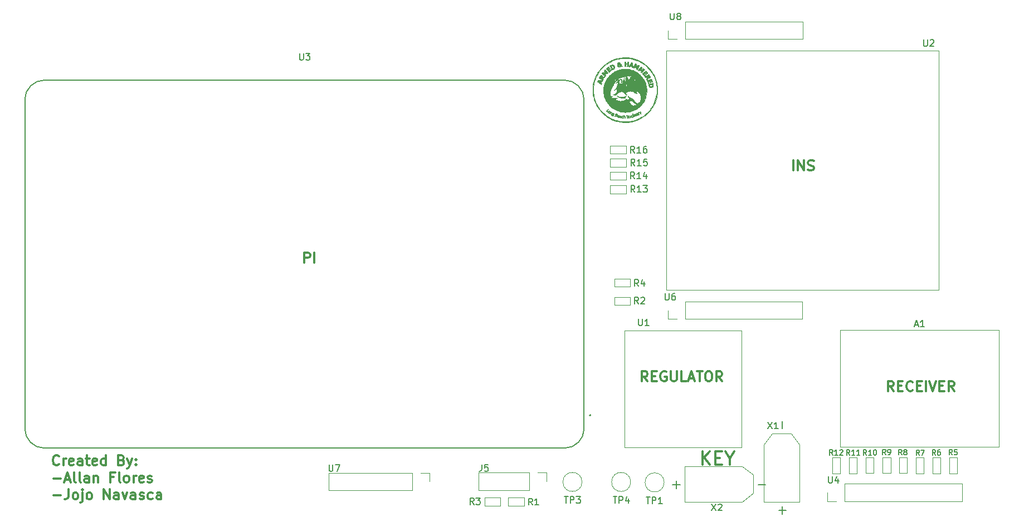
<source format=gto>
G04 #@! TF.GenerationSoftware,KiCad,Pcbnew,(5.1.10)-1*
G04 #@! TF.CreationDate,2022-04-17T04:08:04-07:00*
G04 #@! TF.ProjectId,DevelopmentBoard,44657665-6c6f-4706-9d65-6e74426f6172,rev?*
G04 #@! TF.SameCoordinates,Original*
G04 #@! TF.FileFunction,Legend,Top*
G04 #@! TF.FilePolarity,Positive*
%FSLAX46Y46*%
G04 Gerber Fmt 4.6, Leading zero omitted, Abs format (unit mm)*
G04 Created by KiCad (PCBNEW (5.1.10)-1) date 2022-04-17 04:08:04*
%MOMM*%
%LPD*%
G01*
G04 APERTURE LIST*
%ADD10C,0.304800*%
%ADD11C,0.127000*%
%ADD12C,0.200000*%
%ADD13C,0.010000*%
%ADD14C,0.120000*%
%ADD15C,0.150000*%
%ADD16C,1.524000*%
%ADD17R,1.524000X1.524000*%
%ADD18C,6.200000*%
%ADD19C,3.000000*%
%ADD20O,1.700000X1.700000*%
%ADD21R,1.700000X1.700000*%
%ADD22C,1.900000*%
%ADD23O,1.270000X1.000000*%
%ADD24R,0.600000X0.900000*%
%ADD25R,0.900000X0.600000*%
%ADD26C,2.500000*%
%ADD27C,3.800000*%
%ADD28R,3.800000X3.800000*%
G04 APERTURE END LIST*
D10*
X118734000Y-100635428D02*
X118734000Y-99111428D01*
X119314571Y-99111428D01*
X119459714Y-99184000D01*
X119532285Y-99256571D01*
X119604857Y-99401714D01*
X119604857Y-99619428D01*
X119532285Y-99764571D01*
X119459714Y-99837142D01*
X119314571Y-99909714D01*
X118734000Y-99909714D01*
X120258000Y-100635428D02*
X120258000Y-99111428D01*
X170887142Y-118695428D02*
X170379142Y-117969714D01*
X170016285Y-118695428D02*
X170016285Y-117171428D01*
X170596857Y-117171428D01*
X170742000Y-117244000D01*
X170814571Y-117316571D01*
X170887142Y-117461714D01*
X170887142Y-117679428D01*
X170814571Y-117824571D01*
X170742000Y-117897142D01*
X170596857Y-117969714D01*
X170016285Y-117969714D01*
X171540285Y-117897142D02*
X172048285Y-117897142D01*
X172266000Y-118695428D02*
X171540285Y-118695428D01*
X171540285Y-117171428D01*
X172266000Y-117171428D01*
X173717428Y-117244000D02*
X173572285Y-117171428D01*
X173354571Y-117171428D01*
X173136857Y-117244000D01*
X172991714Y-117389142D01*
X172919142Y-117534285D01*
X172846571Y-117824571D01*
X172846571Y-118042285D01*
X172919142Y-118332571D01*
X172991714Y-118477714D01*
X173136857Y-118622857D01*
X173354571Y-118695428D01*
X173499714Y-118695428D01*
X173717428Y-118622857D01*
X173790000Y-118550285D01*
X173790000Y-118042285D01*
X173499714Y-118042285D01*
X174443142Y-117171428D02*
X174443142Y-118405142D01*
X174515714Y-118550285D01*
X174588285Y-118622857D01*
X174733428Y-118695428D01*
X175023714Y-118695428D01*
X175168857Y-118622857D01*
X175241428Y-118550285D01*
X175314000Y-118405142D01*
X175314000Y-117171428D01*
X176765428Y-118695428D02*
X176039714Y-118695428D01*
X176039714Y-117171428D01*
X177200857Y-118260000D02*
X177926571Y-118260000D01*
X177055714Y-118695428D02*
X177563714Y-117171428D01*
X178071714Y-118695428D01*
X178362000Y-117171428D02*
X179232857Y-117171428D01*
X178797428Y-118695428D02*
X178797428Y-117171428D01*
X180031142Y-117171428D02*
X180321428Y-117171428D01*
X180466571Y-117244000D01*
X180611714Y-117389142D01*
X180684285Y-117679428D01*
X180684285Y-118187428D01*
X180611714Y-118477714D01*
X180466571Y-118622857D01*
X180321428Y-118695428D01*
X180031142Y-118695428D01*
X179886000Y-118622857D01*
X179740857Y-118477714D01*
X179668285Y-118187428D01*
X179668285Y-117679428D01*
X179740857Y-117389142D01*
X179886000Y-117244000D01*
X180031142Y-117171428D01*
X182208285Y-118695428D02*
X181700285Y-117969714D01*
X181337428Y-118695428D02*
X181337428Y-117171428D01*
X181918000Y-117171428D01*
X182063142Y-117244000D01*
X182135714Y-117316571D01*
X182208285Y-117461714D01*
X182208285Y-117679428D01*
X182135714Y-117824571D01*
X182063142Y-117897142D01*
X181918000Y-117969714D01*
X181337428Y-117969714D01*
X193022000Y-86615428D02*
X193022000Y-85091428D01*
X193747714Y-86615428D02*
X193747714Y-85091428D01*
X194618571Y-86615428D01*
X194618571Y-85091428D01*
X195271714Y-86542857D02*
X195489428Y-86615428D01*
X195852285Y-86615428D01*
X195997428Y-86542857D01*
X196070000Y-86470285D01*
X196142571Y-86325142D01*
X196142571Y-86180000D01*
X196070000Y-86034857D01*
X195997428Y-85962285D01*
X195852285Y-85889714D01*
X195562000Y-85817142D01*
X195416857Y-85744571D01*
X195344285Y-85672000D01*
X195271714Y-85526857D01*
X195271714Y-85381714D01*
X195344285Y-85236571D01*
X195416857Y-85164000D01*
X195562000Y-85091428D01*
X195924857Y-85091428D01*
X196142571Y-85164000D01*
X208279428Y-120185428D02*
X207771428Y-119459714D01*
X207408571Y-120185428D02*
X207408571Y-118661428D01*
X207989142Y-118661428D01*
X208134285Y-118734000D01*
X208206857Y-118806571D01*
X208279428Y-118951714D01*
X208279428Y-119169428D01*
X208206857Y-119314571D01*
X208134285Y-119387142D01*
X207989142Y-119459714D01*
X207408571Y-119459714D01*
X208932571Y-119387142D02*
X209440571Y-119387142D01*
X209658285Y-120185428D02*
X208932571Y-120185428D01*
X208932571Y-118661428D01*
X209658285Y-118661428D01*
X211182285Y-120040285D02*
X211109714Y-120112857D01*
X210892000Y-120185428D01*
X210746857Y-120185428D01*
X210529142Y-120112857D01*
X210384000Y-119967714D01*
X210311428Y-119822571D01*
X210238857Y-119532285D01*
X210238857Y-119314571D01*
X210311428Y-119024285D01*
X210384000Y-118879142D01*
X210529142Y-118734000D01*
X210746857Y-118661428D01*
X210892000Y-118661428D01*
X211109714Y-118734000D01*
X211182285Y-118806571D01*
X211835428Y-119387142D02*
X212343428Y-119387142D01*
X212561142Y-120185428D02*
X211835428Y-120185428D01*
X211835428Y-118661428D01*
X212561142Y-118661428D01*
X213214285Y-120185428D02*
X213214285Y-118661428D01*
X213722285Y-118661428D02*
X214230285Y-120185428D01*
X214738285Y-118661428D01*
X215246285Y-119387142D02*
X215754285Y-119387142D01*
X215972000Y-120185428D02*
X215246285Y-120185428D01*
X215246285Y-118661428D01*
X215972000Y-118661428D01*
X217496000Y-120185428D02*
X216988000Y-119459714D01*
X216625142Y-120185428D02*
X216625142Y-118661428D01*
X217205714Y-118661428D01*
X217350857Y-118734000D01*
X217423428Y-118806571D01*
X217496000Y-118951714D01*
X217496000Y-119169428D01*
X217423428Y-119314571D01*
X217350857Y-119387142D01*
X217205714Y-119459714D01*
X216625142Y-119459714D01*
X179210285Y-131380761D02*
X179210285Y-129380761D01*
X180353142Y-131380761D02*
X179496000Y-130237904D01*
X180353142Y-129380761D02*
X179210285Y-130523619D01*
X181210285Y-130333142D02*
X181876952Y-130333142D01*
X182162666Y-131380761D02*
X181210285Y-131380761D01*
X181210285Y-129380761D01*
X182162666Y-129380761D01*
X183400761Y-130428380D02*
X183400761Y-131380761D01*
X182734095Y-129380761D02*
X183400761Y-130428380D01*
X184067428Y-129380761D01*
X81437834Y-131329485D02*
X81365262Y-131402057D01*
X81147548Y-131474628D01*
X81002405Y-131474628D01*
X80784691Y-131402057D01*
X80639548Y-131256914D01*
X80566977Y-131111771D01*
X80494405Y-130821485D01*
X80494405Y-130603771D01*
X80566977Y-130313485D01*
X80639548Y-130168342D01*
X80784691Y-130023200D01*
X81002405Y-129950628D01*
X81147548Y-129950628D01*
X81365262Y-130023200D01*
X81437834Y-130095771D01*
X82090977Y-131474628D02*
X82090977Y-130458628D01*
X82090977Y-130748914D02*
X82163548Y-130603771D01*
X82236120Y-130531200D01*
X82381262Y-130458628D01*
X82526405Y-130458628D01*
X83614977Y-131402057D02*
X83469834Y-131474628D01*
X83179548Y-131474628D01*
X83034405Y-131402057D01*
X82961834Y-131256914D01*
X82961834Y-130676342D01*
X83034405Y-130531200D01*
X83179548Y-130458628D01*
X83469834Y-130458628D01*
X83614977Y-130531200D01*
X83687548Y-130676342D01*
X83687548Y-130821485D01*
X82961834Y-130966628D01*
X84993834Y-131474628D02*
X84993834Y-130676342D01*
X84921262Y-130531200D01*
X84776120Y-130458628D01*
X84485834Y-130458628D01*
X84340691Y-130531200D01*
X84993834Y-131402057D02*
X84848691Y-131474628D01*
X84485834Y-131474628D01*
X84340691Y-131402057D01*
X84268120Y-131256914D01*
X84268120Y-131111771D01*
X84340691Y-130966628D01*
X84485834Y-130894057D01*
X84848691Y-130894057D01*
X84993834Y-130821485D01*
X85501834Y-130458628D02*
X86082405Y-130458628D01*
X85719548Y-129950628D02*
X85719548Y-131256914D01*
X85792120Y-131402057D01*
X85937262Y-131474628D01*
X86082405Y-131474628D01*
X87170977Y-131402057D02*
X87025834Y-131474628D01*
X86735548Y-131474628D01*
X86590405Y-131402057D01*
X86517834Y-131256914D01*
X86517834Y-130676342D01*
X86590405Y-130531200D01*
X86735548Y-130458628D01*
X87025834Y-130458628D01*
X87170977Y-130531200D01*
X87243548Y-130676342D01*
X87243548Y-130821485D01*
X86517834Y-130966628D01*
X88549834Y-131474628D02*
X88549834Y-129950628D01*
X88549834Y-131402057D02*
X88404691Y-131474628D01*
X88114405Y-131474628D01*
X87969262Y-131402057D01*
X87896691Y-131329485D01*
X87824120Y-131184342D01*
X87824120Y-130748914D01*
X87896691Y-130603771D01*
X87969262Y-130531200D01*
X88114405Y-130458628D01*
X88404691Y-130458628D01*
X88549834Y-130531200D01*
X90944691Y-130676342D02*
X91162405Y-130748914D01*
X91234977Y-130821485D01*
X91307548Y-130966628D01*
X91307548Y-131184342D01*
X91234977Y-131329485D01*
X91162405Y-131402057D01*
X91017262Y-131474628D01*
X90436691Y-131474628D01*
X90436691Y-129950628D01*
X90944691Y-129950628D01*
X91089834Y-130023200D01*
X91162405Y-130095771D01*
X91234977Y-130240914D01*
X91234977Y-130386057D01*
X91162405Y-130531200D01*
X91089834Y-130603771D01*
X90944691Y-130676342D01*
X90436691Y-130676342D01*
X91815548Y-130458628D02*
X92178405Y-131474628D01*
X92541262Y-130458628D02*
X92178405Y-131474628D01*
X92033262Y-131837485D01*
X91960691Y-131910057D01*
X91815548Y-131982628D01*
X93121834Y-131329485D02*
X93194405Y-131402057D01*
X93121834Y-131474628D01*
X93049262Y-131402057D01*
X93121834Y-131329485D01*
X93121834Y-131474628D01*
X93121834Y-130531200D02*
X93194405Y-130603771D01*
X93121834Y-130676342D01*
X93049262Y-130603771D01*
X93121834Y-130531200D01*
X93121834Y-130676342D01*
X80566977Y-133484857D02*
X81728120Y-133484857D01*
X82381262Y-133630000D02*
X83106977Y-133630000D01*
X82236120Y-134065428D02*
X82744120Y-132541428D01*
X83252120Y-134065428D01*
X83977834Y-134065428D02*
X83832691Y-133992857D01*
X83760120Y-133847714D01*
X83760120Y-132541428D01*
X84776120Y-134065428D02*
X84630977Y-133992857D01*
X84558405Y-133847714D01*
X84558405Y-132541428D01*
X86009834Y-134065428D02*
X86009834Y-133267142D01*
X85937262Y-133122000D01*
X85792120Y-133049428D01*
X85501834Y-133049428D01*
X85356691Y-133122000D01*
X86009834Y-133992857D02*
X85864691Y-134065428D01*
X85501834Y-134065428D01*
X85356691Y-133992857D01*
X85284120Y-133847714D01*
X85284120Y-133702571D01*
X85356691Y-133557428D01*
X85501834Y-133484857D01*
X85864691Y-133484857D01*
X86009834Y-133412285D01*
X86735548Y-133049428D02*
X86735548Y-134065428D01*
X86735548Y-133194571D02*
X86808120Y-133122000D01*
X86953262Y-133049428D01*
X87170977Y-133049428D01*
X87316120Y-133122000D01*
X87388691Y-133267142D01*
X87388691Y-134065428D01*
X89783548Y-133267142D02*
X89275548Y-133267142D01*
X89275548Y-134065428D02*
X89275548Y-132541428D01*
X90001262Y-132541428D01*
X90799548Y-134065428D02*
X90654405Y-133992857D01*
X90581834Y-133847714D01*
X90581834Y-132541428D01*
X91597834Y-134065428D02*
X91452691Y-133992857D01*
X91380120Y-133920285D01*
X91307548Y-133775142D01*
X91307548Y-133339714D01*
X91380120Y-133194571D01*
X91452691Y-133122000D01*
X91597834Y-133049428D01*
X91815548Y-133049428D01*
X91960691Y-133122000D01*
X92033262Y-133194571D01*
X92105834Y-133339714D01*
X92105834Y-133775142D01*
X92033262Y-133920285D01*
X91960691Y-133992857D01*
X91815548Y-134065428D01*
X91597834Y-134065428D01*
X92758977Y-134065428D02*
X92758977Y-133049428D01*
X92758977Y-133339714D02*
X92831548Y-133194571D01*
X92904120Y-133122000D01*
X93049262Y-133049428D01*
X93194405Y-133049428D01*
X94282977Y-133992857D02*
X94137834Y-134065428D01*
X93847548Y-134065428D01*
X93702405Y-133992857D01*
X93629834Y-133847714D01*
X93629834Y-133267142D01*
X93702405Y-133122000D01*
X93847548Y-133049428D01*
X94137834Y-133049428D01*
X94282977Y-133122000D01*
X94355548Y-133267142D01*
X94355548Y-133412285D01*
X93629834Y-133557428D01*
X94936120Y-133992857D02*
X95081262Y-134065428D01*
X95371548Y-134065428D01*
X95516691Y-133992857D01*
X95589262Y-133847714D01*
X95589262Y-133775142D01*
X95516691Y-133630000D01*
X95371548Y-133557428D01*
X95153834Y-133557428D01*
X95008691Y-133484857D01*
X94936120Y-133339714D01*
X94936120Y-133267142D01*
X95008691Y-133122000D01*
X95153834Y-133049428D01*
X95371548Y-133049428D01*
X95516691Y-133122000D01*
X80566977Y-136075657D02*
X81728120Y-136075657D01*
X82889262Y-135132228D02*
X82889262Y-136220800D01*
X82816691Y-136438514D01*
X82671548Y-136583657D01*
X82453834Y-136656228D01*
X82308691Y-136656228D01*
X83832691Y-136656228D02*
X83687548Y-136583657D01*
X83614977Y-136511085D01*
X83542405Y-136365942D01*
X83542405Y-135930514D01*
X83614977Y-135785371D01*
X83687548Y-135712800D01*
X83832691Y-135640228D01*
X84050405Y-135640228D01*
X84195548Y-135712800D01*
X84268120Y-135785371D01*
X84340691Y-135930514D01*
X84340691Y-136365942D01*
X84268120Y-136511085D01*
X84195548Y-136583657D01*
X84050405Y-136656228D01*
X83832691Y-136656228D01*
X84993834Y-135640228D02*
X84993834Y-136946514D01*
X84921262Y-137091657D01*
X84776120Y-137164228D01*
X84703548Y-137164228D01*
X84993834Y-135132228D02*
X84921262Y-135204800D01*
X84993834Y-135277371D01*
X85066405Y-135204800D01*
X84993834Y-135132228D01*
X84993834Y-135277371D01*
X85937262Y-136656228D02*
X85792120Y-136583657D01*
X85719548Y-136511085D01*
X85646977Y-136365942D01*
X85646977Y-135930514D01*
X85719548Y-135785371D01*
X85792120Y-135712800D01*
X85937262Y-135640228D01*
X86154977Y-135640228D01*
X86300120Y-135712800D01*
X86372691Y-135785371D01*
X86445262Y-135930514D01*
X86445262Y-136365942D01*
X86372691Y-136511085D01*
X86300120Y-136583657D01*
X86154977Y-136656228D01*
X85937262Y-136656228D01*
X88259548Y-136656228D02*
X88259548Y-135132228D01*
X89130405Y-136656228D01*
X89130405Y-135132228D01*
X90509262Y-136656228D02*
X90509262Y-135857942D01*
X90436691Y-135712800D01*
X90291548Y-135640228D01*
X90001262Y-135640228D01*
X89856120Y-135712800D01*
X90509262Y-136583657D02*
X90364120Y-136656228D01*
X90001262Y-136656228D01*
X89856120Y-136583657D01*
X89783548Y-136438514D01*
X89783548Y-136293371D01*
X89856120Y-136148228D01*
X90001262Y-136075657D01*
X90364120Y-136075657D01*
X90509262Y-136003085D01*
X91089834Y-135640228D02*
X91452691Y-136656228D01*
X91815548Y-135640228D01*
X93049262Y-136656228D02*
X93049262Y-135857942D01*
X92976691Y-135712800D01*
X92831548Y-135640228D01*
X92541262Y-135640228D01*
X92396120Y-135712800D01*
X93049262Y-136583657D02*
X92904120Y-136656228D01*
X92541262Y-136656228D01*
X92396120Y-136583657D01*
X92323548Y-136438514D01*
X92323548Y-136293371D01*
X92396120Y-136148228D01*
X92541262Y-136075657D01*
X92904120Y-136075657D01*
X93049262Y-136003085D01*
X93702405Y-136583657D02*
X93847548Y-136656228D01*
X94137834Y-136656228D01*
X94282977Y-136583657D01*
X94355548Y-136438514D01*
X94355548Y-136365942D01*
X94282977Y-136220800D01*
X94137834Y-136148228D01*
X93920120Y-136148228D01*
X93774977Y-136075657D01*
X93702405Y-135930514D01*
X93702405Y-135857942D01*
X93774977Y-135712800D01*
X93920120Y-135640228D01*
X94137834Y-135640228D01*
X94282977Y-135712800D01*
X95661834Y-136583657D02*
X95516691Y-136656228D01*
X95226405Y-136656228D01*
X95081262Y-136583657D01*
X95008691Y-136511085D01*
X94936120Y-136365942D01*
X94936120Y-135930514D01*
X95008691Y-135785371D01*
X95081262Y-135712800D01*
X95226405Y-135640228D01*
X95516691Y-135640228D01*
X95661834Y-135712800D01*
X96968120Y-136656228D02*
X96968120Y-135857942D01*
X96895548Y-135712800D01*
X96750405Y-135640228D01*
X96460120Y-135640228D01*
X96314977Y-135712800D01*
X96968120Y-136583657D02*
X96822977Y-136656228D01*
X96460120Y-136656228D01*
X96314977Y-136583657D01*
X96242405Y-136438514D01*
X96242405Y-136293371D01*
X96314977Y-136148228D01*
X96460120Y-136075657D01*
X96822977Y-136075657D01*
X96968120Y-136003085D01*
D11*
X161243500Y-125863500D02*
X161243500Y-75863500D01*
X158243500Y-72863500D02*
X79243500Y-72863500D01*
X76243500Y-75863500D02*
X76243500Y-125863500D01*
X79243500Y-128863500D02*
X158243500Y-128863500D01*
D12*
X162243500Y-123863500D02*
G75*
G03*
X162243500Y-123863500I-100000J0D01*
G01*
D11*
X158243500Y-128863500D02*
G75*
G03*
X161243500Y-125863500I0J3000000D01*
G01*
X76243500Y-125863500D02*
G75*
G03*
X79243500Y-128863500I3000000J0D01*
G01*
X79243500Y-72863500D02*
G75*
G03*
X76243500Y-75863500I0J-3000000D01*
G01*
X161243500Y-75863500D02*
G75*
G03*
X158243500Y-72863500I-3000000J0D01*
G01*
D13*
G36*
X167699174Y-69423834D02*
G01*
X167963092Y-69442956D01*
X167974000Y-69444046D01*
X168232300Y-69477108D01*
X168486872Y-69523569D01*
X168737295Y-69583112D01*
X168983148Y-69655417D01*
X169224010Y-69740165D01*
X169459460Y-69837038D01*
X169689076Y-69945717D01*
X169912437Y-70065883D01*
X170129122Y-70197218D01*
X170338711Y-70339404D01*
X170540780Y-70492120D01*
X170734911Y-70655049D01*
X170920681Y-70827873D01*
X171097669Y-71010271D01*
X171265454Y-71201926D01*
X171423614Y-71402519D01*
X171571730Y-71611731D01*
X171709379Y-71829244D01*
X171836140Y-72054739D01*
X171951593Y-72287896D01*
X172055315Y-72528398D01*
X172057521Y-72533917D01*
X172146824Y-72776091D01*
X172222891Y-73021950D01*
X172285881Y-73272144D01*
X172335954Y-73527321D01*
X172373269Y-73788131D01*
X172379774Y-73846250D01*
X172394431Y-74020567D01*
X172402530Y-74203767D01*
X172404117Y-74392263D01*
X172399237Y-74582468D01*
X172387933Y-74770793D01*
X172370251Y-74953650D01*
X172365511Y-74992778D01*
X172326547Y-75246303D01*
X172273832Y-75497889D01*
X172207674Y-75746804D01*
X172128383Y-75992318D01*
X172036265Y-76233701D01*
X171931631Y-76470223D01*
X171814787Y-76701151D01*
X171686042Y-76925757D01*
X171545706Y-77143310D01*
X171394085Y-77353078D01*
X171339712Y-77422883D01*
X171169773Y-77625748D01*
X170990167Y-77818533D01*
X170801315Y-78000946D01*
X170603636Y-78172696D01*
X170397549Y-78333490D01*
X170183475Y-78483036D01*
X169961833Y-78621044D01*
X169733043Y-78747221D01*
X169497525Y-78861275D01*
X169255699Y-78962914D01*
X169007984Y-79051847D01*
X168986364Y-79058910D01*
X168744171Y-79130595D01*
X168499356Y-79189371D01*
X168250703Y-79235466D01*
X167996996Y-79269106D01*
X167755278Y-79289426D01*
X167704672Y-79291832D01*
X167643057Y-79293622D01*
X167573524Y-79294797D01*
X167499161Y-79295360D01*
X167423057Y-79295315D01*
X167348302Y-79294664D01*
X167277984Y-79293411D01*
X167215194Y-79291557D01*
X167163020Y-79289106D01*
X167159083Y-79288865D01*
X166896635Y-79265416D01*
X166636885Y-79228274D01*
X166380328Y-79177628D01*
X166127459Y-79113669D01*
X165878771Y-79036587D01*
X165634758Y-78946573D01*
X165395915Y-78843817D01*
X165162735Y-78728509D01*
X164935714Y-78600840D01*
X164715345Y-78461001D01*
X164502122Y-78309181D01*
X164389778Y-78222004D01*
X164288139Y-78138996D01*
X164194599Y-78058680D01*
X164104785Y-77977151D01*
X164014323Y-77890500D01*
X163973629Y-77850186D01*
X163792200Y-77658956D01*
X163621850Y-77459243D01*
X163462823Y-77251520D01*
X163315363Y-77036257D01*
X163179715Y-76813928D01*
X163056121Y-76585004D01*
X162944826Y-76349957D01*
X162846073Y-76109260D01*
X162760107Y-75863384D01*
X162687170Y-75612802D01*
X162627508Y-75357986D01*
X162594176Y-75179750D01*
X162562483Y-74956882D01*
X162540851Y-74727346D01*
X162529373Y-74494395D01*
X162528454Y-74320201D01*
X162648955Y-74320201D01*
X162653792Y-74576056D01*
X162672231Y-74832432D01*
X162704394Y-75088827D01*
X162750402Y-75344734D01*
X162767950Y-75425913D01*
X162830996Y-75674306D01*
X162907056Y-75917804D01*
X162995759Y-76155973D01*
X163096732Y-76388382D01*
X163209602Y-76614598D01*
X163333999Y-76834187D01*
X163469548Y-77046717D01*
X163615879Y-77251755D01*
X163772618Y-77448868D01*
X163939393Y-77637624D01*
X164115833Y-77817589D01*
X164301565Y-77988331D01*
X164496216Y-78149417D01*
X164699415Y-78300414D01*
X164910788Y-78440890D01*
X165129965Y-78570411D01*
X165356572Y-78688546D01*
X165590237Y-78794860D01*
X165706572Y-78842263D01*
X165947930Y-78929513D01*
X166193651Y-79003795D01*
X166442843Y-79064962D01*
X166694611Y-79112868D01*
X166948063Y-79147367D01*
X167202305Y-79168310D01*
X167456442Y-79175552D01*
X167698833Y-79169510D01*
X167957507Y-79149948D01*
X168209954Y-79118077D01*
X168457243Y-79073670D01*
X168700440Y-79016500D01*
X168940611Y-78946338D01*
X169178822Y-78862957D01*
X169232484Y-78842263D01*
X169470111Y-78741597D01*
X169700766Y-78628910D01*
X169924084Y-78504623D01*
X170139699Y-78369158D01*
X170347245Y-78222939D01*
X170546357Y-78066387D01*
X170736670Y-77899924D01*
X170917819Y-77723973D01*
X171089437Y-77538957D01*
X171251159Y-77345297D01*
X171402620Y-77143416D01*
X171543455Y-76933735D01*
X171673298Y-76716678D01*
X171791783Y-76492667D01*
X171898546Y-76262124D01*
X171993220Y-76025471D01*
X172075441Y-75783131D01*
X172144842Y-75535525D01*
X172164589Y-75453939D01*
X172216338Y-75200710D01*
X172254380Y-74945200D01*
X172278735Y-74688138D01*
X172289418Y-74430257D01*
X172286450Y-74172287D01*
X172269846Y-73914959D01*
X172239626Y-73659003D01*
X172195808Y-73405152D01*
X172138409Y-73154135D01*
X172105090Y-73031550D01*
X172027326Y-72785311D01*
X171936862Y-72544791D01*
X171834078Y-72310404D01*
X171719350Y-72082566D01*
X171593058Y-71861693D01*
X171455579Y-71648201D01*
X171307290Y-71442504D01*
X171148571Y-71245019D01*
X170979799Y-71056161D01*
X170801351Y-70876346D01*
X170613607Y-70705989D01*
X170416943Y-70545506D01*
X170211738Y-70395313D01*
X169998371Y-70255824D01*
X169777218Y-70127456D01*
X169548658Y-70010624D01*
X169313069Y-69905744D01*
X169232484Y-69873293D01*
X168988146Y-69785008D01*
X168739975Y-69710201D01*
X168488515Y-69648936D01*
X168234311Y-69601276D01*
X167977907Y-69567286D01*
X167719848Y-69547028D01*
X167460676Y-69540565D01*
X167200938Y-69547962D01*
X166941177Y-69569282D01*
X166788667Y-69588341D01*
X166533735Y-69631341D01*
X166282482Y-69687818D01*
X166035387Y-69757506D01*
X165792925Y-69840139D01*
X165555575Y-69935452D01*
X165323814Y-70043178D01*
X165098118Y-70163052D01*
X164878965Y-70294807D01*
X164666832Y-70438179D01*
X164462197Y-70592900D01*
X164265536Y-70758705D01*
X164077328Y-70935329D01*
X163898048Y-71122505D01*
X163768630Y-71270972D01*
X163607687Y-71474164D01*
X163458768Y-71684432D01*
X163321994Y-71901272D01*
X163197487Y-72124179D01*
X163085368Y-72352650D01*
X162985758Y-72586180D01*
X162898779Y-72824265D01*
X162824553Y-73066401D01*
X162763200Y-73312084D01*
X162714842Y-73560810D01*
X162679601Y-73812074D01*
X162657598Y-74065373D01*
X162648955Y-74320201D01*
X162528454Y-74320201D01*
X162528143Y-74261283D01*
X162537254Y-74031264D01*
X162555321Y-73820846D01*
X162591025Y-73559514D01*
X162640198Y-73301922D01*
X162702590Y-73048506D01*
X162777952Y-72799700D01*
X162866035Y-72555939D01*
X162966588Y-72317657D01*
X163079363Y-72085289D01*
X163204110Y-71859270D01*
X163340579Y-71640035D01*
X163488521Y-71428018D01*
X163647687Y-71223655D01*
X163817826Y-71027379D01*
X163998690Y-70839625D01*
X164190029Y-70660830D01*
X164391593Y-70491426D01*
X164525120Y-70388675D01*
X164739692Y-70237915D01*
X164960978Y-70099423D01*
X165188493Y-69973332D01*
X165421750Y-69859776D01*
X165660263Y-69758889D01*
X165903544Y-69670803D01*
X166151108Y-69595652D01*
X166402467Y-69533568D01*
X166657136Y-69484686D01*
X166914628Y-69449138D01*
X167174456Y-69427058D01*
X167436133Y-69418579D01*
X167699174Y-69423834D01*
G37*
X167699174Y-69423834D02*
X167963092Y-69442956D01*
X167974000Y-69444046D01*
X168232300Y-69477108D01*
X168486872Y-69523569D01*
X168737295Y-69583112D01*
X168983148Y-69655417D01*
X169224010Y-69740165D01*
X169459460Y-69837038D01*
X169689076Y-69945717D01*
X169912437Y-70065883D01*
X170129122Y-70197218D01*
X170338711Y-70339404D01*
X170540780Y-70492120D01*
X170734911Y-70655049D01*
X170920681Y-70827873D01*
X171097669Y-71010271D01*
X171265454Y-71201926D01*
X171423614Y-71402519D01*
X171571730Y-71611731D01*
X171709379Y-71829244D01*
X171836140Y-72054739D01*
X171951593Y-72287896D01*
X172055315Y-72528398D01*
X172057521Y-72533917D01*
X172146824Y-72776091D01*
X172222891Y-73021950D01*
X172285881Y-73272144D01*
X172335954Y-73527321D01*
X172373269Y-73788131D01*
X172379774Y-73846250D01*
X172394431Y-74020567D01*
X172402530Y-74203767D01*
X172404117Y-74392263D01*
X172399237Y-74582468D01*
X172387933Y-74770793D01*
X172370251Y-74953650D01*
X172365511Y-74992778D01*
X172326547Y-75246303D01*
X172273832Y-75497889D01*
X172207674Y-75746804D01*
X172128383Y-75992318D01*
X172036265Y-76233701D01*
X171931631Y-76470223D01*
X171814787Y-76701151D01*
X171686042Y-76925757D01*
X171545706Y-77143310D01*
X171394085Y-77353078D01*
X171339712Y-77422883D01*
X171169773Y-77625748D01*
X170990167Y-77818533D01*
X170801315Y-78000946D01*
X170603636Y-78172696D01*
X170397549Y-78333490D01*
X170183475Y-78483036D01*
X169961833Y-78621044D01*
X169733043Y-78747221D01*
X169497525Y-78861275D01*
X169255699Y-78962914D01*
X169007984Y-79051847D01*
X168986364Y-79058910D01*
X168744171Y-79130595D01*
X168499356Y-79189371D01*
X168250703Y-79235466D01*
X167996996Y-79269106D01*
X167755278Y-79289426D01*
X167704672Y-79291832D01*
X167643057Y-79293622D01*
X167573524Y-79294797D01*
X167499161Y-79295360D01*
X167423057Y-79295315D01*
X167348302Y-79294664D01*
X167277984Y-79293411D01*
X167215194Y-79291557D01*
X167163020Y-79289106D01*
X167159083Y-79288865D01*
X166896635Y-79265416D01*
X166636885Y-79228274D01*
X166380328Y-79177628D01*
X166127459Y-79113669D01*
X165878771Y-79036587D01*
X165634758Y-78946573D01*
X165395915Y-78843817D01*
X165162735Y-78728509D01*
X164935714Y-78600840D01*
X164715345Y-78461001D01*
X164502122Y-78309181D01*
X164389778Y-78222004D01*
X164288139Y-78138996D01*
X164194599Y-78058680D01*
X164104785Y-77977151D01*
X164014323Y-77890500D01*
X163973629Y-77850186D01*
X163792200Y-77658956D01*
X163621850Y-77459243D01*
X163462823Y-77251520D01*
X163315363Y-77036257D01*
X163179715Y-76813928D01*
X163056121Y-76585004D01*
X162944826Y-76349957D01*
X162846073Y-76109260D01*
X162760107Y-75863384D01*
X162687170Y-75612802D01*
X162627508Y-75357986D01*
X162594176Y-75179750D01*
X162562483Y-74956882D01*
X162540851Y-74727346D01*
X162529373Y-74494395D01*
X162528454Y-74320201D01*
X162648955Y-74320201D01*
X162653792Y-74576056D01*
X162672231Y-74832432D01*
X162704394Y-75088827D01*
X162750402Y-75344734D01*
X162767950Y-75425913D01*
X162830996Y-75674306D01*
X162907056Y-75917804D01*
X162995759Y-76155973D01*
X163096732Y-76388382D01*
X163209602Y-76614598D01*
X163333999Y-76834187D01*
X163469548Y-77046717D01*
X163615879Y-77251755D01*
X163772618Y-77448868D01*
X163939393Y-77637624D01*
X164115833Y-77817589D01*
X164301565Y-77988331D01*
X164496216Y-78149417D01*
X164699415Y-78300414D01*
X164910788Y-78440890D01*
X165129965Y-78570411D01*
X165356572Y-78688546D01*
X165590237Y-78794860D01*
X165706572Y-78842263D01*
X165947930Y-78929513D01*
X166193651Y-79003795D01*
X166442843Y-79064962D01*
X166694611Y-79112868D01*
X166948063Y-79147367D01*
X167202305Y-79168310D01*
X167456442Y-79175552D01*
X167698833Y-79169510D01*
X167957507Y-79149948D01*
X168209954Y-79118077D01*
X168457243Y-79073670D01*
X168700440Y-79016500D01*
X168940611Y-78946338D01*
X169178822Y-78862957D01*
X169232484Y-78842263D01*
X169470111Y-78741597D01*
X169700766Y-78628910D01*
X169924084Y-78504623D01*
X170139699Y-78369158D01*
X170347245Y-78222939D01*
X170546357Y-78066387D01*
X170736670Y-77899924D01*
X170917819Y-77723973D01*
X171089437Y-77538957D01*
X171251159Y-77345297D01*
X171402620Y-77143416D01*
X171543455Y-76933735D01*
X171673298Y-76716678D01*
X171791783Y-76492667D01*
X171898546Y-76262124D01*
X171993220Y-76025471D01*
X172075441Y-75783131D01*
X172144842Y-75535525D01*
X172164589Y-75453939D01*
X172216338Y-75200710D01*
X172254380Y-74945200D01*
X172278735Y-74688138D01*
X172289418Y-74430257D01*
X172286450Y-74172287D01*
X172269846Y-73914959D01*
X172239626Y-73659003D01*
X172195808Y-73405152D01*
X172138409Y-73154135D01*
X172105090Y-73031550D01*
X172027326Y-72785311D01*
X171936862Y-72544791D01*
X171834078Y-72310404D01*
X171719350Y-72082566D01*
X171593058Y-71861693D01*
X171455579Y-71648201D01*
X171307290Y-71442504D01*
X171148571Y-71245019D01*
X170979799Y-71056161D01*
X170801351Y-70876346D01*
X170613607Y-70705989D01*
X170416943Y-70545506D01*
X170211738Y-70395313D01*
X169998371Y-70255824D01*
X169777218Y-70127456D01*
X169548658Y-70010624D01*
X169313069Y-69905744D01*
X169232484Y-69873293D01*
X168988146Y-69785008D01*
X168739975Y-69710201D01*
X168488515Y-69648936D01*
X168234311Y-69601276D01*
X167977907Y-69567286D01*
X167719848Y-69547028D01*
X167460676Y-69540565D01*
X167200938Y-69547962D01*
X166941177Y-69569282D01*
X166788667Y-69588341D01*
X166533735Y-69631341D01*
X166282482Y-69687818D01*
X166035387Y-69757506D01*
X165792925Y-69840139D01*
X165555575Y-69935452D01*
X165323814Y-70043178D01*
X165098118Y-70163052D01*
X164878965Y-70294807D01*
X164666832Y-70438179D01*
X164462197Y-70592900D01*
X164265536Y-70758705D01*
X164077328Y-70935329D01*
X163898048Y-71122505D01*
X163768630Y-71270972D01*
X163607687Y-71474164D01*
X163458768Y-71684432D01*
X163321994Y-71901272D01*
X163197487Y-72124179D01*
X163085368Y-72352650D01*
X162985758Y-72586180D01*
X162898779Y-72824265D01*
X162824553Y-73066401D01*
X162763200Y-73312084D01*
X162714842Y-73560810D01*
X162679601Y-73812074D01*
X162657598Y-74065373D01*
X162648955Y-74320201D01*
X162528454Y-74320201D01*
X162528143Y-74261283D01*
X162537254Y-74031264D01*
X162555321Y-73820846D01*
X162591025Y-73559514D01*
X162640198Y-73301922D01*
X162702590Y-73048506D01*
X162777952Y-72799700D01*
X162866035Y-72555939D01*
X162966588Y-72317657D01*
X163079363Y-72085289D01*
X163204110Y-71859270D01*
X163340579Y-71640035D01*
X163488521Y-71428018D01*
X163647687Y-71223655D01*
X163817826Y-71027379D01*
X163998690Y-70839625D01*
X164190029Y-70660830D01*
X164391593Y-70491426D01*
X164525120Y-70388675D01*
X164739692Y-70237915D01*
X164960978Y-70099423D01*
X165188493Y-69973332D01*
X165421750Y-69859776D01*
X165660263Y-69758889D01*
X165903544Y-69670803D01*
X166151108Y-69595652D01*
X166402467Y-69533568D01*
X166657136Y-69484686D01*
X166914628Y-69449138D01*
X167174456Y-69427058D01*
X167436133Y-69418579D01*
X167699174Y-69423834D01*
G36*
X167239752Y-78171202D02*
G01*
X167261843Y-78176054D01*
X167256975Y-78268271D01*
X167254946Y-78306718D01*
X167254184Y-78332639D01*
X167255511Y-78347611D01*
X167259751Y-78353213D01*
X167267726Y-78351023D01*
X167280260Y-78342618D01*
X167291464Y-78334407D01*
X167316375Y-78323377D01*
X167347360Y-78319316D01*
X167378573Y-78322245D01*
X167404170Y-78332182D01*
X167406820Y-78334019D01*
X167423263Y-78346819D01*
X167435493Y-78358767D01*
X167444089Y-78372135D01*
X167449633Y-78389190D01*
X167452705Y-78412204D01*
X167453886Y-78443444D01*
X167453757Y-78485181D01*
X167453301Y-78515667D01*
X167452089Y-78567143D01*
X167450338Y-78605376D01*
X167447980Y-78631226D01*
X167444948Y-78645552D01*
X167442717Y-78649013D01*
X167422881Y-78654147D01*
X167403851Y-78648540D01*
X167400277Y-78642919D01*
X167397840Y-78630216D01*
X167396435Y-78608726D01*
X167395957Y-78576742D01*
X167396302Y-78532556D01*
X167396385Y-78526940D01*
X167396829Y-78478928D01*
X167396180Y-78442968D01*
X167393965Y-78417014D01*
X167389713Y-78399019D01*
X167382953Y-78386937D01*
X167373214Y-78378724D01*
X167360851Y-78372673D01*
X167332985Y-78368422D01*
X167303606Y-78376927D01*
X167275174Y-78397403D01*
X167271372Y-78401220D01*
X167263389Y-78409943D01*
X167257710Y-78418428D01*
X167253842Y-78429243D01*
X167251288Y-78444960D01*
X167249553Y-78468148D01*
X167248143Y-78501377D01*
X167247278Y-78526293D01*
X167245654Y-78563610D01*
X167243573Y-78596205D01*
X167241261Y-78621325D01*
X167238943Y-78636220D01*
X167238042Y-78638736D01*
X167226417Y-78645765D01*
X167209016Y-78647043D01*
X167193412Y-78642156D01*
X167191506Y-78633953D01*
X167190373Y-78613704D01*
X167189942Y-78583450D01*
X167190139Y-78545230D01*
X167190891Y-78501086D01*
X167192127Y-78453056D01*
X167193773Y-78403182D01*
X167195758Y-78353503D01*
X167198008Y-78306060D01*
X167200451Y-78262892D01*
X167203014Y-78226041D01*
X167205625Y-78197545D01*
X167208211Y-78179446D01*
X167210067Y-78173944D01*
X167222585Y-78169758D01*
X167239752Y-78171202D01*
G37*
X167239752Y-78171202D02*
X167261843Y-78176054D01*
X167256975Y-78268271D01*
X167254946Y-78306718D01*
X167254184Y-78332639D01*
X167255511Y-78347611D01*
X167259751Y-78353213D01*
X167267726Y-78351023D01*
X167280260Y-78342618D01*
X167291464Y-78334407D01*
X167316375Y-78323377D01*
X167347360Y-78319316D01*
X167378573Y-78322245D01*
X167404170Y-78332182D01*
X167406820Y-78334019D01*
X167423263Y-78346819D01*
X167435493Y-78358767D01*
X167444089Y-78372135D01*
X167449633Y-78389190D01*
X167452705Y-78412204D01*
X167453886Y-78443444D01*
X167453757Y-78485181D01*
X167453301Y-78515667D01*
X167452089Y-78567143D01*
X167450338Y-78605376D01*
X167447980Y-78631226D01*
X167444948Y-78645552D01*
X167442717Y-78649013D01*
X167422881Y-78654147D01*
X167403851Y-78648540D01*
X167400277Y-78642919D01*
X167397840Y-78630216D01*
X167396435Y-78608726D01*
X167395957Y-78576742D01*
X167396302Y-78532556D01*
X167396385Y-78526940D01*
X167396829Y-78478928D01*
X167396180Y-78442968D01*
X167393965Y-78417014D01*
X167389713Y-78399019D01*
X167382953Y-78386937D01*
X167373214Y-78378724D01*
X167360851Y-78372673D01*
X167332985Y-78368422D01*
X167303606Y-78376927D01*
X167275174Y-78397403D01*
X167271372Y-78401220D01*
X167263389Y-78409943D01*
X167257710Y-78418428D01*
X167253842Y-78429243D01*
X167251288Y-78444960D01*
X167249553Y-78468148D01*
X167248143Y-78501377D01*
X167247278Y-78526293D01*
X167245654Y-78563610D01*
X167243573Y-78596205D01*
X167241261Y-78621325D01*
X167238943Y-78636220D01*
X167238042Y-78638736D01*
X167226417Y-78645765D01*
X167209016Y-78647043D01*
X167193412Y-78642156D01*
X167191506Y-78633953D01*
X167190373Y-78613704D01*
X167189942Y-78583450D01*
X167190139Y-78545230D01*
X167190891Y-78501086D01*
X167192127Y-78453056D01*
X167193773Y-78403182D01*
X167195758Y-78353503D01*
X167198008Y-78306060D01*
X167200451Y-78262892D01*
X167203014Y-78226041D01*
X167205625Y-78197545D01*
X167208211Y-78179446D01*
X167210067Y-78173944D01*
X167222585Y-78169758D01*
X167239752Y-78171202D01*
G36*
X167849794Y-78197220D02*
G01*
X167868951Y-78198821D01*
X167883158Y-78202195D01*
X167895457Y-78207604D01*
X167895887Y-78207832D01*
X167924190Y-78228313D01*
X167941789Y-78255151D01*
X167950236Y-78290936D01*
X167951001Y-78299975D01*
X167948266Y-78340221D01*
X167934232Y-78372148D01*
X167908730Y-78396111D01*
X167903907Y-78399039D01*
X167883497Y-78410753D01*
X167907122Y-78432140D01*
X167918825Y-78445739D01*
X167933739Y-78467328D01*
X167950355Y-78494161D01*
X167967167Y-78523493D01*
X167982669Y-78552578D01*
X167995353Y-78578669D01*
X168003714Y-78599021D01*
X168006244Y-78610888D01*
X168005861Y-78612098D01*
X167996476Y-78616837D01*
X167979062Y-78619254D01*
X167975131Y-78619333D01*
X167962047Y-78618758D01*
X167952583Y-78615343D01*
X167944235Y-78606553D01*
X167934494Y-78589854D01*
X167922577Y-78566191D01*
X167898782Y-78520200D01*
X167878200Y-78486063D01*
X167859265Y-78462360D01*
X167840407Y-78447669D01*
X167820060Y-78440570D01*
X167796656Y-78439640D01*
X167784374Y-78440900D01*
X167765624Y-78444338D01*
X167757743Y-78449408D01*
X167757503Y-78458409D01*
X167757823Y-78459817D01*
X167759652Y-78472575D01*
X167761916Y-78495976D01*
X167764315Y-78526573D01*
X167766353Y-78557597D01*
X167771307Y-78640500D01*
X167742126Y-78640500D01*
X167724102Y-78638993D01*
X167713844Y-78635214D01*
X167712945Y-78633490D01*
X167712339Y-78624906D01*
X167710629Y-78604103D01*
X167707972Y-78572917D01*
X167704526Y-78533183D01*
X167700450Y-78486738D01*
X167695902Y-78435417D01*
X167694906Y-78424239D01*
X167689678Y-78364722D01*
X167685780Y-78317706D01*
X167683155Y-78281647D01*
X167681746Y-78255004D01*
X167681618Y-78245389D01*
X167740315Y-78245389D01*
X167745187Y-78314181D01*
X167747608Y-78344212D01*
X167750150Y-78368927D01*
X167752436Y-78384947D01*
X167753521Y-78388970D01*
X167762233Y-78391771D01*
X167780303Y-78391537D01*
X167803452Y-78388847D01*
X167827398Y-78384284D01*
X167847861Y-78378427D01*
X167855603Y-78375117D01*
X167875983Y-78359528D01*
X167886664Y-78337334D01*
X167889333Y-78310383D01*
X167884458Y-78282774D01*
X167872031Y-78264058D01*
X167862217Y-78254711D01*
X167851632Y-78249136D01*
X167836436Y-78246371D01*
X167812794Y-78245455D01*
X167797522Y-78245389D01*
X167740315Y-78245389D01*
X167681618Y-78245389D01*
X167681495Y-78236234D01*
X167682347Y-78223795D01*
X167684244Y-78216144D01*
X167687049Y-78211816D01*
X167696812Y-78206846D01*
X167715913Y-78203062D01*
X167745987Y-78200237D01*
X167784463Y-78198302D01*
X167822645Y-78197134D01*
X167849794Y-78197220D01*
G37*
X167849794Y-78197220D02*
X167868951Y-78198821D01*
X167883158Y-78202195D01*
X167895457Y-78207604D01*
X167895887Y-78207832D01*
X167924190Y-78228313D01*
X167941789Y-78255151D01*
X167950236Y-78290936D01*
X167951001Y-78299975D01*
X167948266Y-78340221D01*
X167934232Y-78372148D01*
X167908730Y-78396111D01*
X167903907Y-78399039D01*
X167883497Y-78410753D01*
X167907122Y-78432140D01*
X167918825Y-78445739D01*
X167933739Y-78467328D01*
X167950355Y-78494161D01*
X167967167Y-78523493D01*
X167982669Y-78552578D01*
X167995353Y-78578669D01*
X168003714Y-78599021D01*
X168006244Y-78610888D01*
X168005861Y-78612098D01*
X167996476Y-78616837D01*
X167979062Y-78619254D01*
X167975131Y-78619333D01*
X167962047Y-78618758D01*
X167952583Y-78615343D01*
X167944235Y-78606553D01*
X167934494Y-78589854D01*
X167922577Y-78566191D01*
X167898782Y-78520200D01*
X167878200Y-78486063D01*
X167859265Y-78462360D01*
X167840407Y-78447669D01*
X167820060Y-78440570D01*
X167796656Y-78439640D01*
X167784374Y-78440900D01*
X167765624Y-78444338D01*
X167757743Y-78449408D01*
X167757503Y-78458409D01*
X167757823Y-78459817D01*
X167759652Y-78472575D01*
X167761916Y-78495976D01*
X167764315Y-78526573D01*
X167766353Y-78557597D01*
X167771307Y-78640500D01*
X167742126Y-78640500D01*
X167724102Y-78638993D01*
X167713844Y-78635214D01*
X167712945Y-78633490D01*
X167712339Y-78624906D01*
X167710629Y-78604103D01*
X167707972Y-78572917D01*
X167704526Y-78533183D01*
X167700450Y-78486738D01*
X167695902Y-78435417D01*
X167694906Y-78424239D01*
X167689678Y-78364722D01*
X167685780Y-78317706D01*
X167683155Y-78281647D01*
X167681746Y-78255004D01*
X167681618Y-78245389D01*
X167740315Y-78245389D01*
X167745187Y-78314181D01*
X167747608Y-78344212D01*
X167750150Y-78368927D01*
X167752436Y-78384947D01*
X167753521Y-78388970D01*
X167762233Y-78391771D01*
X167780303Y-78391537D01*
X167803452Y-78388847D01*
X167827398Y-78384284D01*
X167847861Y-78378427D01*
X167855603Y-78375117D01*
X167875983Y-78359528D01*
X167886664Y-78337334D01*
X167889333Y-78310383D01*
X167884458Y-78282774D01*
X167872031Y-78264058D01*
X167862217Y-78254711D01*
X167851632Y-78249136D01*
X167836436Y-78246371D01*
X167812794Y-78245455D01*
X167797522Y-78245389D01*
X167740315Y-78245389D01*
X167681618Y-78245389D01*
X167681495Y-78236234D01*
X167682347Y-78223795D01*
X167684244Y-78216144D01*
X167687049Y-78211816D01*
X167696812Y-78206846D01*
X167715913Y-78203062D01*
X167745987Y-78200237D01*
X167784463Y-78198302D01*
X167822645Y-78197134D01*
X167849794Y-78197220D01*
G36*
X167087253Y-78303971D02*
G01*
X167122982Y-78324391D01*
X167128776Y-78329289D01*
X167142939Y-78344221D01*
X167147356Y-78357094D01*
X167145904Y-78367659D01*
X167140436Y-78381517D01*
X167131854Y-78385308D01*
X167117666Y-78379052D01*
X167102123Y-78367989D01*
X167072183Y-78351544D01*
X167041196Y-78345448D01*
X167012830Y-78350046D01*
X166998429Y-78358213D01*
X166977231Y-78380254D01*
X166963262Y-78408541D01*
X166955297Y-78446018D01*
X166953343Y-78466697D01*
X166953589Y-78508183D01*
X166961370Y-78538988D01*
X166977518Y-78560850D01*
X167002865Y-78575504D01*
X167006023Y-78576670D01*
X167023752Y-78582091D01*
X167037979Y-78582838D01*
X167054605Y-78578442D01*
X167072462Y-78571378D01*
X167093770Y-78562923D01*
X167109735Y-78557277D01*
X167115570Y-78555833D01*
X167118793Y-78561943D01*
X167119104Y-78576813D01*
X167118961Y-78578421D01*
X167110410Y-78598960D01*
X167091071Y-78615069D01*
X167063828Y-78625818D01*
X167031563Y-78630279D01*
X166997160Y-78627520D01*
X166980177Y-78623182D01*
X166947252Y-78607669D01*
X166920366Y-78585580D01*
X166907817Y-78568370D01*
X166897248Y-78537512D01*
X166892668Y-78498486D01*
X166893904Y-78455819D01*
X166900784Y-78414038D01*
X166913133Y-78377669D01*
X166915271Y-78373301D01*
X166940191Y-78338348D01*
X166972426Y-78313408D01*
X167009399Y-78299011D01*
X167048534Y-78295688D01*
X167087253Y-78303971D01*
G37*
X167087253Y-78303971D02*
X167122982Y-78324391D01*
X167128776Y-78329289D01*
X167142939Y-78344221D01*
X167147356Y-78357094D01*
X167145904Y-78367659D01*
X167140436Y-78381517D01*
X167131854Y-78385308D01*
X167117666Y-78379052D01*
X167102123Y-78367989D01*
X167072183Y-78351544D01*
X167041196Y-78345448D01*
X167012830Y-78350046D01*
X166998429Y-78358213D01*
X166977231Y-78380254D01*
X166963262Y-78408541D01*
X166955297Y-78446018D01*
X166953343Y-78466697D01*
X166953589Y-78508183D01*
X166961370Y-78538988D01*
X166977518Y-78560850D01*
X167002865Y-78575504D01*
X167006023Y-78576670D01*
X167023752Y-78582091D01*
X167037979Y-78582838D01*
X167054605Y-78578442D01*
X167072462Y-78571378D01*
X167093770Y-78562923D01*
X167109735Y-78557277D01*
X167115570Y-78555833D01*
X167118793Y-78561943D01*
X167119104Y-78576813D01*
X167118961Y-78578421D01*
X167110410Y-78598960D01*
X167091071Y-78615069D01*
X167063828Y-78625818D01*
X167031563Y-78630279D01*
X166997160Y-78627520D01*
X166980177Y-78623182D01*
X166947252Y-78607669D01*
X166920366Y-78585580D01*
X166907817Y-78568370D01*
X166897248Y-78537512D01*
X166892668Y-78498486D01*
X166893904Y-78455819D01*
X166900784Y-78414038D01*
X166913133Y-78377669D01*
X166915271Y-78373301D01*
X166940191Y-78338348D01*
X166972426Y-78313408D01*
X167009399Y-78299011D01*
X167048534Y-78295688D01*
X167087253Y-78303971D01*
G36*
X166741913Y-78256182D02*
G01*
X166777836Y-78267918D01*
X166804699Y-78286625D01*
X166817618Y-78300230D01*
X166826527Y-78314702D01*
X166831544Y-78332188D01*
X166832788Y-78354831D01*
X166830380Y-78384778D01*
X166824439Y-78424173D01*
X166815174Y-78474695D01*
X166806780Y-78518084D01*
X166800320Y-78549559D01*
X166795136Y-78571079D01*
X166790574Y-78584600D01*
X166785978Y-78592081D01*
X166780691Y-78595480D01*
X166774292Y-78596727D01*
X166758880Y-78596539D01*
X166751361Y-78593787D01*
X166747338Y-78583361D01*
X166746333Y-78572837D01*
X166745609Y-78562717D01*
X166740928Y-78560695D01*
X166728529Y-78566096D01*
X166723403Y-78568721D01*
X166692826Y-78578073D01*
X166657107Y-78579630D01*
X166622761Y-78573549D01*
X166604770Y-78565872D01*
X166580131Y-78544747D01*
X166563780Y-78516639D01*
X166559015Y-78491690D01*
X166619528Y-78491690D01*
X166624646Y-78512961D01*
X166631681Y-78522261D01*
X166657367Y-78536229D01*
X166687698Y-78537213D01*
X166721806Y-78525222D01*
X166728695Y-78521447D01*
X166745308Y-78507147D01*
X166754791Y-78485404D01*
X166756186Y-78479461D01*
X166759127Y-78460264D01*
X166758998Y-78447406D01*
X166758074Y-78445277D01*
X166749333Y-78442703D01*
X166730369Y-78440011D01*
X166705054Y-78437733D01*
X166701468Y-78437493D01*
X166673708Y-78436192D01*
X166656019Y-78437123D01*
X166644444Y-78440971D01*
X166635027Y-78448423D01*
X166634316Y-78449128D01*
X166622820Y-78468493D01*
X166619528Y-78491690D01*
X166559015Y-78491690D01*
X166557927Y-78485999D01*
X166559060Y-78473819D01*
X166566810Y-78453335D01*
X166580840Y-78431011D01*
X166587526Y-78422973D01*
X166611310Y-78397083D01*
X166692933Y-78397637D01*
X166774556Y-78398190D01*
X166774556Y-78364398D01*
X166769270Y-78333415D01*
X166753565Y-78311813D01*
X166727666Y-78299714D01*
X166691800Y-78297236D01*
X166656928Y-78302085D01*
X166629957Y-78306195D01*
X166614669Y-78304308D01*
X166609706Y-78295816D01*
X166612826Y-78282328D01*
X166624714Y-78266801D01*
X166646946Y-78257096D01*
X166680762Y-78252771D01*
X166696351Y-78252445D01*
X166741913Y-78256182D01*
G37*
X166741913Y-78256182D02*
X166777836Y-78267918D01*
X166804699Y-78286625D01*
X166817618Y-78300230D01*
X166826527Y-78314702D01*
X166831544Y-78332188D01*
X166832788Y-78354831D01*
X166830380Y-78384778D01*
X166824439Y-78424173D01*
X166815174Y-78474695D01*
X166806780Y-78518084D01*
X166800320Y-78549559D01*
X166795136Y-78571079D01*
X166790574Y-78584600D01*
X166785978Y-78592081D01*
X166780691Y-78595480D01*
X166774292Y-78596727D01*
X166758880Y-78596539D01*
X166751361Y-78593787D01*
X166747338Y-78583361D01*
X166746333Y-78572837D01*
X166745609Y-78562717D01*
X166740928Y-78560695D01*
X166728529Y-78566096D01*
X166723403Y-78568721D01*
X166692826Y-78578073D01*
X166657107Y-78579630D01*
X166622761Y-78573549D01*
X166604770Y-78565872D01*
X166580131Y-78544747D01*
X166563780Y-78516639D01*
X166559015Y-78491690D01*
X166619528Y-78491690D01*
X166624646Y-78512961D01*
X166631681Y-78522261D01*
X166657367Y-78536229D01*
X166687698Y-78537213D01*
X166721806Y-78525222D01*
X166728695Y-78521447D01*
X166745308Y-78507147D01*
X166754791Y-78485404D01*
X166756186Y-78479461D01*
X166759127Y-78460264D01*
X166758998Y-78447406D01*
X166758074Y-78445277D01*
X166749333Y-78442703D01*
X166730369Y-78440011D01*
X166705054Y-78437733D01*
X166701468Y-78437493D01*
X166673708Y-78436192D01*
X166656019Y-78437123D01*
X166644444Y-78440971D01*
X166635027Y-78448423D01*
X166634316Y-78449128D01*
X166622820Y-78468493D01*
X166619528Y-78491690D01*
X166559015Y-78491690D01*
X166557927Y-78485999D01*
X166559060Y-78473819D01*
X166566810Y-78453335D01*
X166580840Y-78431011D01*
X166587526Y-78422973D01*
X166611310Y-78397083D01*
X166692933Y-78397637D01*
X166774556Y-78398190D01*
X166774556Y-78364398D01*
X166769270Y-78333415D01*
X166753565Y-78311813D01*
X166727666Y-78299714D01*
X166691800Y-78297236D01*
X166656928Y-78302085D01*
X166629957Y-78306195D01*
X166614669Y-78304308D01*
X166609706Y-78295816D01*
X166612826Y-78282328D01*
X166624714Y-78266801D01*
X166646946Y-78257096D01*
X166680762Y-78252771D01*
X166696351Y-78252445D01*
X166741913Y-78256182D01*
G36*
X168213242Y-78255271D02*
G01*
X168251687Y-78267463D01*
X168283124Y-78291879D01*
X168307862Y-78328696D01*
X168312119Y-78337757D01*
X168327906Y-78386920D01*
X168332219Y-78434984D01*
X168325547Y-78479898D01*
X168308380Y-78519610D01*
X168281207Y-78552071D01*
X168256852Y-78569184D01*
X168227213Y-78580818D01*
X168191826Y-78587790D01*
X168155896Y-78589656D01*
X168124628Y-78585973D01*
X168111583Y-78581553D01*
X168077362Y-78557947D01*
X168051185Y-78523315D01*
X168033587Y-78478577D01*
X168025799Y-78433599D01*
X168026101Y-78410594D01*
X168084106Y-78410594D01*
X168088488Y-78447037D01*
X168098571Y-78481509D01*
X168113545Y-78510241D01*
X168132602Y-78529461D01*
X168135211Y-78530996D01*
X168165807Y-78540279D01*
X168199894Y-78538844D01*
X168223716Y-78531025D01*
X168249286Y-78511913D01*
X168264726Y-78483426D01*
X168270271Y-78445120D01*
X168270294Y-78441856D01*
X168265988Y-78393363D01*
X168253526Y-78354396D01*
X168233425Y-78325825D01*
X168206204Y-78308522D01*
X168188413Y-78304128D01*
X168154960Y-78305544D01*
X168124530Y-78317524D01*
X168101266Y-78338159D01*
X168095684Y-78346882D01*
X168086235Y-78375952D01*
X168084106Y-78410594D01*
X168026101Y-78410594D01*
X168026481Y-78381732D01*
X168038572Y-78337988D01*
X168061713Y-78302818D01*
X168095546Y-78276672D01*
X168139715Y-78260001D01*
X168167480Y-78255127D01*
X168213242Y-78255271D01*
G37*
X168213242Y-78255271D02*
X168251687Y-78267463D01*
X168283124Y-78291879D01*
X168307862Y-78328696D01*
X168312119Y-78337757D01*
X168327906Y-78386920D01*
X168332219Y-78434984D01*
X168325547Y-78479898D01*
X168308380Y-78519610D01*
X168281207Y-78552071D01*
X168256852Y-78569184D01*
X168227213Y-78580818D01*
X168191826Y-78587790D01*
X168155896Y-78589656D01*
X168124628Y-78585973D01*
X168111583Y-78581553D01*
X168077362Y-78557947D01*
X168051185Y-78523315D01*
X168033587Y-78478577D01*
X168025799Y-78433599D01*
X168026101Y-78410594D01*
X168084106Y-78410594D01*
X168088488Y-78447037D01*
X168098571Y-78481509D01*
X168113545Y-78510241D01*
X168132602Y-78529461D01*
X168135211Y-78530996D01*
X168165807Y-78540279D01*
X168199894Y-78538844D01*
X168223716Y-78531025D01*
X168249286Y-78511913D01*
X168264726Y-78483426D01*
X168270271Y-78445120D01*
X168270294Y-78441856D01*
X168265988Y-78393363D01*
X168253526Y-78354396D01*
X168233425Y-78325825D01*
X168206204Y-78308522D01*
X168188413Y-78304128D01*
X168154960Y-78305544D01*
X168124530Y-78317524D01*
X168101266Y-78338159D01*
X168095684Y-78346882D01*
X168086235Y-78375952D01*
X168084106Y-78410594D01*
X168026101Y-78410594D01*
X168026481Y-78381732D01*
X168038572Y-78337988D01*
X168061713Y-78302818D01*
X168095546Y-78276672D01*
X168139715Y-78260001D01*
X168167480Y-78255127D01*
X168213242Y-78255271D01*
G36*
X166447020Y-78188097D02*
G01*
X166484688Y-78204856D01*
X166513726Y-78230818D01*
X166532764Y-78264480D01*
X166540432Y-78304339D01*
X166538811Y-78331928D01*
X166535069Y-78354424D01*
X166530282Y-78370119D01*
X166522382Y-78379540D01*
X166509301Y-78383217D01*
X166488971Y-78381678D01*
X166459324Y-78375451D01*
X166418291Y-78365065D01*
X166413747Y-78363887D01*
X166378148Y-78354885D01*
X166347671Y-78347617D01*
X166324781Y-78342635D01*
X166311942Y-78340494D01*
X166310096Y-78340608D01*
X166307691Y-78348764D01*
X166305043Y-78365862D01*
X166304147Y-78373804D01*
X166306327Y-78408293D01*
X166320433Y-78435482D01*
X166346195Y-78455162D01*
X166383341Y-78467126D01*
X166431597Y-78471167D01*
X166431664Y-78471167D01*
X166458982Y-78471513D01*
X166475086Y-78473040D01*
X166482863Y-78476482D01*
X166485203Y-78482571D01*
X166485278Y-78484774D01*
X166479065Y-78502687D01*
X166461444Y-78514607D01*
X166433939Y-78520180D01*
X166398076Y-78519056D01*
X166363340Y-78512854D01*
X166320958Y-78497308D01*
X166285877Y-78473286D01*
X166260670Y-78442794D01*
X166252893Y-78426610D01*
X166246033Y-78392079D01*
X166247449Y-78351082D01*
X166256284Y-78307909D01*
X166262654Y-78290922D01*
X166325128Y-78290922D01*
X166326413Y-78293502D01*
X166335246Y-78297552D01*
X166354152Y-78303862D01*
X166379479Y-78311429D01*
X166407570Y-78319250D01*
X166434771Y-78326321D01*
X166457429Y-78331639D01*
X166471887Y-78334202D01*
X166474695Y-78334202D01*
X166479567Y-78326777D01*
X166483210Y-78310285D01*
X166483893Y-78303585D01*
X166479811Y-78274709D01*
X166464999Y-78250843D01*
X166442460Y-78233751D01*
X166415196Y-78225195D01*
X166386211Y-78226942D01*
X166367021Y-78234931D01*
X166351459Y-78247217D01*
X166337504Y-78263218D01*
X166327835Y-78279074D01*
X166325128Y-78290922D01*
X166262654Y-78290922D01*
X166271682Y-78266850D01*
X166291384Y-78234003D01*
X166321871Y-78205246D01*
X166360127Y-78187626D01*
X166402094Y-78182044D01*
X166447020Y-78188097D01*
G37*
X166447020Y-78188097D02*
X166484688Y-78204856D01*
X166513726Y-78230818D01*
X166532764Y-78264480D01*
X166540432Y-78304339D01*
X166538811Y-78331928D01*
X166535069Y-78354424D01*
X166530282Y-78370119D01*
X166522382Y-78379540D01*
X166509301Y-78383217D01*
X166488971Y-78381678D01*
X166459324Y-78375451D01*
X166418291Y-78365065D01*
X166413747Y-78363887D01*
X166378148Y-78354885D01*
X166347671Y-78347617D01*
X166324781Y-78342635D01*
X166311942Y-78340494D01*
X166310096Y-78340608D01*
X166307691Y-78348764D01*
X166305043Y-78365862D01*
X166304147Y-78373804D01*
X166306327Y-78408293D01*
X166320433Y-78435482D01*
X166346195Y-78455162D01*
X166383341Y-78467126D01*
X166431597Y-78471167D01*
X166431664Y-78471167D01*
X166458982Y-78471513D01*
X166475086Y-78473040D01*
X166482863Y-78476482D01*
X166485203Y-78482571D01*
X166485278Y-78484774D01*
X166479065Y-78502687D01*
X166461444Y-78514607D01*
X166433939Y-78520180D01*
X166398076Y-78519056D01*
X166363340Y-78512854D01*
X166320958Y-78497308D01*
X166285877Y-78473286D01*
X166260670Y-78442794D01*
X166252893Y-78426610D01*
X166246033Y-78392079D01*
X166247449Y-78351082D01*
X166256284Y-78307909D01*
X166262654Y-78290922D01*
X166325128Y-78290922D01*
X166326413Y-78293502D01*
X166335246Y-78297552D01*
X166354152Y-78303862D01*
X166379479Y-78311429D01*
X166407570Y-78319250D01*
X166434771Y-78326321D01*
X166457429Y-78331639D01*
X166471887Y-78334202D01*
X166474695Y-78334202D01*
X166479567Y-78326777D01*
X166483210Y-78310285D01*
X166483893Y-78303585D01*
X166479811Y-78274709D01*
X166464999Y-78250843D01*
X166442460Y-78233751D01*
X166415196Y-78225195D01*
X166386211Y-78226942D01*
X166367021Y-78234931D01*
X166351459Y-78247217D01*
X166337504Y-78263218D01*
X166327835Y-78279074D01*
X166325128Y-78290922D01*
X166262654Y-78290922D01*
X166271682Y-78266850D01*
X166291384Y-78234003D01*
X166321871Y-78205246D01*
X166360127Y-78187626D01*
X166402094Y-78182044D01*
X166447020Y-78188097D01*
G36*
X168548507Y-78190228D02*
G01*
X168570391Y-78203582D01*
X168580270Y-78223107D01*
X168580778Y-78229608D01*
X168579275Y-78241449D01*
X168571918Y-78243678D01*
X168561375Y-78240977D01*
X168542886Y-78237482D01*
X168517731Y-78235287D01*
X168504350Y-78234921D01*
X168480928Y-78235866D01*
X168465628Y-78240437D01*
X168452520Y-78250971D01*
X168446141Y-78257847D01*
X168433488Y-78274481D01*
X168427345Y-78291428D01*
X168425576Y-78315070D01*
X168425556Y-78319319D01*
X168428931Y-78353962D01*
X168437997Y-78389255D01*
X168451164Y-78420807D01*
X168466843Y-78444229D01*
X168472815Y-78449839D01*
X168497472Y-78461028D01*
X168527189Y-78462767D01*
X168557525Y-78456043D01*
X168584038Y-78441839D01*
X168602282Y-78421147D01*
X168613177Y-78409218D01*
X168624089Y-78410499D01*
X168632473Y-78424321D01*
X168633821Y-78429411D01*
X168632273Y-78452039D01*
X168619206Y-78472986D01*
X168597201Y-78491119D01*
X168568839Y-78505311D01*
X168536702Y-78514430D01*
X168503370Y-78517346D01*
X168471425Y-78512929D01*
X168456008Y-78507262D01*
X168426104Y-78485994D01*
X168401289Y-78454382D01*
X168382453Y-78415553D01*
X168370487Y-78372635D01*
X168366281Y-78328755D01*
X168370726Y-78287042D01*
X168383532Y-78252700D01*
X168408421Y-78221482D01*
X168442303Y-78198400D01*
X168481497Y-78185380D01*
X168515405Y-78183597D01*
X168548507Y-78190228D01*
G37*
X168548507Y-78190228D02*
X168570391Y-78203582D01*
X168580270Y-78223107D01*
X168580778Y-78229608D01*
X168579275Y-78241449D01*
X168571918Y-78243678D01*
X168561375Y-78240977D01*
X168542886Y-78237482D01*
X168517731Y-78235287D01*
X168504350Y-78234921D01*
X168480928Y-78235866D01*
X168465628Y-78240437D01*
X168452520Y-78250971D01*
X168446141Y-78257847D01*
X168433488Y-78274481D01*
X168427345Y-78291428D01*
X168425576Y-78315070D01*
X168425556Y-78319319D01*
X168428931Y-78353962D01*
X168437997Y-78389255D01*
X168451164Y-78420807D01*
X168466843Y-78444229D01*
X168472815Y-78449839D01*
X168497472Y-78461028D01*
X168527189Y-78462767D01*
X168557525Y-78456043D01*
X168584038Y-78441839D01*
X168602282Y-78421147D01*
X168613177Y-78409218D01*
X168624089Y-78410499D01*
X168632473Y-78424321D01*
X168633821Y-78429411D01*
X168632273Y-78452039D01*
X168619206Y-78472986D01*
X168597201Y-78491119D01*
X168568839Y-78505311D01*
X168536702Y-78514430D01*
X168503370Y-78517346D01*
X168471425Y-78512929D01*
X168456008Y-78507262D01*
X168426104Y-78485994D01*
X168401289Y-78454382D01*
X168382453Y-78415553D01*
X168370487Y-78372635D01*
X168366281Y-78328755D01*
X168370726Y-78287042D01*
X168383532Y-78252700D01*
X168408421Y-78221482D01*
X168442303Y-78198400D01*
X168481497Y-78185380D01*
X168515405Y-78183597D01*
X168548507Y-78190228D01*
G36*
X168614841Y-77994534D02*
G01*
X168620025Y-77999316D01*
X168625813Y-78009656D01*
X168633031Y-78027233D01*
X168642508Y-78053732D01*
X168655070Y-78090832D01*
X168665402Y-78121789D01*
X168679005Y-78161834D01*
X168691293Y-78196563D01*
X168701536Y-78224030D01*
X168709004Y-78242285D01*
X168712965Y-78249380D01*
X168713226Y-78249348D01*
X168717504Y-78241674D01*
X168726161Y-78223782D01*
X168737919Y-78198382D01*
X168750836Y-78169674D01*
X168766719Y-78135157D01*
X168779192Y-78111478D01*
X168789774Y-78096252D01*
X168799987Y-78087098D01*
X168805481Y-78084029D01*
X168823417Y-78078319D01*
X168837579Y-78078333D01*
X168837836Y-78078427D01*
X168841732Y-78082035D01*
X168841683Y-78089868D01*
X168837006Y-78103933D01*
X168827022Y-78126240D01*
X168811047Y-78158797D01*
X168809599Y-78161688D01*
X168792684Y-78196311D01*
X168782115Y-78220402D01*
X168777273Y-78235699D01*
X168777535Y-78243940D01*
X168779470Y-78246007D01*
X168797629Y-78257215D01*
X168821491Y-78273070D01*
X168848646Y-78291830D01*
X168876681Y-78311753D01*
X168903185Y-78331099D01*
X168925746Y-78348126D01*
X168941952Y-78361092D01*
X168949391Y-78368256D01*
X168949614Y-78368861D01*
X168943313Y-78375711D01*
X168928366Y-78383789D01*
X168924009Y-78385570D01*
X168898926Y-78395224D01*
X168815699Y-78339142D01*
X168785149Y-78318608D01*
X168758421Y-78300742D01*
X168737876Y-78287112D01*
X168725871Y-78279288D01*
X168724169Y-78278238D01*
X168722005Y-78281902D01*
X168724331Y-78296820D01*
X168730795Y-78320990D01*
X168733001Y-78328194D01*
X168745673Y-78368687D01*
X168754628Y-78397725D01*
X168760284Y-78417346D01*
X168763061Y-78429588D01*
X168763378Y-78436487D01*
X168761653Y-78440082D01*
X168758305Y-78442409D01*
X168756686Y-78443391D01*
X168740626Y-78449027D01*
X168723779Y-78448923D01*
X168712351Y-78443379D01*
X168711068Y-78441181D01*
X168708086Y-78432520D01*
X168701213Y-78412164D01*
X168691015Y-78381805D01*
X168678060Y-78343137D01*
X168662917Y-78297851D01*
X168646151Y-78247641D01*
X168637859Y-78222781D01*
X168617958Y-78163019D01*
X168602277Y-78115240D01*
X168590602Y-78078032D01*
X168582714Y-78049984D01*
X168578399Y-78029682D01*
X168577440Y-78015714D01*
X168579620Y-78006669D01*
X168584724Y-78001135D01*
X168592536Y-77997698D01*
X168602838Y-77994947D01*
X168602972Y-77994914D01*
X168609432Y-77993627D01*
X168614841Y-77994534D01*
G37*
X168614841Y-77994534D02*
X168620025Y-77999316D01*
X168625813Y-78009656D01*
X168633031Y-78027233D01*
X168642508Y-78053732D01*
X168655070Y-78090832D01*
X168665402Y-78121789D01*
X168679005Y-78161834D01*
X168691293Y-78196563D01*
X168701536Y-78224030D01*
X168709004Y-78242285D01*
X168712965Y-78249380D01*
X168713226Y-78249348D01*
X168717504Y-78241674D01*
X168726161Y-78223782D01*
X168737919Y-78198382D01*
X168750836Y-78169674D01*
X168766719Y-78135157D01*
X168779192Y-78111478D01*
X168789774Y-78096252D01*
X168799987Y-78087098D01*
X168805481Y-78084029D01*
X168823417Y-78078319D01*
X168837579Y-78078333D01*
X168837836Y-78078427D01*
X168841732Y-78082035D01*
X168841683Y-78089868D01*
X168837006Y-78103933D01*
X168827022Y-78126240D01*
X168811047Y-78158797D01*
X168809599Y-78161688D01*
X168792684Y-78196311D01*
X168782115Y-78220402D01*
X168777273Y-78235699D01*
X168777535Y-78243940D01*
X168779470Y-78246007D01*
X168797629Y-78257215D01*
X168821491Y-78273070D01*
X168848646Y-78291830D01*
X168876681Y-78311753D01*
X168903185Y-78331099D01*
X168925746Y-78348126D01*
X168941952Y-78361092D01*
X168949391Y-78368256D01*
X168949614Y-78368861D01*
X168943313Y-78375711D01*
X168928366Y-78383789D01*
X168924009Y-78385570D01*
X168898926Y-78395224D01*
X168815699Y-78339142D01*
X168785149Y-78318608D01*
X168758421Y-78300742D01*
X168737876Y-78287112D01*
X168725871Y-78279288D01*
X168724169Y-78278238D01*
X168722005Y-78281902D01*
X168724331Y-78296820D01*
X168730795Y-78320990D01*
X168733001Y-78328194D01*
X168745673Y-78368687D01*
X168754628Y-78397725D01*
X168760284Y-78417346D01*
X168763061Y-78429588D01*
X168763378Y-78436487D01*
X168761653Y-78440082D01*
X168758305Y-78442409D01*
X168756686Y-78443391D01*
X168740626Y-78449027D01*
X168723779Y-78448923D01*
X168712351Y-78443379D01*
X168711068Y-78441181D01*
X168708086Y-78432520D01*
X168701213Y-78412164D01*
X168691015Y-78381805D01*
X168678060Y-78343137D01*
X168662917Y-78297851D01*
X168646151Y-78247641D01*
X168637859Y-78222781D01*
X168617958Y-78163019D01*
X168602277Y-78115240D01*
X168590602Y-78078032D01*
X168582714Y-78049984D01*
X168578399Y-78029682D01*
X168577440Y-78015714D01*
X168579620Y-78006669D01*
X168584724Y-78001135D01*
X168592536Y-77997698D01*
X168602838Y-77994947D01*
X168602972Y-77994914D01*
X168609432Y-77993627D01*
X168614841Y-77994534D01*
G36*
X166070101Y-77949696D02*
G01*
X166095861Y-77958087D01*
X166111479Y-77963602D01*
X166154445Y-77980076D01*
X166186312Y-77995251D01*
X166209777Y-78010780D01*
X166227541Y-78028319D01*
X166236402Y-78040225D01*
X166249776Y-78069380D01*
X166250680Y-78100379D01*
X166241524Y-78130866D01*
X166222407Y-78164404D01*
X166198522Y-78185776D01*
X166180803Y-78192711D01*
X166160322Y-78197209D01*
X166181013Y-78220775D01*
X166195228Y-78240596D01*
X166204996Y-78260753D01*
X166206339Y-78265441D01*
X166206920Y-78298084D01*
X166196655Y-78332333D01*
X166177619Y-78364122D01*
X166151886Y-78389383D01*
X166139066Y-78397337D01*
X166106662Y-78406628D01*
X166064759Y-78406158D01*
X166013992Y-78395988D01*
X165966695Y-78380641D01*
X165933498Y-78367749D01*
X165911759Y-78357693D01*
X165899399Y-78349310D01*
X165894343Y-78341438D01*
X165894046Y-78339964D01*
X165895899Y-78329640D01*
X165899153Y-78318487D01*
X165959639Y-78318487D01*
X165965834Y-78324522D01*
X165981857Y-78332642D01*
X166003863Y-78341436D01*
X166028008Y-78349497D01*
X166050446Y-78355417D01*
X166066904Y-78357781D01*
X166089221Y-78355546D01*
X166107134Y-78350245D01*
X166124150Y-78336124D01*
X166138086Y-78313450D01*
X166145889Y-78287780D01*
X166146611Y-78278378D01*
X166139805Y-78254917D01*
X166120352Y-78232170D01*
X166089700Y-78211530D01*
X166065404Y-78200281D01*
X166041699Y-78191118D01*
X166023091Y-78184530D01*
X166013481Y-78181893D01*
X166013347Y-78181889D01*
X166008998Y-78187989D01*
X166001347Y-78204036D01*
X165991722Y-78226645D01*
X165981454Y-78252433D01*
X165971873Y-78278018D01*
X165964309Y-78300017D01*
X165960092Y-78315047D01*
X165959639Y-78318487D01*
X165899153Y-78318487D01*
X165902128Y-78308291D01*
X165911959Y-78278030D01*
X165924617Y-78240969D01*
X165939329Y-78199221D01*
X165955320Y-78154899D01*
X165963363Y-78133064D01*
X166027769Y-78133064D01*
X166027850Y-78135657D01*
X166035321Y-78138922D01*
X166051640Y-78144987D01*
X166061945Y-78148616D01*
X166098771Y-78157959D01*
X166130838Y-78159515D01*
X166154058Y-78153458D01*
X166172325Y-78136811D01*
X166183852Y-78112835D01*
X166187680Y-78086249D01*
X166182849Y-78061773D01*
X166175136Y-78049784D01*
X166162632Y-78040721D01*
X166141931Y-78029566D01*
X166117907Y-78018528D01*
X166095433Y-78009817D01*
X166079382Y-78005641D01*
X166077555Y-78005542D01*
X166073396Y-78011646D01*
X166066032Y-78027601D01*
X166056796Y-78049917D01*
X166047019Y-78075109D01*
X166038034Y-78099689D01*
X166031173Y-78120170D01*
X166027769Y-78133064D01*
X165963363Y-78133064D01*
X165971817Y-78110115D01*
X165988044Y-78066983D01*
X166003227Y-78027614D01*
X166016593Y-77994122D01*
X166027368Y-77968618D01*
X166034776Y-77953217D01*
X166036949Y-77949992D01*
X166043340Y-77946140D01*
X166053492Y-77945877D01*
X166070101Y-77949696D01*
G37*
X166070101Y-77949696D02*
X166095861Y-77958087D01*
X166111479Y-77963602D01*
X166154445Y-77980076D01*
X166186312Y-77995251D01*
X166209777Y-78010780D01*
X166227541Y-78028319D01*
X166236402Y-78040225D01*
X166249776Y-78069380D01*
X166250680Y-78100379D01*
X166241524Y-78130866D01*
X166222407Y-78164404D01*
X166198522Y-78185776D01*
X166180803Y-78192711D01*
X166160322Y-78197209D01*
X166181013Y-78220775D01*
X166195228Y-78240596D01*
X166204996Y-78260753D01*
X166206339Y-78265441D01*
X166206920Y-78298084D01*
X166196655Y-78332333D01*
X166177619Y-78364122D01*
X166151886Y-78389383D01*
X166139066Y-78397337D01*
X166106662Y-78406628D01*
X166064759Y-78406158D01*
X166013992Y-78395988D01*
X165966695Y-78380641D01*
X165933498Y-78367749D01*
X165911759Y-78357693D01*
X165899399Y-78349310D01*
X165894343Y-78341438D01*
X165894046Y-78339964D01*
X165895899Y-78329640D01*
X165899153Y-78318487D01*
X165959639Y-78318487D01*
X165965834Y-78324522D01*
X165981857Y-78332642D01*
X166003863Y-78341436D01*
X166028008Y-78349497D01*
X166050446Y-78355417D01*
X166066904Y-78357781D01*
X166089221Y-78355546D01*
X166107134Y-78350245D01*
X166124150Y-78336124D01*
X166138086Y-78313450D01*
X166145889Y-78287780D01*
X166146611Y-78278378D01*
X166139805Y-78254917D01*
X166120352Y-78232170D01*
X166089700Y-78211530D01*
X166065404Y-78200281D01*
X166041699Y-78191118D01*
X166023091Y-78184530D01*
X166013481Y-78181893D01*
X166013347Y-78181889D01*
X166008998Y-78187989D01*
X166001347Y-78204036D01*
X165991722Y-78226645D01*
X165981454Y-78252433D01*
X165971873Y-78278018D01*
X165964309Y-78300017D01*
X165960092Y-78315047D01*
X165959639Y-78318487D01*
X165899153Y-78318487D01*
X165902128Y-78308291D01*
X165911959Y-78278030D01*
X165924617Y-78240969D01*
X165939329Y-78199221D01*
X165955320Y-78154899D01*
X165963363Y-78133064D01*
X166027769Y-78133064D01*
X166027850Y-78135657D01*
X166035321Y-78138922D01*
X166051640Y-78144987D01*
X166061945Y-78148616D01*
X166098771Y-78157959D01*
X166130838Y-78159515D01*
X166154058Y-78153458D01*
X166172325Y-78136811D01*
X166183852Y-78112835D01*
X166187680Y-78086249D01*
X166182849Y-78061773D01*
X166175136Y-78049784D01*
X166162632Y-78040721D01*
X166141931Y-78029566D01*
X166117907Y-78018528D01*
X166095433Y-78009817D01*
X166079382Y-78005641D01*
X166077555Y-78005542D01*
X166073396Y-78011646D01*
X166066032Y-78027601D01*
X166056796Y-78049917D01*
X166047019Y-78075109D01*
X166038034Y-78099689D01*
X166031173Y-78120170D01*
X166027769Y-78133064D01*
X165963363Y-78133064D01*
X165971817Y-78110115D01*
X165988044Y-78066983D01*
X166003227Y-78027614D01*
X166016593Y-77994122D01*
X166027368Y-77968618D01*
X166034776Y-77953217D01*
X166036949Y-77949992D01*
X166043340Y-77946140D01*
X166053492Y-77945877D01*
X166070101Y-77949696D01*
G36*
X165640182Y-77889400D02*
G01*
X165668185Y-77899588D01*
X165681443Y-77906074D01*
X165709115Y-77920849D01*
X165741165Y-77937897D01*
X165763847Y-77949921D01*
X165788968Y-77964066D01*
X165802719Y-77974901D01*
X165806669Y-77984750D01*
X165802386Y-77995939D01*
X165798614Y-78001453D01*
X165791321Y-78009421D01*
X165782996Y-78009975D01*
X165768211Y-78003315D01*
X165766864Y-78002620D01*
X165744445Y-77991027D01*
X165744418Y-78014138D01*
X165740585Y-78036204D01*
X165731298Y-78058675D01*
X165730372Y-78060245D01*
X165705771Y-78088509D01*
X165674785Y-78105540D01*
X165639750Y-78111199D01*
X165603002Y-78105346D01*
X165566878Y-78087840D01*
X165546057Y-78071295D01*
X165533127Y-78060388D01*
X165524891Y-78058719D01*
X165516299Y-78065321D01*
X165516070Y-78065549D01*
X165506459Y-78077384D01*
X165504044Y-78088278D01*
X165509986Y-78099781D01*
X165525446Y-78113445D01*
X165551584Y-78130821D01*
X165575843Y-78145426D01*
X165603210Y-78162634D01*
X165626814Y-78179435D01*
X165643294Y-78193340D01*
X165648162Y-78198943D01*
X165658064Y-78225168D01*
X165658688Y-78255082D01*
X165650248Y-78282437D01*
X165645044Y-78290440D01*
X165617151Y-78315657D01*
X165583275Y-78328184D01*
X165543660Y-78327995D01*
X165498552Y-78315062D01*
X165483389Y-78308413D01*
X165439809Y-78283971D01*
X165407493Y-78257442D01*
X165387245Y-78229767D01*
X165379868Y-78201888D01*
X165380299Y-78197393D01*
X165438408Y-78197393D01*
X165440565Y-78219403D01*
X165454592Y-78240508D01*
X165477285Y-78258242D01*
X165505137Y-78271499D01*
X165534641Y-78279175D01*
X165562290Y-78280164D01*
X165584579Y-78273361D01*
X165592185Y-78267180D01*
X165601271Y-78248298D01*
X165602098Y-78233695D01*
X165598708Y-78222116D01*
X165589789Y-78211078D01*
X165572872Y-78198238D01*
X165549098Y-78183402D01*
X165524072Y-78168715D01*
X165507483Y-78160401D01*
X165495715Y-78157495D01*
X165485150Y-78159037D01*
X165473818Y-78163372D01*
X165449607Y-78178387D01*
X165438408Y-78197393D01*
X165380299Y-78197393D01*
X165381132Y-78188725D01*
X165388934Y-78172313D01*
X165403509Y-78153952D01*
X165420911Y-78137593D01*
X165437193Y-78127193D01*
X165444290Y-78125445D01*
X165450694Y-78120771D01*
X165453020Y-78105373D01*
X165452882Y-78094244D01*
X165454308Y-78070048D01*
X165462335Y-78052486D01*
X165468648Y-78044977D01*
X165483972Y-78031363D01*
X165497968Y-78023005D01*
X165498616Y-78022785D01*
X165507917Y-78015309D01*
X165510544Y-78002934D01*
X165564602Y-78002934D01*
X165568426Y-78026791D01*
X165581926Y-78046487D01*
X165588488Y-78051361D01*
X165617108Y-78063969D01*
X165642577Y-78063166D01*
X165666846Y-78048703D01*
X165675653Y-78040115D01*
X165691580Y-78014902D01*
X165695000Y-77989321D01*
X165687191Y-77966011D01*
X165669434Y-77947607D01*
X165643007Y-77936748D01*
X165624627Y-77934945D01*
X165600466Y-77940920D01*
X165581694Y-77956546D01*
X165569382Y-77978368D01*
X165564602Y-78002934D01*
X165510544Y-78002934D01*
X165511456Y-77998641D01*
X165511611Y-77991957D01*
X165518067Y-77960663D01*
X165535355Y-77931245D01*
X165560357Y-77906844D01*
X165589955Y-77890603D01*
X165617223Y-77885556D01*
X165640182Y-77889400D01*
G37*
X165640182Y-77889400D02*
X165668185Y-77899588D01*
X165681443Y-77906074D01*
X165709115Y-77920849D01*
X165741165Y-77937897D01*
X165763847Y-77949921D01*
X165788968Y-77964066D01*
X165802719Y-77974901D01*
X165806669Y-77984750D01*
X165802386Y-77995939D01*
X165798614Y-78001453D01*
X165791321Y-78009421D01*
X165782996Y-78009975D01*
X165768211Y-78003315D01*
X165766864Y-78002620D01*
X165744445Y-77991027D01*
X165744418Y-78014138D01*
X165740585Y-78036204D01*
X165731298Y-78058675D01*
X165730372Y-78060245D01*
X165705771Y-78088509D01*
X165674785Y-78105540D01*
X165639750Y-78111199D01*
X165603002Y-78105346D01*
X165566878Y-78087840D01*
X165546057Y-78071295D01*
X165533127Y-78060388D01*
X165524891Y-78058719D01*
X165516299Y-78065321D01*
X165516070Y-78065549D01*
X165506459Y-78077384D01*
X165504044Y-78088278D01*
X165509986Y-78099781D01*
X165525446Y-78113445D01*
X165551584Y-78130821D01*
X165575843Y-78145426D01*
X165603210Y-78162634D01*
X165626814Y-78179435D01*
X165643294Y-78193340D01*
X165648162Y-78198943D01*
X165658064Y-78225168D01*
X165658688Y-78255082D01*
X165650248Y-78282437D01*
X165645044Y-78290440D01*
X165617151Y-78315657D01*
X165583275Y-78328184D01*
X165543660Y-78327995D01*
X165498552Y-78315062D01*
X165483389Y-78308413D01*
X165439809Y-78283971D01*
X165407493Y-78257442D01*
X165387245Y-78229767D01*
X165379868Y-78201888D01*
X165380299Y-78197393D01*
X165438408Y-78197393D01*
X165440565Y-78219403D01*
X165454592Y-78240508D01*
X165477285Y-78258242D01*
X165505137Y-78271499D01*
X165534641Y-78279175D01*
X165562290Y-78280164D01*
X165584579Y-78273361D01*
X165592185Y-78267180D01*
X165601271Y-78248298D01*
X165602098Y-78233695D01*
X165598708Y-78222116D01*
X165589789Y-78211078D01*
X165572872Y-78198238D01*
X165549098Y-78183402D01*
X165524072Y-78168715D01*
X165507483Y-78160401D01*
X165495715Y-78157495D01*
X165485150Y-78159037D01*
X165473818Y-78163372D01*
X165449607Y-78178387D01*
X165438408Y-78197393D01*
X165380299Y-78197393D01*
X165381132Y-78188725D01*
X165388934Y-78172313D01*
X165403509Y-78153952D01*
X165420911Y-78137593D01*
X165437193Y-78127193D01*
X165444290Y-78125445D01*
X165450694Y-78120771D01*
X165453020Y-78105373D01*
X165452882Y-78094244D01*
X165454308Y-78070048D01*
X165462335Y-78052486D01*
X165468648Y-78044977D01*
X165483972Y-78031363D01*
X165497968Y-78023005D01*
X165498616Y-78022785D01*
X165507917Y-78015309D01*
X165510544Y-78002934D01*
X165564602Y-78002934D01*
X165568426Y-78026791D01*
X165581926Y-78046487D01*
X165588488Y-78051361D01*
X165617108Y-78063969D01*
X165642577Y-78063166D01*
X165666846Y-78048703D01*
X165675653Y-78040115D01*
X165691580Y-78014902D01*
X165695000Y-77989321D01*
X165687191Y-77966011D01*
X165669434Y-77947607D01*
X165643007Y-77936748D01*
X165624627Y-77934945D01*
X165600466Y-77940920D01*
X165581694Y-77956546D01*
X165569382Y-77978368D01*
X165564602Y-78002934D01*
X165510544Y-78002934D01*
X165511456Y-77998641D01*
X165511611Y-77991957D01*
X165518067Y-77960663D01*
X165535355Y-77931245D01*
X165560357Y-77906844D01*
X165589955Y-77890603D01*
X165617223Y-77885556D01*
X165640182Y-77889400D01*
G36*
X169067475Y-77996819D02*
G01*
X169075840Y-77998747D01*
X169100348Y-78009530D01*
X169123880Y-78027054D01*
X169144556Y-78048730D01*
X169160497Y-78071970D01*
X169169823Y-78094187D01*
X169170654Y-78112791D01*
X169165412Y-78122054D01*
X169155558Y-78128097D01*
X169135356Y-78138105D01*
X169107554Y-78150789D01*
X169074900Y-78164861D01*
X169067611Y-78167902D01*
X169035113Y-78181477D01*
X169007620Y-78193143D01*
X168987603Y-78201840D01*
X168977531Y-78206505D01*
X168976848Y-78206924D01*
X168978590Y-78213803D01*
X168986022Y-78228155D01*
X168989876Y-78234606D01*
X169013603Y-78261801D01*
X169042687Y-78276471D01*
X169076032Y-78278637D01*
X169112542Y-78268325D01*
X169151122Y-78245556D01*
X169169420Y-78230767D01*
X169185475Y-78217231D01*
X169194810Y-78212191D01*
X169201121Y-78214621D01*
X169206001Y-78220604D01*
X169214330Y-78236043D01*
X169212648Y-78249343D01*
X169199949Y-78264316D01*
X169192847Y-78270546D01*
X169153145Y-78298036D01*
X169110400Y-78317233D01*
X169067650Y-78327353D01*
X169027931Y-78327612D01*
X169000452Y-78320223D01*
X168970429Y-78300167D01*
X168943916Y-78269527D01*
X168922340Y-78231674D01*
X168907125Y-78189980D01*
X168899697Y-78147817D01*
X168900511Y-78129887D01*
X168954060Y-78129887D01*
X168954162Y-78149157D01*
X168957169Y-78162423D01*
X168963302Y-78165892D01*
X168963542Y-78165803D01*
X168973584Y-78161728D01*
X168993328Y-78153637D01*
X169019435Y-78142900D01*
X169035861Y-78136131D01*
X169063802Y-78124275D01*
X169086905Y-78113852D01*
X169101963Y-78106340D01*
X169105738Y-78103908D01*
X169106636Y-78094581D01*
X169098974Y-78080565D01*
X169085742Y-78065276D01*
X169069929Y-78052131D01*
X169054527Y-78044549D01*
X169053607Y-78044329D01*
X169024267Y-78044079D01*
X168994715Y-78053801D01*
X168971195Y-78071305D01*
X168968944Y-78073990D01*
X168961674Y-78088511D01*
X168956638Y-78108407D01*
X168954060Y-78129887D01*
X168900511Y-78129887D01*
X168901481Y-78108557D01*
X168905057Y-78094531D01*
X168924045Y-78057478D01*
X168952638Y-78027578D01*
X168987978Y-78006433D01*
X169027210Y-77995646D01*
X169067475Y-77996819D01*
G37*
X169067475Y-77996819D02*
X169075840Y-77998747D01*
X169100348Y-78009530D01*
X169123880Y-78027054D01*
X169144556Y-78048730D01*
X169160497Y-78071970D01*
X169169823Y-78094187D01*
X169170654Y-78112791D01*
X169165412Y-78122054D01*
X169155558Y-78128097D01*
X169135356Y-78138105D01*
X169107554Y-78150789D01*
X169074900Y-78164861D01*
X169067611Y-78167902D01*
X169035113Y-78181477D01*
X169007620Y-78193143D01*
X168987603Y-78201840D01*
X168977531Y-78206505D01*
X168976848Y-78206924D01*
X168978590Y-78213803D01*
X168986022Y-78228155D01*
X168989876Y-78234606D01*
X169013603Y-78261801D01*
X169042687Y-78276471D01*
X169076032Y-78278637D01*
X169112542Y-78268325D01*
X169151122Y-78245556D01*
X169169420Y-78230767D01*
X169185475Y-78217231D01*
X169194810Y-78212191D01*
X169201121Y-78214621D01*
X169206001Y-78220604D01*
X169214330Y-78236043D01*
X169212648Y-78249343D01*
X169199949Y-78264316D01*
X169192847Y-78270546D01*
X169153145Y-78298036D01*
X169110400Y-78317233D01*
X169067650Y-78327353D01*
X169027931Y-78327612D01*
X169000452Y-78320223D01*
X168970429Y-78300167D01*
X168943916Y-78269527D01*
X168922340Y-78231674D01*
X168907125Y-78189980D01*
X168899697Y-78147817D01*
X168900511Y-78129887D01*
X168954060Y-78129887D01*
X168954162Y-78149157D01*
X168957169Y-78162423D01*
X168963302Y-78165892D01*
X168963542Y-78165803D01*
X168973584Y-78161728D01*
X168993328Y-78153637D01*
X169019435Y-78142900D01*
X169035861Y-78136131D01*
X169063802Y-78124275D01*
X169086905Y-78113852D01*
X169101963Y-78106340D01*
X169105738Y-78103908D01*
X169106636Y-78094581D01*
X169098974Y-78080565D01*
X169085742Y-78065276D01*
X169069929Y-78052131D01*
X169054527Y-78044549D01*
X169053607Y-78044329D01*
X169024267Y-78044079D01*
X168994715Y-78053801D01*
X168971195Y-78071305D01*
X168968944Y-78073990D01*
X168961674Y-78088511D01*
X168956638Y-78108407D01*
X168954060Y-78129887D01*
X168900511Y-78129887D01*
X168901481Y-78108557D01*
X168905057Y-78094531D01*
X168924045Y-78057478D01*
X168952638Y-78027578D01*
X168987978Y-78006433D01*
X169027210Y-77995646D01*
X169067475Y-77996819D01*
G36*
X169195269Y-77840020D02*
G01*
X169207959Y-77855718D01*
X169212404Y-77864730D01*
X169221420Y-77882866D01*
X169228906Y-77894788D01*
X169230850Y-77896733D01*
X169239720Y-77895691D01*
X169256680Y-77889371D01*
X169271134Y-77882579D01*
X169291291Y-77872798D01*
X169303122Y-77869200D01*
X169310755Y-77871340D01*
X169317260Y-77877590D01*
X169326528Y-77890869D01*
X169325916Y-77901777D01*
X169314215Y-77912683D01*
X169293389Y-77924361D01*
X169274076Y-77935307D01*
X169261262Y-77944790D01*
X169258111Y-77949292D01*
X169261233Y-77958828D01*
X169269605Y-77977814D01*
X169281733Y-78003301D01*
X169296128Y-78032342D01*
X169311296Y-78061989D01*
X169325746Y-78089296D01*
X169337986Y-78111313D01*
X169346524Y-78125095D01*
X169348163Y-78127208D01*
X169365450Y-78138165D01*
X169386766Y-78136018D01*
X169407944Y-78124258D01*
X169422366Y-78114700D01*
X169430424Y-78113216D01*
X169437074Y-78119459D01*
X169439019Y-78122079D01*
X169447764Y-78139588D01*
X169444010Y-78154160D01*
X169436006Y-78162887D01*
X169410081Y-78180211D01*
X169380122Y-78191061D01*
X169351299Y-78193989D01*
X169335722Y-78190995D01*
X169323893Y-78184888D01*
X169312295Y-78174450D01*
X169299674Y-78157862D01*
X169284774Y-78133308D01*
X169266339Y-78098971D01*
X169250144Y-78067112D01*
X169201448Y-77969973D01*
X169179138Y-77981510D01*
X169163768Y-77988610D01*
X169155192Y-77988482D01*
X169147960Y-77980915D01*
X169147498Y-77980286D01*
X169139034Y-77963142D01*
X169143228Y-77949806D01*
X169159355Y-77938461D01*
X169180543Y-77927504D01*
X169162944Y-77892776D01*
X169145346Y-77858047D01*
X169160965Y-77847107D01*
X169180331Y-77837398D01*
X169195269Y-77840020D01*
G37*
X169195269Y-77840020D02*
X169207959Y-77855718D01*
X169212404Y-77864730D01*
X169221420Y-77882866D01*
X169228906Y-77894788D01*
X169230850Y-77896733D01*
X169239720Y-77895691D01*
X169256680Y-77889371D01*
X169271134Y-77882579D01*
X169291291Y-77872798D01*
X169303122Y-77869200D01*
X169310755Y-77871340D01*
X169317260Y-77877590D01*
X169326528Y-77890869D01*
X169325916Y-77901777D01*
X169314215Y-77912683D01*
X169293389Y-77924361D01*
X169274076Y-77935307D01*
X169261262Y-77944790D01*
X169258111Y-77949292D01*
X169261233Y-77958828D01*
X169269605Y-77977814D01*
X169281733Y-78003301D01*
X169296128Y-78032342D01*
X169311296Y-78061989D01*
X169325746Y-78089296D01*
X169337986Y-78111313D01*
X169346524Y-78125095D01*
X169348163Y-78127208D01*
X169365450Y-78138165D01*
X169386766Y-78136018D01*
X169407944Y-78124258D01*
X169422366Y-78114700D01*
X169430424Y-78113216D01*
X169437074Y-78119459D01*
X169439019Y-78122079D01*
X169447764Y-78139588D01*
X169444010Y-78154160D01*
X169436006Y-78162887D01*
X169410081Y-78180211D01*
X169380122Y-78191061D01*
X169351299Y-78193989D01*
X169335722Y-78190995D01*
X169323893Y-78184888D01*
X169312295Y-78174450D01*
X169299674Y-78157862D01*
X169284774Y-78133308D01*
X169266339Y-78098971D01*
X169250144Y-78067112D01*
X169201448Y-77969973D01*
X169179138Y-77981510D01*
X169163768Y-77988610D01*
X169155192Y-77988482D01*
X169147960Y-77980915D01*
X169147498Y-77980286D01*
X169139034Y-77963142D01*
X169143228Y-77949806D01*
X169159355Y-77938461D01*
X169180543Y-77927504D01*
X169162944Y-77892776D01*
X169145346Y-77858047D01*
X169160965Y-77847107D01*
X169180331Y-77837398D01*
X169195269Y-77840020D01*
G36*
X169517608Y-77765018D02*
G01*
X169523456Y-77770903D01*
X169532600Y-77789318D01*
X169528807Y-77802732D01*
X169512431Y-77810350D01*
X169489986Y-77821412D01*
X169474403Y-77844422D01*
X169465493Y-77879569D01*
X169464154Y-77893439D01*
X169465053Y-77906059D01*
X169469226Y-77920210D01*
X169477710Y-77938674D01*
X169491538Y-77964232D01*
X169507342Y-77992000D01*
X169528877Y-78029575D01*
X169544047Y-78056804D01*
X169553424Y-78075628D01*
X169557576Y-78087989D01*
X169557077Y-78095829D01*
X169552497Y-78101089D01*
X169544406Y-78105712D01*
X169541256Y-78107329D01*
X169525901Y-78114803D01*
X169516850Y-78118344D01*
X169516458Y-78118389D01*
X169512139Y-78112533D01*
X169501935Y-78096133D01*
X169486886Y-78070940D01*
X169468033Y-78038704D01*
X169446415Y-78001178D01*
X169435799Y-77982570D01*
X169410630Y-77938120D01*
X169391830Y-77904239D01*
X169378667Y-77879301D01*
X169370414Y-77861677D01*
X169366341Y-77849741D01*
X169365718Y-77841866D01*
X169367817Y-77836425D01*
X169369397Y-77834403D01*
X169385953Y-77823335D01*
X169402196Y-77825357D01*
X169414773Y-77840038D01*
X169414865Y-77840238D01*
X169420067Y-77850607D01*
X169423752Y-77851613D01*
X169427910Y-77841720D01*
X169432393Y-77826720D01*
X169444361Y-77799671D01*
X169461409Y-77778418D01*
X169480994Y-77764519D01*
X169500574Y-77759533D01*
X169517608Y-77765018D01*
G37*
X169517608Y-77765018D02*
X169523456Y-77770903D01*
X169532600Y-77789318D01*
X169528807Y-77802732D01*
X169512431Y-77810350D01*
X169489986Y-77821412D01*
X169474403Y-77844422D01*
X169465493Y-77879569D01*
X169464154Y-77893439D01*
X169465053Y-77906059D01*
X169469226Y-77920210D01*
X169477710Y-77938674D01*
X169491538Y-77964232D01*
X169507342Y-77992000D01*
X169528877Y-78029575D01*
X169544047Y-78056804D01*
X169553424Y-78075628D01*
X169557576Y-78087989D01*
X169557077Y-78095829D01*
X169552497Y-78101089D01*
X169544406Y-78105712D01*
X169541256Y-78107329D01*
X169525901Y-78114803D01*
X169516850Y-78118344D01*
X169516458Y-78118389D01*
X169512139Y-78112533D01*
X169501935Y-78096133D01*
X169486886Y-78070940D01*
X169468033Y-78038704D01*
X169446415Y-78001178D01*
X169435799Y-77982570D01*
X169410630Y-77938120D01*
X169391830Y-77904239D01*
X169378667Y-77879301D01*
X169370414Y-77861677D01*
X169366341Y-77849741D01*
X169365718Y-77841866D01*
X169367817Y-77836425D01*
X169369397Y-77834403D01*
X169385953Y-77823335D01*
X169402196Y-77825357D01*
X169414773Y-77840038D01*
X169414865Y-77840238D01*
X169420067Y-77850607D01*
X169423752Y-77851613D01*
X169427910Y-77841720D01*
X169432393Y-77826720D01*
X169444361Y-77799671D01*
X169461409Y-77778418D01*
X169480994Y-77764519D01*
X169500574Y-77759533D01*
X169517608Y-77765018D01*
G36*
X165307835Y-77692212D02*
G01*
X165321452Y-77700968D01*
X165332467Y-77711231D01*
X165333392Y-77719977D01*
X165326107Y-77732610D01*
X165314175Y-77750821D01*
X165348422Y-77746765D01*
X165391010Y-77747464D01*
X165426984Y-77760550D01*
X165454712Y-77783810D01*
X165470351Y-77804029D01*
X165479799Y-77823594D01*
X165482706Y-77844483D01*
X165478723Y-77868676D01*
X165467500Y-77898150D01*
X165448689Y-77934884D01*
X165421939Y-77980857D01*
X165419087Y-77985587D01*
X165395172Y-78025099D01*
X165377289Y-78053990D01*
X165364123Y-78073686D01*
X165354357Y-78085612D01*
X165346673Y-78091193D01*
X165339757Y-78091856D01*
X165332290Y-78089024D01*
X165326403Y-78085923D01*
X165312762Y-78076170D01*
X165307007Y-78067093D01*
X165307006Y-78067011D01*
X165310558Y-78058276D01*
X165320339Y-78039915D01*
X165335048Y-78014234D01*
X165353382Y-77983538D01*
X165363450Y-77967111D01*
X165390776Y-77920840D01*
X165409298Y-77883983D01*
X165419249Y-77855117D01*
X165420860Y-77832820D01*
X165414363Y-77815667D01*
X165399990Y-77802234D01*
X165391162Y-77797100D01*
X165367374Y-77788447D01*
X165342186Y-77788128D01*
X165314874Y-77794483D01*
X165301329Y-77800128D01*
X165289236Y-77809707D01*
X165276158Y-77825853D01*
X165259659Y-77851196D01*
X165254428Y-77859746D01*
X165235690Y-77890434D01*
X165216445Y-77921641D01*
X165200053Y-77947931D01*
X165195970Y-77954399D01*
X165172444Y-77991493D01*
X165151528Y-77980676D01*
X165137227Y-77970909D01*
X165130658Y-77961742D01*
X165130611Y-77961134D01*
X165134186Y-77952539D01*
X165144032Y-77934328D01*
X165158830Y-77908638D01*
X165177264Y-77877605D01*
X165198016Y-77843365D01*
X165219767Y-77808055D01*
X165241200Y-77773810D01*
X165260997Y-77742766D01*
X165277840Y-77717061D01*
X165290411Y-77698829D01*
X165297393Y-77690207D01*
X165297987Y-77689828D01*
X165307835Y-77692212D01*
G37*
X165307835Y-77692212D02*
X165321452Y-77700968D01*
X165332467Y-77711231D01*
X165333392Y-77719977D01*
X165326107Y-77732610D01*
X165314175Y-77750821D01*
X165348422Y-77746765D01*
X165391010Y-77747464D01*
X165426984Y-77760550D01*
X165454712Y-77783810D01*
X165470351Y-77804029D01*
X165479799Y-77823594D01*
X165482706Y-77844483D01*
X165478723Y-77868676D01*
X165467500Y-77898150D01*
X165448689Y-77934884D01*
X165421939Y-77980857D01*
X165419087Y-77985587D01*
X165395172Y-78025099D01*
X165377289Y-78053990D01*
X165364123Y-78073686D01*
X165354357Y-78085612D01*
X165346673Y-78091193D01*
X165339757Y-78091856D01*
X165332290Y-78089024D01*
X165326403Y-78085923D01*
X165312762Y-78076170D01*
X165307007Y-78067093D01*
X165307006Y-78067011D01*
X165310558Y-78058276D01*
X165320339Y-78039915D01*
X165335048Y-78014234D01*
X165353382Y-77983538D01*
X165363450Y-77967111D01*
X165390776Y-77920840D01*
X165409298Y-77883983D01*
X165419249Y-77855117D01*
X165420860Y-77832820D01*
X165414363Y-77815667D01*
X165399990Y-77802234D01*
X165391162Y-77797100D01*
X165367374Y-77788447D01*
X165342186Y-77788128D01*
X165314874Y-77794483D01*
X165301329Y-77800128D01*
X165289236Y-77809707D01*
X165276158Y-77825853D01*
X165259659Y-77851196D01*
X165254428Y-77859746D01*
X165235690Y-77890434D01*
X165216445Y-77921641D01*
X165200053Y-77947931D01*
X165195970Y-77954399D01*
X165172444Y-77991493D01*
X165151528Y-77980676D01*
X165137227Y-77970909D01*
X165130658Y-77961742D01*
X165130611Y-77961134D01*
X165134186Y-77952539D01*
X165144032Y-77934328D01*
X165158830Y-77908638D01*
X165177264Y-77877605D01*
X165198016Y-77843365D01*
X165219767Y-77808055D01*
X165241200Y-77773810D01*
X165260997Y-77742766D01*
X165277840Y-77717061D01*
X165290411Y-77698829D01*
X165297393Y-77690207D01*
X165297987Y-77689828D01*
X165307835Y-77692212D01*
G36*
X169769022Y-77589781D02*
G01*
X169771508Y-77597321D01*
X169776779Y-77616905D01*
X169784411Y-77646834D01*
X169793980Y-77685412D01*
X169805062Y-77730940D01*
X169817234Y-77781720D01*
X169822706Y-77804788D01*
X169835229Y-77857617D01*
X169846804Y-77906214D01*
X169857008Y-77948823D01*
X169865419Y-77983689D01*
X169871614Y-78009056D01*
X169875171Y-78023169D01*
X169875772Y-78025303D01*
X169872960Y-78035599D01*
X169862523Y-78049151D01*
X169848719Y-78061604D01*
X169835808Y-78068608D01*
X169833008Y-78069000D01*
X169827312Y-78062409D01*
X169820465Y-78044210D01*
X169813317Y-78016763D01*
X169812016Y-78010792D01*
X169799677Y-77952583D01*
X169662950Y-77854117D01*
X169624634Y-77826189D01*
X169590463Y-77800641D01*
X169562021Y-77778710D01*
X169540890Y-77761632D01*
X169528655Y-77750645D01*
X169526222Y-77747331D01*
X169532069Y-77736991D01*
X169545751Y-77726521D01*
X169561476Y-77719467D01*
X169572563Y-77718958D01*
X169581233Y-77724295D01*
X169599086Y-77736717D01*
X169624081Y-77754756D01*
X169654177Y-77776943D01*
X169681105Y-77797105D01*
X169713263Y-77821219D01*
X169741392Y-77842068D01*
X169763617Y-77858285D01*
X169778068Y-77868501D01*
X169782840Y-77871445D01*
X169782152Y-77864997D01*
X169778310Y-77847115D01*
X169771834Y-77819988D01*
X169763244Y-77785805D01*
X169754780Y-77753264D01*
X169744629Y-77713615D01*
X169736080Y-77677971D01*
X169729697Y-77648875D01*
X169726045Y-77628866D01*
X169725455Y-77621208D01*
X169731431Y-77610197D01*
X169743608Y-77598856D01*
X169757239Y-77590607D01*
X169767581Y-77588873D01*
X169769022Y-77589781D01*
G37*
X169769022Y-77589781D02*
X169771508Y-77597321D01*
X169776779Y-77616905D01*
X169784411Y-77646834D01*
X169793980Y-77685412D01*
X169805062Y-77730940D01*
X169817234Y-77781720D01*
X169822706Y-77804788D01*
X169835229Y-77857617D01*
X169846804Y-77906214D01*
X169857008Y-77948823D01*
X169865419Y-77983689D01*
X169871614Y-78009056D01*
X169875171Y-78023169D01*
X169875772Y-78025303D01*
X169872960Y-78035599D01*
X169862523Y-78049151D01*
X169848719Y-78061604D01*
X169835808Y-78068608D01*
X169833008Y-78069000D01*
X169827312Y-78062409D01*
X169820465Y-78044210D01*
X169813317Y-78016763D01*
X169812016Y-78010792D01*
X169799677Y-77952583D01*
X169662950Y-77854117D01*
X169624634Y-77826189D01*
X169590463Y-77800641D01*
X169562021Y-77778710D01*
X169540890Y-77761632D01*
X169528655Y-77750645D01*
X169526222Y-77747331D01*
X169532069Y-77736991D01*
X169545751Y-77726521D01*
X169561476Y-77719467D01*
X169572563Y-77718958D01*
X169581233Y-77724295D01*
X169599086Y-77736717D01*
X169624081Y-77754756D01*
X169654177Y-77776943D01*
X169681105Y-77797105D01*
X169713263Y-77821219D01*
X169741392Y-77842068D01*
X169763617Y-77858285D01*
X169778068Y-77868501D01*
X169782840Y-77871445D01*
X169782152Y-77864997D01*
X169778310Y-77847115D01*
X169771834Y-77819988D01*
X169763244Y-77785805D01*
X169754780Y-77753264D01*
X169744629Y-77713615D01*
X169736080Y-77677971D01*
X169729697Y-77648875D01*
X169726045Y-77628866D01*
X169725455Y-77621208D01*
X169731431Y-77610197D01*
X169743608Y-77598856D01*
X169757239Y-77590607D01*
X169767581Y-77588873D01*
X169769022Y-77589781D01*
G36*
X165075297Y-77533645D02*
G01*
X165102970Y-77545041D01*
X165114343Y-77551347D01*
X165153817Y-77582322D01*
X165179977Y-77617343D01*
X165192758Y-77655599D01*
X165192096Y-77696280D01*
X165177926Y-77738572D01*
X165150182Y-77781666D01*
X165134254Y-77800036D01*
X165095994Y-77834040D01*
X165057423Y-77854201D01*
X165017768Y-77860782D01*
X164976256Y-77854044D01*
X164975389Y-77853771D01*
X164935362Y-77834953D01*
X164902186Y-77807345D01*
X164877909Y-77773474D01*
X164864579Y-77735866D01*
X164862655Y-77714739D01*
X164863347Y-77710230D01*
X164920533Y-77710230D01*
X164921953Y-77742435D01*
X164936883Y-77770764D01*
X164960660Y-77791858D01*
X164992690Y-77805722D01*
X165025976Y-77805848D01*
X165058641Y-77792257D01*
X165060931Y-77790741D01*
X165086691Y-77767360D01*
X165109932Y-77735922D01*
X165127444Y-77701586D01*
X165135942Y-77670192D01*
X165137146Y-77651288D01*
X165134011Y-77637718D01*
X165124316Y-77624123D01*
X165111183Y-77610468D01*
X165092439Y-77593465D01*
X165076843Y-77584953D01*
X165058927Y-77582249D01*
X165053480Y-77582167D01*
X165016083Y-77588486D01*
X164982854Y-77607670D01*
X164953352Y-77640055D01*
X164932718Y-77674550D01*
X164920533Y-77710230D01*
X164863347Y-77710230D01*
X164868836Y-77674506D01*
X164885521Y-77635149D01*
X164910535Y-77598841D01*
X164941705Y-77567756D01*
X164976858Y-77544068D01*
X165013818Y-77529949D01*
X165049915Y-77527516D01*
X165075297Y-77533645D01*
G37*
X165075297Y-77533645D02*
X165102970Y-77545041D01*
X165114343Y-77551347D01*
X165153817Y-77582322D01*
X165179977Y-77617343D01*
X165192758Y-77655599D01*
X165192096Y-77696280D01*
X165177926Y-77738572D01*
X165150182Y-77781666D01*
X165134254Y-77800036D01*
X165095994Y-77834040D01*
X165057423Y-77854201D01*
X165017768Y-77860782D01*
X164976256Y-77854044D01*
X164975389Y-77853771D01*
X164935362Y-77834953D01*
X164902186Y-77807345D01*
X164877909Y-77773474D01*
X164864579Y-77735866D01*
X164862655Y-77714739D01*
X164863347Y-77710230D01*
X164920533Y-77710230D01*
X164921953Y-77742435D01*
X164936883Y-77770764D01*
X164960660Y-77791858D01*
X164992690Y-77805722D01*
X165025976Y-77805848D01*
X165058641Y-77792257D01*
X165060931Y-77790741D01*
X165086691Y-77767360D01*
X165109932Y-77735922D01*
X165127444Y-77701586D01*
X165135942Y-77670192D01*
X165137146Y-77651288D01*
X165134011Y-77637718D01*
X165124316Y-77624123D01*
X165111183Y-77610468D01*
X165092439Y-77593465D01*
X165076843Y-77584953D01*
X165058927Y-77582249D01*
X165053480Y-77582167D01*
X165016083Y-77588486D01*
X164982854Y-77607670D01*
X164953352Y-77640055D01*
X164932718Y-77674550D01*
X164920533Y-77710230D01*
X164863347Y-77710230D01*
X164868836Y-77674506D01*
X164885521Y-77635149D01*
X164910535Y-77598841D01*
X164941705Y-77567756D01*
X164976858Y-77544068D01*
X165013818Y-77529949D01*
X165049915Y-77527516D01*
X165075297Y-77533645D01*
G36*
X167631974Y-71165444D02*
G01*
X167843591Y-71183065D01*
X168054275Y-71214342D01*
X168253350Y-71256888D01*
X168458828Y-71314737D01*
X168659793Y-71385878D01*
X168855797Y-71470087D01*
X169046390Y-71567143D01*
X169231124Y-71676823D01*
X169409550Y-71798905D01*
X169522695Y-71885412D01*
X169584427Y-71936932D01*
X169652000Y-71997289D01*
X169722886Y-72063959D01*
X169794559Y-72134417D01*
X169864495Y-72206135D01*
X169930167Y-72276589D01*
X169989049Y-72343252D01*
X170030088Y-72392806D01*
X170078960Y-72456106D01*
X170130750Y-72526833D01*
X170183023Y-72601434D01*
X170233343Y-72676354D01*
X170279273Y-72748039D01*
X170318378Y-72812936D01*
X170320225Y-72816139D01*
X170419839Y-73003359D01*
X170506840Y-73196571D01*
X170581047Y-73395093D01*
X170642279Y-73598243D01*
X170690355Y-73805338D01*
X170725094Y-74015696D01*
X170746317Y-74228636D01*
X170753841Y-74443474D01*
X170753855Y-74453028D01*
X170746998Y-74670224D01*
X170726457Y-74884211D01*
X170692278Y-75094792D01*
X170644506Y-75301771D01*
X170583186Y-75504952D01*
X170508363Y-75704139D01*
X170420083Y-75899135D01*
X170419696Y-75899921D01*
X170332517Y-76066092D01*
X170239460Y-76222108D01*
X170138860Y-76370286D01*
X170029049Y-76512944D01*
X169908362Y-76652398D01*
X169787796Y-76778351D01*
X169644653Y-76914403D01*
X169499568Y-77037837D01*
X169350481Y-77150149D01*
X169195333Y-77252832D01*
X169032067Y-77347380D01*
X168931596Y-77399704D01*
X168738070Y-77488786D01*
X168539265Y-77564789D01*
X168335244Y-77627696D01*
X168126067Y-77677492D01*
X167911796Y-77714158D01*
X167696045Y-77737406D01*
X167652567Y-77739916D01*
X167598328Y-77741727D01*
X167536664Y-77742843D01*
X167470908Y-77743267D01*
X167404393Y-77743002D01*
X167340453Y-77742054D01*
X167282422Y-77740425D01*
X167233633Y-77738120D01*
X167215528Y-77736858D01*
X167001252Y-77712977D01*
X166789874Y-77675759D01*
X166582247Y-77625440D01*
X166379227Y-77562256D01*
X166181669Y-77486444D01*
X165993348Y-77399704D01*
X165824356Y-77309236D01*
X165664691Y-77211510D01*
X165512296Y-77105033D01*
X165365110Y-76988310D01*
X165221076Y-76859848D01*
X165137149Y-76778351D01*
X164989335Y-76621719D01*
X164854762Y-76460642D01*
X164733174Y-76294787D01*
X164635200Y-76140920D01*
X168089151Y-76140920D01*
X168089393Y-76173358D01*
X168100045Y-76209726D01*
X168121110Y-76251913D01*
X168151054Y-76299534D01*
X168179893Y-76339547D01*
X168214963Y-76383453D01*
X168254843Y-76429858D01*
X168298110Y-76477369D01*
X168343342Y-76524593D01*
X168389116Y-76570138D01*
X168434010Y-76612610D01*
X168476602Y-76650616D01*
X168515470Y-76682764D01*
X168549190Y-76707660D01*
X168576342Y-76723913D01*
X168589757Y-76729171D01*
X168608667Y-76731687D01*
X168638655Y-76732854D01*
X168676764Y-76732792D01*
X168720038Y-76731616D01*
X168765519Y-76729444D01*
X168810251Y-76726395D01*
X168851276Y-76722584D01*
X168885639Y-76718129D01*
X168891222Y-76717211D01*
X168990602Y-76695313D01*
X169090305Y-76664289D01*
X169185464Y-76625833D01*
X169257178Y-76589672D01*
X169303623Y-76563698D01*
X169272048Y-76554044D01*
X169206284Y-76533340D01*
X169151768Y-76514620D01*
X169105988Y-76496730D01*
X169066436Y-76478515D01*
X169030600Y-76458822D01*
X168995970Y-76436493D01*
X168960477Y-76410710D01*
X168917487Y-76377314D01*
X168866715Y-76336552D01*
X168810765Y-76290606D01*
X168752242Y-76241662D01*
X168693751Y-76191903D01*
X168637899Y-76143512D01*
X168587290Y-76098673D01*
X168575111Y-76087685D01*
X168542542Y-76058888D01*
X168511217Y-76032496D01*
X168483527Y-76010426D01*
X168461865Y-75994600D01*
X168450683Y-75987821D01*
X168396773Y-75969214D01*
X168341022Y-75964084D01*
X168284773Y-75972160D01*
X168229369Y-75993171D01*
X168176153Y-76026847D01*
X168150870Y-76048270D01*
X168119891Y-76080266D01*
X168099317Y-76110519D01*
X168089151Y-76140920D01*
X164635200Y-76140920D01*
X164624313Y-76123823D01*
X164604578Y-76089917D01*
X164504640Y-75901557D01*
X164417580Y-75707895D01*
X164343489Y-75509595D01*
X164282457Y-75307322D01*
X164234575Y-75101739D01*
X164212914Y-74971530D01*
X165156319Y-74971530D01*
X165156602Y-75000591D01*
X165158204Y-75028895D01*
X165159744Y-75046422D01*
X165170268Y-75109100D01*
X165189148Y-75161765D01*
X165217199Y-75205217D01*
X165255235Y-75240257D01*
X165304070Y-75267685D01*
X165364517Y-75288302D01*
X165417257Y-75299653D01*
X165448163Y-75304576D01*
X165476561Y-75308288D01*
X165497505Y-75310166D01*
X165501536Y-75310278D01*
X165518552Y-75311909D01*
X165528302Y-75315871D01*
X165528574Y-75316239D01*
X165524363Y-75321681D01*
X165509762Y-75331007D01*
X165487506Y-75342926D01*
X165460334Y-75356149D01*
X165430982Y-75369387D01*
X165402190Y-75381349D01*
X165376692Y-75390747D01*
X165359917Y-75395694D01*
X165324022Y-75406045D01*
X165299521Y-75417940D01*
X165283698Y-75432876D01*
X165279039Y-75440317D01*
X165274076Y-75463182D01*
X165282285Y-75487175D01*
X165302836Y-75511695D01*
X165334895Y-75536136D01*
X165377633Y-75559895D01*
X165430216Y-75582369D01*
X165491814Y-75602954D01*
X165510373Y-75608244D01*
X165547838Y-75615637D01*
X165595824Y-75620701D01*
X165650931Y-75623408D01*
X165709758Y-75623730D01*
X165768904Y-75621637D01*
X165824968Y-75617101D01*
X165867917Y-75611260D01*
X165910281Y-75604513D01*
X165961367Y-75597052D01*
X166017879Y-75589296D01*
X166076523Y-75581664D01*
X166134002Y-75574576D01*
X166187022Y-75568450D01*
X166232287Y-75563705D01*
X166263028Y-75561010D01*
X166294196Y-75559210D01*
X166312472Y-75559675D01*
X166317757Y-75562847D01*
X166309950Y-75569171D01*
X166288953Y-75579088D01*
X166255972Y-75592529D01*
X166186111Y-75621970D01*
X166124805Y-75651676D01*
X166072934Y-75681054D01*
X166031375Y-75709508D01*
X166001006Y-75736444D01*
X165982705Y-75761268D01*
X165977278Y-75781263D01*
X165984019Y-75804633D01*
X166003365Y-75829722D01*
X166033997Y-75855949D01*
X166074597Y-75882733D01*
X166123845Y-75909496D01*
X166180425Y-75935656D01*
X166243016Y-75960633D01*
X166310301Y-75983849D01*
X166380962Y-76004722D01*
X166453680Y-76022672D01*
X166527137Y-76037120D01*
X166575559Y-76044479D01*
X166629654Y-76049290D01*
X166694360Y-76051139D01*
X166766531Y-76050202D01*
X166843021Y-76046654D01*
X166920683Y-76040671D01*
X166996372Y-76032430D01*
X167066940Y-76022105D01*
X167106167Y-76014851D01*
X167180016Y-75997191D01*
X167253259Y-75974678D01*
X167323077Y-75948450D01*
X167386653Y-75919646D01*
X167441170Y-75889407D01*
X167475931Y-75865291D01*
X167512230Y-75832792D01*
X167544239Y-75796556D01*
X167568788Y-75760446D01*
X167578853Y-75739863D01*
X167585576Y-75723538D01*
X167589869Y-75714084D01*
X167590222Y-75713500D01*
X167596223Y-75716049D01*
X167609499Y-75725288D01*
X167619026Y-75732695D01*
X167654357Y-75755336D01*
X167699309Y-75775401D01*
X167749414Y-75791088D01*
X167780241Y-75797676D01*
X167831014Y-75802901D01*
X167886390Y-75802465D01*
X167942800Y-75796903D01*
X167996677Y-75786747D01*
X168044454Y-75772534D01*
X168082563Y-75754796D01*
X168087545Y-75751653D01*
X168104770Y-75739360D01*
X168112520Y-75729457D01*
X168113415Y-75717072D01*
X168111785Y-75706602D01*
X168105584Y-75686625D01*
X168092700Y-75659689D01*
X168072572Y-75624829D01*
X168044639Y-75581080D01*
X168008343Y-75527477D01*
X168005109Y-75522804D01*
X167982887Y-75489686D01*
X167960390Y-75454402D01*
X167940901Y-75422174D01*
X167931966Y-75406387D01*
X167916747Y-75376112D01*
X167901900Y-75342660D01*
X167888568Y-75309108D01*
X167877893Y-75278537D01*
X167871017Y-75254025D01*
X167869082Y-75238652D01*
X167869273Y-75237390D01*
X167874374Y-75238153D01*
X167886994Y-75249466D01*
X167906317Y-75270488D01*
X167931528Y-75300381D01*
X167936951Y-75307038D01*
X167966792Y-75342667D01*
X167995728Y-75374252D01*
X168025297Y-75402822D01*
X168057035Y-75429408D01*
X168092483Y-75455041D01*
X168133176Y-75480753D01*
X168180652Y-75507574D01*
X168236451Y-75536536D01*
X168302109Y-75568668D01*
X168379164Y-75605003D01*
X168386455Y-75608396D01*
X168445563Y-75636224D01*
X168493820Y-75659874D01*
X168533396Y-75680614D01*
X168566458Y-75699711D01*
X168595176Y-75718432D01*
X168621716Y-75738043D01*
X168648247Y-75759813D01*
X168653992Y-75764753D01*
X168682573Y-75792900D01*
X168715370Y-75830884D01*
X168750273Y-75875926D01*
X168785174Y-75925247D01*
X168817964Y-75976071D01*
X168831103Y-75998062D01*
X168896129Y-76096857D01*
X168969829Y-76184650D01*
X169052060Y-76261294D01*
X169142678Y-76326643D01*
X169164444Y-76339915D01*
X169202530Y-76360482D01*
X169246421Y-76381084D01*
X169293126Y-76400610D01*
X169339652Y-76417952D01*
X169383009Y-76432000D01*
X169420205Y-76441647D01*
X169448249Y-76445783D01*
X169450200Y-76445847D01*
X169463527Y-76444827D01*
X169465838Y-76438185D01*
X169462548Y-76428124D01*
X169455020Y-76390274D01*
X169459974Y-76353219D01*
X169475823Y-76318899D01*
X169500986Y-76289255D01*
X169533877Y-76266227D01*
X169572913Y-76251756D01*
X169609871Y-76247633D01*
X169632782Y-76247184D01*
X169646932Y-76243791D01*
X169657673Y-76234605D01*
X169670356Y-76216777D01*
X169671752Y-76214686D01*
X169738856Y-76101729D01*
X169793342Y-75982744D01*
X169835362Y-75857346D01*
X169862285Y-75740667D01*
X169867736Y-75701317D01*
X169871746Y-75652149D01*
X169874280Y-75596795D01*
X169875299Y-75538888D01*
X169874768Y-75482063D01*
X169872648Y-75429952D01*
X169868904Y-75386189D01*
X169866091Y-75366722D01*
X169836992Y-75237874D01*
X169796529Y-75114961D01*
X169745221Y-74999171D01*
X169683590Y-74891688D01*
X169617764Y-74800599D01*
X169591316Y-74769605D01*
X169559476Y-74735109D01*
X169524787Y-74699601D01*
X169489790Y-74665573D01*
X169457029Y-74635515D01*
X169429047Y-74611918D01*
X169413305Y-74600338D01*
X169391744Y-74589994D01*
X169359366Y-74579428D01*
X169319431Y-74569426D01*
X169275196Y-74560778D01*
X169229922Y-74554269D01*
X169216823Y-74552870D01*
X169179063Y-74549192D01*
X169182968Y-74575193D01*
X169188065Y-74611621D01*
X169193272Y-74653241D01*
X169198387Y-74697903D01*
X169203210Y-74743457D01*
X169207538Y-74787753D01*
X169211170Y-74828642D01*
X169213904Y-74863975D01*
X169215540Y-74891600D01*
X169215875Y-74909370D01*
X169214840Y-74915167D01*
X169207319Y-74912328D01*
X169189348Y-74904521D01*
X169163233Y-74892810D01*
X169131281Y-74878261D01*
X169095798Y-74861937D01*
X169059091Y-74844904D01*
X169023465Y-74828225D01*
X168991228Y-74812965D01*
X168964685Y-74800189D01*
X168949977Y-74792916D01*
X168920379Y-74776806D01*
X168885462Y-74756064D01*
X168851323Y-74734354D01*
X168840616Y-74727158D01*
X168811679Y-74707359D01*
X168783500Y-74688093D01*
X168760469Y-74672359D01*
X168752525Y-74666938D01*
X168703546Y-74637698D01*
X168644813Y-74609311D01*
X168580654Y-74583510D01*
X168515399Y-74562028D01*
X168453378Y-74546597D01*
X168450250Y-74545978D01*
X168338752Y-74529186D01*
X168230653Y-74523331D01*
X168124189Y-74528666D01*
X168017596Y-74545445D01*
X167909111Y-74573923D01*
X167796971Y-74614354D01*
X167709417Y-74652668D01*
X167666788Y-74672898D01*
X167635031Y-74688922D01*
X167612079Y-74702162D01*
X167595861Y-74714037D01*
X167584309Y-74725967D01*
X167575353Y-74739372D01*
X167570845Y-74747771D01*
X167562898Y-74766283D01*
X167558958Y-74785291D01*
X167558297Y-74809945D01*
X167559199Y-74830080D01*
X167567013Y-74880544D01*
X167585014Y-74933024D01*
X167613837Y-74988854D01*
X167654117Y-75049367D01*
X167679492Y-75082736D01*
X167684138Y-75090796D01*
X167678425Y-75090120D01*
X167662230Y-75080637D01*
X167635432Y-75062275D01*
X167597911Y-75034964D01*
X167596528Y-75033939D01*
X167552632Y-75000722D01*
X167510934Y-74967644D01*
X167468805Y-74932477D01*
X167423614Y-74892995D01*
X167372732Y-74846971D01*
X167339000Y-74815867D01*
X167297789Y-74777943D01*
X167264554Y-74748148D01*
X167237164Y-74724764D01*
X167213490Y-74706069D01*
X167191400Y-74690346D01*
X167168764Y-74675875D01*
X167156314Y-74668417D01*
X167089846Y-74635892D01*
X167019988Y-74615006D01*
X166945655Y-74605682D01*
X166865763Y-74607844D01*
X166779229Y-74621417D01*
X166714918Y-74637441D01*
X166676271Y-74650284D01*
X166629870Y-74668666D01*
X166579865Y-74690672D01*
X166530407Y-74714385D01*
X166485643Y-74737888D01*
X166449726Y-74759266D01*
X166446472Y-74761419D01*
X166389175Y-74800403D01*
X166339261Y-74835715D01*
X166291950Y-74870836D01*
X166242462Y-74909248D01*
X166231278Y-74918112D01*
X166172423Y-74964267D01*
X166121430Y-75002777D01*
X166075724Y-75035493D01*
X166032729Y-75064263D01*
X165994917Y-75087893D01*
X165966527Y-75104425D01*
X165937387Y-75120274D01*
X165910052Y-75134192D01*
X165887077Y-75144932D01*
X165871018Y-75151245D01*
X165864430Y-75151882D01*
X165864389Y-75151643D01*
X165869694Y-75146398D01*
X165884113Y-75134569D01*
X165905405Y-75117943D01*
X165929653Y-75099562D01*
X165964777Y-75071828D01*
X166001798Y-75040130D01*
X166037994Y-75007027D01*
X166070641Y-74975080D01*
X166097014Y-74946850D01*
X166112426Y-74927744D01*
X166120935Y-74914715D01*
X166123643Y-74908262D01*
X166123375Y-74908111D01*
X166116539Y-74911738D01*
X166100773Y-74921450D01*
X166078884Y-74935497D01*
X166066982Y-74943294D01*
X166012949Y-74975141D01*
X165947517Y-75007273D01*
X165873314Y-75038447D01*
X165836167Y-75052412D01*
X165812584Y-75060147D01*
X165781042Y-75069367D01*
X165744611Y-75079301D01*
X165706365Y-75089176D01*
X165669375Y-75098220D01*
X165636713Y-75105660D01*
X165611451Y-75110723D01*
X165596661Y-75112638D01*
X165596631Y-75112639D01*
X165590241Y-75110694D01*
X165596015Y-75105184D01*
X165612698Y-75096909D01*
X165635083Y-75088094D01*
X165721865Y-75051507D01*
X165811192Y-75004726D01*
X165899266Y-74950162D01*
X165982290Y-74890227D01*
X166056468Y-74827333D01*
X166077733Y-74806959D01*
X166106421Y-74777047D01*
X166127820Y-74750282D01*
X166145825Y-74721209D01*
X166162534Y-74688168D01*
X166180321Y-74649935D01*
X166194135Y-74617346D01*
X166204592Y-74587546D01*
X166212313Y-74557676D01*
X166217915Y-74524879D01*
X166222016Y-74486298D01*
X166225236Y-74439075D01*
X166227929Y-74386000D01*
X166229289Y-74331389D01*
X166228302Y-74280229D01*
X166225179Y-74234618D01*
X166220127Y-74196655D01*
X166213356Y-74168439D01*
X166205074Y-74152069D01*
X166204615Y-74151590D01*
X166196056Y-74145032D01*
X166186232Y-74142951D01*
X166173349Y-74146174D01*
X166155618Y-74155525D01*
X166131247Y-74171830D01*
X166098444Y-74195915D01*
X166082856Y-74207688D01*
X166050164Y-74232214D01*
X166016730Y-74256822D01*
X165986616Y-74278550D01*
X165965080Y-74293621D01*
X165943893Y-74307076D01*
X165917208Y-74322629D01*
X165887669Y-74338912D01*
X165857922Y-74354556D01*
X165830613Y-74368194D01*
X165808389Y-74378456D01*
X165793894Y-74383974D01*
X165789772Y-74384290D01*
X165793803Y-74378924D01*
X165806691Y-74365869D01*
X165826717Y-74346778D01*
X165852162Y-74323303D01*
X165869154Y-74307947D01*
X165939452Y-74241828D01*
X166003148Y-74175792D01*
X166058094Y-74112153D01*
X166092851Y-74066578D01*
X166117832Y-74026340D01*
X166144595Y-73973734D01*
X166172587Y-73910309D01*
X166201256Y-73837615D01*
X166230048Y-73757200D01*
X166258410Y-73670613D01*
X166285788Y-73579403D01*
X166286249Y-73577720D01*
X166584932Y-73577720D01*
X166585486Y-73578393D01*
X166593059Y-73579139D01*
X166613433Y-73579891D01*
X166645298Y-73580632D01*
X166687343Y-73581344D01*
X166738258Y-73582007D01*
X166796733Y-73582605D01*
X166861457Y-73583119D01*
X166931121Y-73583530D01*
X166965898Y-73583685D01*
X167048808Y-73583993D01*
X167118818Y-73584173D01*
X167177140Y-73584193D01*
X167224984Y-73584016D01*
X167263561Y-73583610D01*
X167294083Y-73582939D01*
X167317760Y-73581969D01*
X167335803Y-73580666D01*
X167349424Y-73578995D01*
X167359834Y-73576922D01*
X167368243Y-73574413D01*
X167374278Y-73572096D01*
X167410370Y-73562405D01*
X167457885Y-73558106D01*
X167463123Y-73557985D01*
X167498642Y-73558338D01*
X167522242Y-73561942D01*
X167536013Y-73570369D01*
X167542046Y-73585191D01*
X167542435Y-73607982D01*
X167541720Y-73617082D01*
X167540343Y-73649539D01*
X167541394Y-73684482D01*
X167544474Y-73718394D01*
X167549183Y-73747756D01*
X167555123Y-73769048D01*
X167559896Y-73777364D01*
X167579664Y-73788766D01*
X167608153Y-73795040D01*
X167640874Y-73796024D01*
X167673341Y-73791556D01*
X167699347Y-73782381D01*
X167713837Y-73774200D01*
X167723845Y-73765314D01*
X167730021Y-73753205D01*
X167733015Y-73735355D01*
X167733475Y-73709245D01*
X167732052Y-73672359D01*
X167731332Y-73658376D01*
X167729552Y-73615497D01*
X167729486Y-73585165D01*
X167731181Y-73565914D01*
X167734680Y-73556287D01*
X167747093Y-73550012D01*
X167771862Y-73546855D01*
X167791770Y-73546389D01*
X167829802Y-73548782D01*
X167860912Y-73557379D01*
X167891686Y-73574311D01*
X167903445Y-73582490D01*
X167907694Y-73585248D01*
X167912809Y-73587381D01*
X167919956Y-73588789D01*
X167930300Y-73589374D01*
X167945008Y-73589039D01*
X167965243Y-73587685D01*
X167992173Y-73585213D01*
X168026963Y-73581526D01*
X168070778Y-73576525D01*
X168124784Y-73570112D01*
X168190146Y-73562188D01*
X168268030Y-73552656D01*
X168291500Y-73549776D01*
X168362536Y-73541083D01*
X168429561Y-73532931D01*
X168491227Y-73525479D01*
X168546187Y-73518888D01*
X168593095Y-73513319D01*
X168630603Y-73508932D01*
X168657365Y-73505888D01*
X168672035Y-73504346D01*
X168674264Y-73504185D01*
X168684745Y-73501211D01*
X168686611Y-73497999D01*
X168679772Y-73496779D01*
X168660115Y-73495497D01*
X168628938Y-73494189D01*
X168587532Y-73492888D01*
X168537193Y-73491629D01*
X168479216Y-73490446D01*
X168414894Y-73489373D01*
X168345523Y-73488444D01*
X168310903Y-73488061D01*
X168228259Y-73487225D01*
X168158440Y-73486589D01*
X168100163Y-73486182D01*
X168052143Y-73486038D01*
X168013095Y-73486186D01*
X167981735Y-73486658D01*
X167956779Y-73487487D01*
X167936942Y-73488702D01*
X167920940Y-73490335D01*
X167907489Y-73492418D01*
X167895303Y-73494982D01*
X167883099Y-73498059D01*
X167881286Y-73498540D01*
X167853042Y-73505310D01*
X167828110Y-73509022D01*
X167801328Y-73510049D01*
X167767533Y-73508765D01*
X167752985Y-73507831D01*
X167721033Y-73504978D01*
X167693658Y-73501287D01*
X167674370Y-73497303D01*
X167667502Y-73494589D01*
X167663216Y-73488567D01*
X167659405Y-73476184D01*
X167655816Y-73455776D01*
X167652194Y-73425679D01*
X167648285Y-73384229D01*
X167645486Y-73350610D01*
X167642132Y-73305819D01*
X167639429Y-73263599D01*
X167637529Y-73226846D01*
X167636580Y-73198454D01*
X167636710Y-73181671D01*
X167638861Y-73148539D01*
X167758317Y-73076725D01*
X167800618Y-73050712D01*
X167835619Y-73028005D01*
X167861968Y-73009539D01*
X167878315Y-72996250D01*
X167883189Y-72990270D01*
X167889872Y-72980764D01*
X167903114Y-72973333D01*
X167924530Y-72967633D01*
X167955738Y-72963322D01*
X167998353Y-72960058D01*
X168033972Y-72958290D01*
X168060254Y-72957141D01*
X168098706Y-72955415D01*
X168147406Y-72953200D01*
X168204427Y-72950586D01*
X168267847Y-72947660D01*
X168335741Y-72944511D01*
X168406184Y-72941227D01*
X168458785Y-72938764D01*
X168540798Y-72934979D01*
X168610257Y-72931967D01*
X168668702Y-72929745D01*
X168717671Y-72928330D01*
X168758700Y-72927737D01*
X168793329Y-72927983D01*
X168823096Y-72929085D01*
X168849538Y-72931060D01*
X168874193Y-72933924D01*
X168898599Y-72937693D01*
X168924296Y-72942385D01*
X168931876Y-72943855D01*
X168940535Y-72947458D01*
X168950092Y-72955875D01*
X168961468Y-72970515D01*
X168975582Y-72992786D01*
X168993354Y-73024100D01*
X169015705Y-73065866D01*
X169032333Y-73097760D01*
X169078195Y-73186305D01*
X169108181Y-73186430D01*
X169126409Y-73185400D01*
X169136848Y-73182660D01*
X169137833Y-73181264D01*
X169136119Y-73173148D01*
X169131508Y-73153380D01*
X169124491Y-73124009D01*
X169115558Y-73087080D01*
X169105199Y-73044641D01*
X169100432Y-73025221D01*
X169063366Y-72874470D01*
X169035503Y-72855583D01*
X169018457Y-72842534D01*
X169009465Y-72829534D01*
X169005123Y-72810646D01*
X169003972Y-72800559D01*
X169000555Y-72778783D01*
X168993688Y-72762494D01*
X168980436Y-72746316D01*
X168967573Y-72733837D01*
X168941060Y-72701699D01*
X168928528Y-72667823D01*
X168929938Y-72632047D01*
X168936451Y-72611954D01*
X168947630Y-72585197D01*
X168885206Y-72478418D01*
X168863890Y-72441804D01*
X168844274Y-72407826D01*
X168827811Y-72379024D01*
X168815956Y-72357938D01*
X168810959Y-72348708D01*
X168798076Y-72331266D01*
X168782509Y-72325780D01*
X168782096Y-72325778D01*
X168767375Y-72328199D01*
X168761024Y-72332300D01*
X168760329Y-72342088D01*
X168762006Y-72363761D01*
X168765785Y-72395342D01*
X168771400Y-72434853D01*
X168778583Y-72480317D01*
X168787065Y-72529756D01*
X168789878Y-72545367D01*
X168800965Y-72606205D01*
X168827800Y-72614245D01*
X168852321Y-72626391D01*
X168874583Y-72645580D01*
X168891056Y-72667938D01*
X168898211Y-72689591D01*
X168898278Y-72691592D01*
X168891661Y-72713388D01*
X168877067Y-72731515D01*
X168855402Y-72761848D01*
X168843770Y-72800973D01*
X168841873Y-72827138D01*
X168840825Y-72845956D01*
X168836341Y-72859436D01*
X168826311Y-72868736D01*
X168808620Y-72875016D01*
X168781159Y-72879435D01*
X168741814Y-72883153D01*
X168739482Y-72883342D01*
X168705718Y-72885848D01*
X168660036Y-72888904D01*
X168604614Y-72892389D01*
X168541628Y-72896182D01*
X168473256Y-72900161D01*
X168401676Y-72904206D01*
X168329063Y-72908195D01*
X168257597Y-72912007D01*
X168189454Y-72915521D01*
X168126811Y-72918616D01*
X168071846Y-72921171D01*
X168026735Y-72923065D01*
X168022886Y-72923212D01*
X167978484Y-72924744D01*
X167945996Y-72925406D01*
X167923243Y-72925076D01*
X167908048Y-72923635D01*
X167898234Y-72920964D01*
X167891622Y-72916943D01*
X167890459Y-72915936D01*
X167883783Y-72911022D01*
X167877106Y-72910769D01*
X167868115Y-72916688D01*
X167854497Y-72930292D01*
X167834336Y-72952649D01*
X167790194Y-72996575D01*
X167739911Y-73035116D01*
X167680755Y-73070126D01*
X167616327Y-73100734D01*
X167537349Y-73135004D01*
X167554972Y-73148432D01*
X167560623Y-73153108D01*
X167565033Y-73158661D01*
X167568479Y-73166929D01*
X167571241Y-73179750D01*
X167573598Y-73198962D01*
X167575828Y-73226404D01*
X167578210Y-73263914D01*
X167581024Y-73313329D01*
X167581626Y-73324139D01*
X167584611Y-73380291D01*
X167586401Y-73423933D01*
X167586754Y-73456636D01*
X167585427Y-73479970D01*
X167582178Y-73495503D01*
X167576764Y-73504807D01*
X167568944Y-73509450D01*
X167558474Y-73511003D01*
X167552751Y-73511111D01*
X167534053Y-73514391D01*
X167516021Y-73521368D01*
X167505099Y-73525231D01*
X167488192Y-73528062D01*
X167463440Y-73529987D01*
X167428984Y-73531128D01*
X167382964Y-73531613D01*
X167362913Y-73531651D01*
X167331184Y-73531996D01*
X167289996Y-73532971D01*
X167240898Y-73534499D01*
X167185437Y-73536503D01*
X167125160Y-73538907D01*
X167061615Y-73541634D01*
X166996349Y-73544607D01*
X166930910Y-73547750D01*
X166866845Y-73550985D01*
X166805702Y-73554237D01*
X166749027Y-73557429D01*
X166698369Y-73560484D01*
X166655276Y-73563325D01*
X166621293Y-73565876D01*
X166597970Y-73568060D01*
X166586853Y-73569801D01*
X166586193Y-73570122D01*
X166584932Y-73577720D01*
X166286249Y-73577720D01*
X166311630Y-73485119D01*
X166335382Y-73389311D01*
X166336598Y-73384111D01*
X166344736Y-73349472D01*
X166352052Y-73318868D01*
X166357785Y-73295445D01*
X166361173Y-73282352D01*
X166361332Y-73281806D01*
X166362247Y-73266215D01*
X166359749Y-73258927D01*
X166349110Y-73251110D01*
X166328540Y-73241790D01*
X166301944Y-73232234D01*
X166273229Y-73223707D01*
X166246300Y-73217474D01*
X166225063Y-73214801D01*
X166223457Y-73214778D01*
X166193225Y-73219741D01*
X166157150Y-73233461D01*
X166118803Y-73254188D01*
X166081758Y-73280170D01*
X166069889Y-73290067D01*
X166051106Y-73305487D01*
X166036511Y-73315592D01*
X166029111Y-73318318D01*
X166028966Y-73318206D01*
X166030935Y-73311113D01*
X166040130Y-73296689D01*
X166052741Y-73280324D01*
X166069481Y-73259579D01*
X166083834Y-73241033D01*
X166090795Y-73231431D01*
X166100343Y-73221290D01*
X166118589Y-73205133D01*
X166142829Y-73185259D01*
X166167897Y-73165824D01*
X166215612Y-73129216D01*
X166252793Y-73099252D01*
X166280675Y-73074794D01*
X166300496Y-73054704D01*
X166313492Y-73037844D01*
X166319719Y-73026126D01*
X166326080Y-73008311D01*
X166333054Y-72984890D01*
X166339676Y-72959740D01*
X166344981Y-72936739D01*
X166347773Y-72921059D01*
X166396203Y-72921059D01*
X166397569Y-72928183D01*
X166410031Y-72960659D01*
X166425177Y-72984245D01*
X166441373Y-72996460D01*
X166442945Y-72996949D01*
X166460959Y-73001299D01*
X166469938Y-73000825D01*
X166474383Y-72994680D01*
X166475792Y-72990764D01*
X166480889Y-72977632D01*
X166489543Y-72957004D01*
X166496347Y-72941375D01*
X166512719Y-72904333D01*
X166475186Y-72904333D01*
X166448729Y-72905196D01*
X166424314Y-72907383D01*
X166415420Y-72908780D01*
X166400341Y-72913437D01*
X166396203Y-72921059D01*
X166347773Y-72921059D01*
X166348004Y-72919766D01*
X166347930Y-72912801D01*
X166339934Y-72912001D01*
X166320612Y-72912323D01*
X166292688Y-72913568D01*
X166258885Y-72915539D01*
X166221928Y-72918039D01*
X166184541Y-72920871D01*
X166149446Y-72923837D01*
X166119368Y-72926740D01*
X166097031Y-72929383D01*
X166085158Y-72931567D01*
X166084339Y-72931898D01*
X166075057Y-72939253D01*
X166058370Y-72954703D01*
X166036551Y-72976070D01*
X166011870Y-73001175D01*
X166008916Y-73004239D01*
X165981370Y-73033473D01*
X165961731Y-73056298D01*
X165947690Y-73076038D01*
X165936937Y-73096020D01*
X165927165Y-73119567D01*
X165925191Y-73124820D01*
X165912320Y-73156012D01*
X165901725Y-73174013D01*
X165893397Y-73179500D01*
X165884975Y-73185597D01*
X165870834Y-73203199D01*
X165851725Y-73231268D01*
X165828400Y-73268768D01*
X165827304Y-73270595D01*
X165808251Y-73302639D01*
X165792092Y-73330349D01*
X165780093Y-73351509D01*
X165773522Y-73363905D01*
X165772667Y-73366109D01*
X165769436Y-73375447D01*
X165760312Y-73395543D01*
X165746144Y-73424759D01*
X165727784Y-73461458D01*
X165706081Y-73504004D01*
X165681886Y-73550758D01*
X165656051Y-73600084D01*
X165629425Y-73650344D01*
X165602859Y-73699901D01*
X165577203Y-73747118D01*
X165553309Y-73790357D01*
X165539724Y-73814500D01*
X165492055Y-73899736D01*
X165446189Y-73984168D01*
X165402938Y-74066179D01*
X165363117Y-74144149D01*
X165327538Y-74216459D01*
X165297016Y-74281490D01*
X165272364Y-74337623D01*
X165255644Y-74379805D01*
X165245861Y-74407123D01*
X165237644Y-74432108D01*
X165230507Y-74457004D01*
X165223961Y-74484058D01*
X165217518Y-74515513D01*
X165210691Y-74553616D01*
X165202993Y-74600611D01*
X165193935Y-74658744D01*
X165191269Y-74676138D01*
X165180282Y-74749165D01*
X165171573Y-74810171D01*
X165164982Y-74861033D01*
X165160349Y-74903628D01*
X165157515Y-74939835D01*
X165156319Y-74971530D01*
X164212914Y-74971530D01*
X164199935Y-74893512D01*
X164178626Y-74683306D01*
X164170739Y-74471784D01*
X164176365Y-74259611D01*
X164195595Y-74047451D01*
X164228519Y-73835970D01*
X164270695Y-73643725D01*
X164327486Y-73445211D01*
X164397655Y-73249157D01*
X164450512Y-73126864D01*
X165822982Y-73126864D01*
X165823985Y-73140210D01*
X165826735Y-73147685D01*
X165831390Y-73150932D01*
X165838105Y-73151591D01*
X165847040Y-73151305D01*
X165849509Y-73151278D01*
X165876962Y-73151278D01*
X165913619Y-73061320D01*
X165932281Y-73015617D01*
X165946669Y-72981208D01*
X165957872Y-72956336D01*
X165966980Y-72939244D01*
X165975084Y-72928174D01*
X165983273Y-72921370D01*
X165992637Y-72917073D01*
X166004265Y-72913526D01*
X166005500Y-72913172D01*
X166029152Y-72907052D01*
X166055154Y-72901820D01*
X166085290Y-72897293D01*
X166121347Y-72893290D01*
X166165111Y-72889628D01*
X166218367Y-72886126D01*
X166282903Y-72882602D01*
X166326528Y-72880460D01*
X166384530Y-72877738D01*
X166430086Y-72875757D01*
X166464846Y-72874546D01*
X166490455Y-72874133D01*
X166508564Y-72874549D01*
X166520818Y-72875820D01*
X166528867Y-72877977D01*
X166534358Y-72881048D01*
X166537983Y-72884151D01*
X166546810Y-72894506D01*
X166547646Y-72905215D01*
X166542327Y-72920193D01*
X166524802Y-72963989D01*
X166512726Y-72999385D01*
X166505145Y-73030553D01*
X166501103Y-73061666D01*
X166499644Y-73096898D01*
X166499571Y-73106969D01*
X166499616Y-73139504D01*
X166500444Y-73161029D01*
X166502796Y-73174650D01*
X166507414Y-73183467D01*
X166515040Y-73190583D01*
X166520556Y-73194727D01*
X166534671Y-73207775D01*
X166540685Y-73222953D01*
X166541722Y-73240383D01*
X166540199Y-73259896D01*
X166536380Y-73272791D01*
X166534667Y-73274750D01*
X166528268Y-73281872D01*
X166532903Y-73290177D01*
X166549644Y-73301503D01*
X166550586Y-73302048D01*
X166622713Y-73343087D01*
X166684454Y-73377113D01*
X166735527Y-73403985D01*
X166775653Y-73423559D01*
X166804550Y-73435692D01*
X166821937Y-73440241D01*
X166822462Y-73440266D01*
X166833843Y-73437418D01*
X166852110Y-73429884D01*
X166861267Y-73425444D01*
X166879578Y-73415632D01*
X166908583Y-73399450D01*
X166946838Y-73377727D01*
X166992901Y-73351294D01*
X167045328Y-73320981D01*
X167102678Y-73287616D01*
X167163507Y-73252031D01*
X167197739Y-73231922D01*
X167233518Y-73210814D01*
X167258386Y-73195779D01*
X167273594Y-73185735D01*
X167280394Y-73179598D01*
X167280037Y-73176288D01*
X167273774Y-73174721D01*
X167264767Y-73173953D01*
X167246211Y-73171458D01*
X167218223Y-73166310D01*
X167185049Y-73159335D01*
X167160072Y-73153583D01*
X167083450Y-73135232D01*
X167005917Y-73161733D01*
X166967451Y-73174224D01*
X166938751Y-73181784D01*
X166916627Y-73185083D01*
X166897894Y-73184792D01*
X166896795Y-73184673D01*
X166867803Y-73176574D01*
X166843900Y-73160971D01*
X166828297Y-73140604D01*
X166823945Y-73122479D01*
X166827160Y-73098147D01*
X166835995Y-73065076D01*
X166849229Y-73026870D01*
X166865644Y-72987133D01*
X166879621Y-72957883D01*
X166896433Y-72918919D01*
X166908028Y-72879425D01*
X166913912Y-72842545D01*
X166913589Y-72811420D01*
X166906564Y-72789195D01*
X166906269Y-72788736D01*
X166888729Y-72773838D01*
X166858149Y-72762186D01*
X166815281Y-72754027D01*
X166794044Y-72751724D01*
X166754412Y-72752161D01*
X166712776Y-72759265D01*
X166673097Y-72771774D01*
X166639334Y-72788424D01*
X166615448Y-72807953D01*
X166614629Y-72808929D01*
X166594639Y-72833226D01*
X166338843Y-72845203D01*
X166265809Y-72848485D01*
X166205843Y-72850860D01*
X166157933Y-72852342D01*
X166121066Y-72852947D01*
X166094229Y-72852691D01*
X166076409Y-72851589D01*
X166066594Y-72849657D01*
X166065929Y-72849381D01*
X166054393Y-72840900D01*
X166047641Y-72825942D01*
X166045809Y-72815798D01*
X166183723Y-72815798D01*
X166184033Y-72817107D01*
X166192153Y-72818192D01*
X166211593Y-72818391D01*
X166239593Y-72817737D01*
X166273391Y-72816266D01*
X166279687Y-72815927D01*
X166371446Y-72810852D01*
X166375878Y-72785273D01*
X166381848Y-72762497D01*
X166390179Y-72742649D01*
X166390517Y-72742056D01*
X166395955Y-72733551D01*
X166398482Y-72733555D01*
X166398512Y-72743879D01*
X166396461Y-72766337D01*
X166396347Y-72767462D01*
X166391971Y-72810507D01*
X166482208Y-72807030D01*
X166519487Y-72805472D01*
X166545727Y-72803724D01*
X166563993Y-72801110D01*
X166577347Y-72796955D01*
X166588853Y-72790582D01*
X166601576Y-72781317D01*
X166602702Y-72780458D01*
X166654014Y-72749922D01*
X166711284Y-72731135D01*
X166772176Y-72724428D01*
X166834354Y-72730135D01*
X166876773Y-72741479D01*
X166906366Y-72753638D01*
X166932006Y-72767720D01*
X166946473Y-72778832D01*
X166959521Y-72794054D01*
X166964160Y-72808476D01*
X166962789Y-72829029D01*
X166957155Y-72855276D01*
X166946373Y-72891814D01*
X166931289Y-72936158D01*
X166912747Y-72985825D01*
X166891593Y-73038330D01*
X166891568Y-73038389D01*
X166880420Y-73066469D01*
X166871794Y-73090841D01*
X166866978Y-73107746D01*
X166866397Y-73111917D01*
X166872066Y-73132128D01*
X166887696Y-73145210D01*
X166910601Y-73150297D01*
X166938094Y-73146521D01*
X166954300Y-73140303D01*
X166978425Y-73124615D01*
X167007140Y-73099297D01*
X167038099Y-73067004D01*
X167068952Y-73030394D01*
X167097351Y-72992122D01*
X167120949Y-72954845D01*
X167125464Y-72946667D01*
X167142887Y-72910794D01*
X167161958Y-72866134D01*
X167181067Y-72817006D01*
X167198602Y-72767730D01*
X167212950Y-72722625D01*
X167222188Y-72687456D01*
X167228039Y-72667694D01*
X167233121Y-72661482D01*
X167236305Y-72668263D01*
X167236458Y-72687479D01*
X167235887Y-72694203D01*
X167226463Y-72775169D01*
X167215405Y-72844005D01*
X167202246Y-72902640D01*
X167186521Y-72953007D01*
X167167762Y-72997036D01*
X167158459Y-73014841D01*
X167143178Y-73044848D01*
X167136051Y-73066352D01*
X167136733Y-73082114D01*
X167144878Y-73094892D01*
X167148026Y-73097932D01*
X167167163Y-73106767D01*
X167189881Y-73103295D01*
X167214848Y-73088434D01*
X167240730Y-73063106D01*
X167266193Y-73028229D01*
X167277860Y-73008393D01*
X167292877Y-72978431D01*
X167307884Y-72942851D01*
X167323426Y-72900044D01*
X167340049Y-72848398D01*
X167358297Y-72786302D01*
X167378716Y-72712145D01*
X167380948Y-72703818D01*
X167392163Y-72662482D01*
X167402384Y-72625930D01*
X167410983Y-72596314D01*
X167417335Y-72575784D01*
X167420812Y-72566494D01*
X167421008Y-72566235D01*
X167422443Y-72570865D01*
X167422668Y-72586685D01*
X167421695Y-72610829D01*
X167420728Y-72625639D01*
X167411674Y-72727026D01*
X167400030Y-72819968D01*
X167386035Y-72903022D01*
X167369926Y-72974746D01*
X167354591Y-73026186D01*
X167344407Y-73059479D01*
X167341228Y-73082252D01*
X167345619Y-73096541D01*
X167358142Y-73104380D01*
X167377135Y-73107629D01*
X167409241Y-73103581D01*
X167441970Y-73087196D01*
X167473501Y-73060032D01*
X167502014Y-73023650D01*
X167525183Y-72980766D01*
X167536192Y-72953320D01*
X167544722Y-72925436D01*
X167551136Y-72894628D01*
X167555799Y-72858412D01*
X167559074Y-72814303D01*
X167561324Y-72759817D01*
X167562177Y-72727945D01*
X167564101Y-72664558D01*
X167566733Y-72605799D01*
X167569944Y-72553225D01*
X167573607Y-72508394D01*
X167577591Y-72472862D01*
X167581769Y-72448188D01*
X167586010Y-72435929D01*
X167586387Y-72435492D01*
X167589902Y-72438179D01*
X167592168Y-72453644D01*
X167592999Y-72480596D01*
X167593000Y-72481646D01*
X167593764Y-72503991D01*
X167595837Y-72534017D01*
X167598885Y-72568693D01*
X167602579Y-72604988D01*
X167606587Y-72639872D01*
X167610576Y-72670314D01*
X167614216Y-72693282D01*
X167617176Y-72705748D01*
X167617604Y-72706631D01*
X167619409Y-72714985D01*
X167622227Y-72734203D01*
X167625622Y-72761114D01*
X167628070Y-72782497D01*
X167632024Y-72831988D01*
X167631771Y-72875133D01*
X167628011Y-72913921D01*
X167624242Y-72950499D01*
X167624873Y-72975797D01*
X167630639Y-72992160D01*
X167642275Y-73001937D01*
X167657134Y-73006778D01*
X167672496Y-73008226D01*
X167685700Y-73003137D01*
X167702049Y-72989356D01*
X167703511Y-72987949D01*
X167722625Y-72967208D01*
X167742319Y-72942460D01*
X167749330Y-72932556D01*
X167759021Y-72917553D01*
X167765063Y-72904927D01*
X167768115Y-72890908D01*
X167768838Y-72871727D01*
X167767891Y-72843614D01*
X167767253Y-72830250D01*
X167765105Y-72798625D01*
X167761463Y-72769805D01*
X167755587Y-72741324D01*
X167746736Y-72710712D01*
X167734171Y-72675503D01*
X167717151Y-72633226D01*
X167694935Y-72581415D01*
X167687588Y-72564648D01*
X167669852Y-72523664D01*
X167657111Y-72492074D01*
X167648342Y-72466509D01*
X167642522Y-72443600D01*
X167638628Y-72419978D01*
X167635816Y-72394196D01*
X167632228Y-72363246D01*
X167627915Y-72336353D01*
X167623572Y-72317525D01*
X167621607Y-72312385D01*
X167604390Y-72294117D01*
X167576646Y-72281117D01*
X167541411Y-72274768D01*
X167538627Y-72274603D01*
X167518146Y-72274188D01*
X167507789Y-72276863D01*
X167503636Y-72284362D01*
X167502656Y-72290500D01*
X167498392Y-72313623D01*
X167491921Y-72335849D01*
X167484381Y-72354935D01*
X167476910Y-72368637D01*
X167470646Y-72374712D01*
X167466727Y-72370917D01*
X167465974Y-72362820D01*
X167460379Y-72342412D01*
X167446242Y-72320391D01*
X167427419Y-72301884D01*
X167414231Y-72294053D01*
X167386609Y-72287894D01*
X167363622Y-72290516D01*
X167345350Y-72293881D01*
X167333687Y-72294629D01*
X167332334Y-72294267D01*
X167330696Y-72299543D01*
X167329871Y-72315707D01*
X167329994Y-72339551D01*
X167330173Y-72345853D01*
X167330836Y-72379979D01*
X167329659Y-72401428D01*
X167325887Y-72411594D01*
X167318765Y-72411867D01*
X167307538Y-72403642D01*
X167301733Y-72398289D01*
X167261043Y-72368410D01*
X167217452Y-72351368D01*
X167198939Y-72351387D01*
X167168456Y-72357546D01*
X167125681Y-72369910D01*
X167122202Y-72371015D01*
X167083466Y-72382641D01*
X167041880Y-72393931D01*
X167003762Y-72403217D01*
X166986222Y-72406932D01*
X166951037Y-72414322D01*
X166916622Y-72422870D01*
X166880726Y-72433324D01*
X166841093Y-72446432D01*
X166795471Y-72462942D01*
X166741606Y-72483603D01*
X166677245Y-72509162D01*
X166672250Y-72511169D01*
X166628249Y-72528711D01*
X166587523Y-72544663D01*
X166552275Y-72558184D01*
X166524708Y-72568435D01*
X166507026Y-72574574D01*
X166502917Y-72575763D01*
X166482900Y-72583162D01*
X166454476Y-72597190D01*
X166420610Y-72616122D01*
X166384267Y-72638232D01*
X166348412Y-72661795D01*
X166319472Y-72682474D01*
X166296146Y-72701102D01*
X166270768Y-72723213D01*
X166245355Y-72746800D01*
X166221926Y-72769859D01*
X166202499Y-72790382D01*
X166189092Y-72806364D01*
X166183723Y-72815798D01*
X166045809Y-72815798D01*
X166044345Y-72807693D01*
X166034657Y-72763825D01*
X166018853Y-72731658D01*
X165998150Y-72712358D01*
X165983966Y-72701672D01*
X165978144Y-72687786D01*
X165977278Y-72672780D01*
X165979467Y-72653286D01*
X165987186Y-72634170D01*
X166002164Y-72612377D01*
X166026130Y-72584849D01*
X166028365Y-72582439D01*
X166036837Y-72572595D01*
X166043152Y-72562378D01*
X166047669Y-72549572D01*
X166050746Y-72531961D01*
X166052743Y-72507330D01*
X166054020Y-72473463D01*
X166054935Y-72428145D01*
X166055106Y-72417500D01*
X166056497Y-72329306D01*
X166036650Y-72329306D01*
X166029765Y-72329794D01*
X166023781Y-72332385D01*
X166017801Y-72338767D01*
X166010928Y-72350631D01*
X166002266Y-72369665D01*
X165990918Y-72397558D01*
X165975987Y-72436000D01*
X165965544Y-72463240D01*
X165914286Y-72597175D01*
X165931671Y-72615321D01*
X165943554Y-72631995D01*
X165949016Y-72648083D01*
X165949056Y-72649182D01*
X165943652Y-72676763D01*
X165929761Y-72704783D01*
X165911069Y-72726040D01*
X165896524Y-72743263D01*
X165888762Y-72768629D01*
X165888072Y-72773202D01*
X165878424Y-72805658D01*
X165864088Y-72825074D01*
X165857346Y-72832185D01*
X165852164Y-72839782D01*
X165848130Y-72849967D01*
X165844830Y-72864844D01*
X165841852Y-72886516D01*
X165838783Y-72917086D01*
X165835210Y-72958657D01*
X165833293Y-72981945D01*
X165828881Y-73035188D01*
X165825587Y-73075995D01*
X165823568Y-73106006D01*
X165822982Y-73126864D01*
X164450512Y-73126864D01*
X164480479Y-73057531D01*
X164505249Y-73006134D01*
X164591922Y-72840831D01*
X164684306Y-72685711D01*
X164784084Y-72538434D01*
X164892942Y-72396657D01*
X165012563Y-72258039D01*
X165137149Y-72127704D01*
X165155929Y-72109854D01*
X166741184Y-72109854D01*
X166747030Y-72110907D01*
X166764504Y-72112371D01*
X166791135Y-72114075D01*
X166824451Y-72115848D01*
X166836208Y-72116406D01*
X166915374Y-72117609D01*
X167000920Y-72113987D01*
X167055077Y-72109631D01*
X167101496Y-72105561D01*
X167135788Y-72103144D01*
X167159832Y-72102344D01*
X167175511Y-72103126D01*
X167184706Y-72105453D01*
X167187368Y-72107108D01*
X167192936Y-72115989D01*
X167196273Y-72132954D01*
X167197741Y-72160425D01*
X167197889Y-72177299D01*
X167198277Y-72210037D01*
X167199799Y-72230865D01*
X167202995Y-72241972D01*
X167208405Y-72245550D01*
X167214454Y-72244538D01*
X167224816Y-72241393D01*
X167244733Y-72235522D01*
X167270201Y-72228104D01*
X167274426Y-72226881D01*
X167326268Y-72211881D01*
X167325109Y-72198778D01*
X167704635Y-72198778D01*
X167722629Y-72220164D01*
X167743112Y-72255208D01*
X167753831Y-72299499D01*
X167755411Y-72325778D01*
X167757027Y-72354611D01*
X167762117Y-72383044D01*
X167771641Y-72414315D01*
X167786563Y-72451664D01*
X167804692Y-72491638D01*
X167835249Y-72561398D01*
X167860300Y-72628220D01*
X167879083Y-72689726D01*
X167890835Y-72743540D01*
X167894139Y-72770421D01*
X167898349Y-72825019D01*
X168033188Y-72747477D01*
X168075409Y-72723042D01*
X168116000Y-72699267D01*
X168152470Y-72677630D01*
X168182331Y-72659612D01*
X168203094Y-72646693D01*
X168206833Y-72644259D01*
X168229073Y-72628289D01*
X168241511Y-72615341D01*
X168246970Y-72602126D01*
X168247789Y-72596475D01*
X168256357Y-72572890D01*
X168270719Y-72555852D01*
X168286808Y-72538366D01*
X168290130Y-72524826D01*
X168280808Y-72513428D01*
X168273861Y-72509222D01*
X168264420Y-72502911D01*
X168259114Y-72494180D01*
X168256772Y-72479226D01*
X168256224Y-72454248D01*
X168256222Y-72451945D01*
X168256640Y-72426155D01*
X168258916Y-72410136D01*
X168264583Y-72399551D01*
X168275173Y-72390063D01*
X168279153Y-72387069D01*
X168295695Y-72376065D01*
X168320479Y-72361090D01*
X168349231Y-72344692D01*
X168362056Y-72337672D01*
X168396703Y-72318764D01*
X168420587Y-72304910D01*
X168435473Y-72294667D01*
X168443125Y-72286595D01*
X168445307Y-72279250D01*
X168443783Y-72271190D01*
X168443702Y-72270933D01*
X168440957Y-72264939D01*
X168435660Y-72259337D01*
X168426082Y-72253361D01*
X168410493Y-72246244D01*
X168387166Y-72237220D01*
X168354370Y-72225522D01*
X168310377Y-72210386D01*
X168296076Y-72205515D01*
X168226569Y-72181871D01*
X168171729Y-72211491D01*
X168143978Y-72225169D01*
X168118416Y-72235478D01*
X168099329Y-72240756D01*
X168095315Y-72241111D01*
X168078736Y-72238685D01*
X168053706Y-72232236D01*
X168024865Y-72223007D01*
X168016333Y-72219945D01*
X167995310Y-72212386D01*
X167977508Y-72206881D01*
X167960091Y-72203104D01*
X167940223Y-72200731D01*
X167915071Y-72199436D01*
X167881797Y-72198893D01*
X167837567Y-72198778D01*
X167704635Y-72198778D01*
X167325109Y-72198778D01*
X167321381Y-72156666D01*
X167319249Y-72128496D01*
X167319265Y-72111071D01*
X167321850Y-72101131D01*
X167327425Y-72095415D01*
X167329452Y-72094199D01*
X167337097Y-72086894D01*
X167402500Y-72086894D01*
X167408339Y-72092079D01*
X167414847Y-72093049D01*
X167428459Y-72096278D01*
X167446580Y-72103707D01*
X167461683Y-72112174D01*
X167463324Y-72113419D01*
X167470241Y-72112942D01*
X167488731Y-72111168D01*
X167516342Y-72108345D01*
X167550619Y-72104720D01*
X167569157Y-72102721D01*
X167614260Y-72097769D01*
X167662059Y-72092422D01*
X167707204Y-72087284D01*
X167744347Y-72082960D01*
X167748222Y-72082499D01*
X167822306Y-72073667D01*
X167655771Y-72072722D01*
X167579558Y-72072688D01*
X167517228Y-72073536D01*
X167468580Y-72075277D01*
X167433412Y-72077924D01*
X167411523Y-72081486D01*
X167402713Y-72085977D01*
X167402500Y-72086894D01*
X167337097Y-72086894D01*
X167337621Y-72086394D01*
X167337084Y-72081621D01*
X167327808Y-72079332D01*
X167308116Y-72078103D01*
X167281657Y-72077837D01*
X167252077Y-72078435D01*
X167223026Y-72079801D01*
X167198150Y-72081836D01*
X167181098Y-72084443D01*
X167176659Y-72085923D01*
X167166950Y-72087712D01*
X167144990Y-72089826D01*
X167112629Y-72092151D01*
X167071720Y-72094569D01*
X167024114Y-72096964D01*
X166971663Y-72099220D01*
X166954282Y-72099889D01*
X166901235Y-72101937D01*
X166852939Y-72103924D01*
X166811141Y-72105769D01*
X166777589Y-72107391D01*
X166754033Y-72108707D01*
X166742220Y-72109635D01*
X166741184Y-72109854D01*
X165155929Y-72109854D01*
X165280291Y-71991653D01*
X165425377Y-71868219D01*
X165574464Y-71755907D01*
X165729611Y-71653224D01*
X165892877Y-71558675D01*
X165993348Y-71506352D01*
X166186065Y-71417643D01*
X166383706Y-71341942D01*
X166585539Y-71279331D01*
X166790833Y-71229890D01*
X166998856Y-71193700D01*
X167208875Y-71170842D01*
X167420159Y-71161396D01*
X167631974Y-71165444D01*
G37*
X167631974Y-71165444D02*
X167843591Y-71183065D01*
X168054275Y-71214342D01*
X168253350Y-71256888D01*
X168458828Y-71314737D01*
X168659793Y-71385878D01*
X168855797Y-71470087D01*
X169046390Y-71567143D01*
X169231124Y-71676823D01*
X169409550Y-71798905D01*
X169522695Y-71885412D01*
X169584427Y-71936932D01*
X169652000Y-71997289D01*
X169722886Y-72063959D01*
X169794559Y-72134417D01*
X169864495Y-72206135D01*
X169930167Y-72276589D01*
X169989049Y-72343252D01*
X170030088Y-72392806D01*
X170078960Y-72456106D01*
X170130750Y-72526833D01*
X170183023Y-72601434D01*
X170233343Y-72676354D01*
X170279273Y-72748039D01*
X170318378Y-72812936D01*
X170320225Y-72816139D01*
X170419839Y-73003359D01*
X170506840Y-73196571D01*
X170581047Y-73395093D01*
X170642279Y-73598243D01*
X170690355Y-73805338D01*
X170725094Y-74015696D01*
X170746317Y-74228636D01*
X170753841Y-74443474D01*
X170753855Y-74453028D01*
X170746998Y-74670224D01*
X170726457Y-74884211D01*
X170692278Y-75094792D01*
X170644506Y-75301771D01*
X170583186Y-75504952D01*
X170508363Y-75704139D01*
X170420083Y-75899135D01*
X170419696Y-75899921D01*
X170332517Y-76066092D01*
X170239460Y-76222108D01*
X170138860Y-76370286D01*
X170029049Y-76512944D01*
X169908362Y-76652398D01*
X169787796Y-76778351D01*
X169644653Y-76914403D01*
X169499568Y-77037837D01*
X169350481Y-77150149D01*
X169195333Y-77252832D01*
X169032067Y-77347380D01*
X168931596Y-77399704D01*
X168738070Y-77488786D01*
X168539265Y-77564789D01*
X168335244Y-77627696D01*
X168126067Y-77677492D01*
X167911796Y-77714158D01*
X167696045Y-77737406D01*
X167652567Y-77739916D01*
X167598328Y-77741727D01*
X167536664Y-77742843D01*
X167470908Y-77743267D01*
X167404393Y-77743002D01*
X167340453Y-77742054D01*
X167282422Y-77740425D01*
X167233633Y-77738120D01*
X167215528Y-77736858D01*
X167001252Y-77712977D01*
X166789874Y-77675759D01*
X166582247Y-77625440D01*
X166379227Y-77562256D01*
X166181669Y-77486444D01*
X165993348Y-77399704D01*
X165824356Y-77309236D01*
X165664691Y-77211510D01*
X165512296Y-77105033D01*
X165365110Y-76988310D01*
X165221076Y-76859848D01*
X165137149Y-76778351D01*
X164989335Y-76621719D01*
X164854762Y-76460642D01*
X164733174Y-76294787D01*
X164635200Y-76140920D01*
X168089151Y-76140920D01*
X168089393Y-76173358D01*
X168100045Y-76209726D01*
X168121110Y-76251913D01*
X168151054Y-76299534D01*
X168179893Y-76339547D01*
X168214963Y-76383453D01*
X168254843Y-76429858D01*
X168298110Y-76477369D01*
X168343342Y-76524593D01*
X168389116Y-76570138D01*
X168434010Y-76612610D01*
X168476602Y-76650616D01*
X168515470Y-76682764D01*
X168549190Y-76707660D01*
X168576342Y-76723913D01*
X168589757Y-76729171D01*
X168608667Y-76731687D01*
X168638655Y-76732854D01*
X168676764Y-76732792D01*
X168720038Y-76731616D01*
X168765519Y-76729444D01*
X168810251Y-76726395D01*
X168851276Y-76722584D01*
X168885639Y-76718129D01*
X168891222Y-76717211D01*
X168990602Y-76695313D01*
X169090305Y-76664289D01*
X169185464Y-76625833D01*
X169257178Y-76589672D01*
X169303623Y-76563698D01*
X169272048Y-76554044D01*
X169206284Y-76533340D01*
X169151768Y-76514620D01*
X169105988Y-76496730D01*
X169066436Y-76478515D01*
X169030600Y-76458822D01*
X168995970Y-76436493D01*
X168960477Y-76410710D01*
X168917487Y-76377314D01*
X168866715Y-76336552D01*
X168810765Y-76290606D01*
X168752242Y-76241662D01*
X168693751Y-76191903D01*
X168637899Y-76143512D01*
X168587290Y-76098673D01*
X168575111Y-76087685D01*
X168542542Y-76058888D01*
X168511217Y-76032496D01*
X168483527Y-76010426D01*
X168461865Y-75994600D01*
X168450683Y-75987821D01*
X168396773Y-75969214D01*
X168341022Y-75964084D01*
X168284773Y-75972160D01*
X168229369Y-75993171D01*
X168176153Y-76026847D01*
X168150870Y-76048270D01*
X168119891Y-76080266D01*
X168099317Y-76110519D01*
X168089151Y-76140920D01*
X164635200Y-76140920D01*
X164624313Y-76123823D01*
X164604578Y-76089917D01*
X164504640Y-75901557D01*
X164417580Y-75707895D01*
X164343489Y-75509595D01*
X164282457Y-75307322D01*
X164234575Y-75101739D01*
X164212914Y-74971530D01*
X165156319Y-74971530D01*
X165156602Y-75000591D01*
X165158204Y-75028895D01*
X165159744Y-75046422D01*
X165170268Y-75109100D01*
X165189148Y-75161765D01*
X165217199Y-75205217D01*
X165255235Y-75240257D01*
X165304070Y-75267685D01*
X165364517Y-75288302D01*
X165417257Y-75299653D01*
X165448163Y-75304576D01*
X165476561Y-75308288D01*
X165497505Y-75310166D01*
X165501536Y-75310278D01*
X165518552Y-75311909D01*
X165528302Y-75315871D01*
X165528574Y-75316239D01*
X165524363Y-75321681D01*
X165509762Y-75331007D01*
X165487506Y-75342926D01*
X165460334Y-75356149D01*
X165430982Y-75369387D01*
X165402190Y-75381349D01*
X165376692Y-75390747D01*
X165359917Y-75395694D01*
X165324022Y-75406045D01*
X165299521Y-75417940D01*
X165283698Y-75432876D01*
X165279039Y-75440317D01*
X165274076Y-75463182D01*
X165282285Y-75487175D01*
X165302836Y-75511695D01*
X165334895Y-75536136D01*
X165377633Y-75559895D01*
X165430216Y-75582369D01*
X165491814Y-75602954D01*
X165510373Y-75608244D01*
X165547838Y-75615637D01*
X165595824Y-75620701D01*
X165650931Y-75623408D01*
X165709758Y-75623730D01*
X165768904Y-75621637D01*
X165824968Y-75617101D01*
X165867917Y-75611260D01*
X165910281Y-75604513D01*
X165961367Y-75597052D01*
X166017879Y-75589296D01*
X166076523Y-75581664D01*
X166134002Y-75574576D01*
X166187022Y-75568450D01*
X166232287Y-75563705D01*
X166263028Y-75561010D01*
X166294196Y-75559210D01*
X166312472Y-75559675D01*
X166317757Y-75562847D01*
X166309950Y-75569171D01*
X166288953Y-75579088D01*
X166255972Y-75592529D01*
X166186111Y-75621970D01*
X166124805Y-75651676D01*
X166072934Y-75681054D01*
X166031375Y-75709508D01*
X166001006Y-75736444D01*
X165982705Y-75761268D01*
X165977278Y-75781263D01*
X165984019Y-75804633D01*
X166003365Y-75829722D01*
X166033997Y-75855949D01*
X166074597Y-75882733D01*
X166123845Y-75909496D01*
X166180425Y-75935656D01*
X166243016Y-75960633D01*
X166310301Y-75983849D01*
X166380962Y-76004722D01*
X166453680Y-76022672D01*
X166527137Y-76037120D01*
X166575559Y-76044479D01*
X166629654Y-76049290D01*
X166694360Y-76051139D01*
X166766531Y-76050202D01*
X166843021Y-76046654D01*
X166920683Y-76040671D01*
X166996372Y-76032430D01*
X167066940Y-76022105D01*
X167106167Y-76014851D01*
X167180016Y-75997191D01*
X167253259Y-75974678D01*
X167323077Y-75948450D01*
X167386653Y-75919646D01*
X167441170Y-75889407D01*
X167475931Y-75865291D01*
X167512230Y-75832792D01*
X167544239Y-75796556D01*
X167568788Y-75760446D01*
X167578853Y-75739863D01*
X167585576Y-75723538D01*
X167589869Y-75714084D01*
X167590222Y-75713500D01*
X167596223Y-75716049D01*
X167609499Y-75725288D01*
X167619026Y-75732695D01*
X167654357Y-75755336D01*
X167699309Y-75775401D01*
X167749414Y-75791088D01*
X167780241Y-75797676D01*
X167831014Y-75802901D01*
X167886390Y-75802465D01*
X167942800Y-75796903D01*
X167996677Y-75786747D01*
X168044454Y-75772534D01*
X168082563Y-75754796D01*
X168087545Y-75751653D01*
X168104770Y-75739360D01*
X168112520Y-75729457D01*
X168113415Y-75717072D01*
X168111785Y-75706602D01*
X168105584Y-75686625D01*
X168092700Y-75659689D01*
X168072572Y-75624829D01*
X168044639Y-75581080D01*
X168008343Y-75527477D01*
X168005109Y-75522804D01*
X167982887Y-75489686D01*
X167960390Y-75454402D01*
X167940901Y-75422174D01*
X167931966Y-75406387D01*
X167916747Y-75376112D01*
X167901900Y-75342660D01*
X167888568Y-75309108D01*
X167877893Y-75278537D01*
X167871017Y-75254025D01*
X167869082Y-75238652D01*
X167869273Y-75237390D01*
X167874374Y-75238153D01*
X167886994Y-75249466D01*
X167906317Y-75270488D01*
X167931528Y-75300381D01*
X167936951Y-75307038D01*
X167966792Y-75342667D01*
X167995728Y-75374252D01*
X168025297Y-75402822D01*
X168057035Y-75429408D01*
X168092483Y-75455041D01*
X168133176Y-75480753D01*
X168180652Y-75507574D01*
X168236451Y-75536536D01*
X168302109Y-75568668D01*
X168379164Y-75605003D01*
X168386455Y-75608396D01*
X168445563Y-75636224D01*
X168493820Y-75659874D01*
X168533396Y-75680614D01*
X168566458Y-75699711D01*
X168595176Y-75718432D01*
X168621716Y-75738043D01*
X168648247Y-75759813D01*
X168653992Y-75764753D01*
X168682573Y-75792900D01*
X168715370Y-75830884D01*
X168750273Y-75875926D01*
X168785174Y-75925247D01*
X168817964Y-75976071D01*
X168831103Y-75998062D01*
X168896129Y-76096857D01*
X168969829Y-76184650D01*
X169052060Y-76261294D01*
X169142678Y-76326643D01*
X169164444Y-76339915D01*
X169202530Y-76360482D01*
X169246421Y-76381084D01*
X169293126Y-76400610D01*
X169339652Y-76417952D01*
X169383009Y-76432000D01*
X169420205Y-76441647D01*
X169448249Y-76445783D01*
X169450200Y-76445847D01*
X169463527Y-76444827D01*
X169465838Y-76438185D01*
X169462548Y-76428124D01*
X169455020Y-76390274D01*
X169459974Y-76353219D01*
X169475823Y-76318899D01*
X169500986Y-76289255D01*
X169533877Y-76266227D01*
X169572913Y-76251756D01*
X169609871Y-76247633D01*
X169632782Y-76247184D01*
X169646932Y-76243791D01*
X169657673Y-76234605D01*
X169670356Y-76216777D01*
X169671752Y-76214686D01*
X169738856Y-76101729D01*
X169793342Y-75982744D01*
X169835362Y-75857346D01*
X169862285Y-75740667D01*
X169867736Y-75701317D01*
X169871746Y-75652149D01*
X169874280Y-75596795D01*
X169875299Y-75538888D01*
X169874768Y-75482063D01*
X169872648Y-75429952D01*
X169868904Y-75386189D01*
X169866091Y-75366722D01*
X169836992Y-75237874D01*
X169796529Y-75114961D01*
X169745221Y-74999171D01*
X169683590Y-74891688D01*
X169617764Y-74800599D01*
X169591316Y-74769605D01*
X169559476Y-74735109D01*
X169524787Y-74699601D01*
X169489790Y-74665573D01*
X169457029Y-74635515D01*
X169429047Y-74611918D01*
X169413305Y-74600338D01*
X169391744Y-74589994D01*
X169359366Y-74579428D01*
X169319431Y-74569426D01*
X169275196Y-74560778D01*
X169229922Y-74554269D01*
X169216823Y-74552870D01*
X169179063Y-74549192D01*
X169182968Y-74575193D01*
X169188065Y-74611621D01*
X169193272Y-74653241D01*
X169198387Y-74697903D01*
X169203210Y-74743457D01*
X169207538Y-74787753D01*
X169211170Y-74828642D01*
X169213904Y-74863975D01*
X169215540Y-74891600D01*
X169215875Y-74909370D01*
X169214840Y-74915167D01*
X169207319Y-74912328D01*
X169189348Y-74904521D01*
X169163233Y-74892810D01*
X169131281Y-74878261D01*
X169095798Y-74861937D01*
X169059091Y-74844904D01*
X169023465Y-74828225D01*
X168991228Y-74812965D01*
X168964685Y-74800189D01*
X168949977Y-74792916D01*
X168920379Y-74776806D01*
X168885462Y-74756064D01*
X168851323Y-74734354D01*
X168840616Y-74727158D01*
X168811679Y-74707359D01*
X168783500Y-74688093D01*
X168760469Y-74672359D01*
X168752525Y-74666938D01*
X168703546Y-74637698D01*
X168644813Y-74609311D01*
X168580654Y-74583510D01*
X168515399Y-74562028D01*
X168453378Y-74546597D01*
X168450250Y-74545978D01*
X168338752Y-74529186D01*
X168230653Y-74523331D01*
X168124189Y-74528666D01*
X168017596Y-74545445D01*
X167909111Y-74573923D01*
X167796971Y-74614354D01*
X167709417Y-74652668D01*
X167666788Y-74672898D01*
X167635031Y-74688922D01*
X167612079Y-74702162D01*
X167595861Y-74714037D01*
X167584309Y-74725967D01*
X167575353Y-74739372D01*
X167570845Y-74747771D01*
X167562898Y-74766283D01*
X167558958Y-74785291D01*
X167558297Y-74809945D01*
X167559199Y-74830080D01*
X167567013Y-74880544D01*
X167585014Y-74933024D01*
X167613837Y-74988854D01*
X167654117Y-75049367D01*
X167679492Y-75082736D01*
X167684138Y-75090796D01*
X167678425Y-75090120D01*
X167662230Y-75080637D01*
X167635432Y-75062275D01*
X167597911Y-75034964D01*
X167596528Y-75033939D01*
X167552632Y-75000722D01*
X167510934Y-74967644D01*
X167468805Y-74932477D01*
X167423614Y-74892995D01*
X167372732Y-74846971D01*
X167339000Y-74815867D01*
X167297789Y-74777943D01*
X167264554Y-74748148D01*
X167237164Y-74724764D01*
X167213490Y-74706069D01*
X167191400Y-74690346D01*
X167168764Y-74675875D01*
X167156314Y-74668417D01*
X167089846Y-74635892D01*
X167019988Y-74615006D01*
X166945655Y-74605682D01*
X166865763Y-74607844D01*
X166779229Y-74621417D01*
X166714918Y-74637441D01*
X166676271Y-74650284D01*
X166629870Y-74668666D01*
X166579865Y-74690672D01*
X166530407Y-74714385D01*
X166485643Y-74737888D01*
X166449726Y-74759266D01*
X166446472Y-74761419D01*
X166389175Y-74800403D01*
X166339261Y-74835715D01*
X166291950Y-74870836D01*
X166242462Y-74909248D01*
X166231278Y-74918112D01*
X166172423Y-74964267D01*
X166121430Y-75002777D01*
X166075724Y-75035493D01*
X166032729Y-75064263D01*
X165994917Y-75087893D01*
X165966527Y-75104425D01*
X165937387Y-75120274D01*
X165910052Y-75134192D01*
X165887077Y-75144932D01*
X165871018Y-75151245D01*
X165864430Y-75151882D01*
X165864389Y-75151643D01*
X165869694Y-75146398D01*
X165884113Y-75134569D01*
X165905405Y-75117943D01*
X165929653Y-75099562D01*
X165964777Y-75071828D01*
X166001798Y-75040130D01*
X166037994Y-75007027D01*
X166070641Y-74975080D01*
X166097014Y-74946850D01*
X166112426Y-74927744D01*
X166120935Y-74914715D01*
X166123643Y-74908262D01*
X166123375Y-74908111D01*
X166116539Y-74911738D01*
X166100773Y-74921450D01*
X166078884Y-74935497D01*
X166066982Y-74943294D01*
X166012949Y-74975141D01*
X165947517Y-75007273D01*
X165873314Y-75038447D01*
X165836167Y-75052412D01*
X165812584Y-75060147D01*
X165781042Y-75069367D01*
X165744611Y-75079301D01*
X165706365Y-75089176D01*
X165669375Y-75098220D01*
X165636713Y-75105660D01*
X165611451Y-75110723D01*
X165596661Y-75112638D01*
X165596631Y-75112639D01*
X165590241Y-75110694D01*
X165596015Y-75105184D01*
X165612698Y-75096909D01*
X165635083Y-75088094D01*
X165721865Y-75051507D01*
X165811192Y-75004726D01*
X165899266Y-74950162D01*
X165982290Y-74890227D01*
X166056468Y-74827333D01*
X166077733Y-74806959D01*
X166106421Y-74777047D01*
X166127820Y-74750282D01*
X166145825Y-74721209D01*
X166162534Y-74688168D01*
X166180321Y-74649935D01*
X166194135Y-74617346D01*
X166204592Y-74587546D01*
X166212313Y-74557676D01*
X166217915Y-74524879D01*
X166222016Y-74486298D01*
X166225236Y-74439075D01*
X166227929Y-74386000D01*
X166229289Y-74331389D01*
X166228302Y-74280229D01*
X166225179Y-74234618D01*
X166220127Y-74196655D01*
X166213356Y-74168439D01*
X166205074Y-74152069D01*
X166204615Y-74151590D01*
X166196056Y-74145032D01*
X166186232Y-74142951D01*
X166173349Y-74146174D01*
X166155618Y-74155525D01*
X166131247Y-74171830D01*
X166098444Y-74195915D01*
X166082856Y-74207688D01*
X166050164Y-74232214D01*
X166016730Y-74256822D01*
X165986616Y-74278550D01*
X165965080Y-74293621D01*
X165943893Y-74307076D01*
X165917208Y-74322629D01*
X165887669Y-74338912D01*
X165857922Y-74354556D01*
X165830613Y-74368194D01*
X165808389Y-74378456D01*
X165793894Y-74383974D01*
X165789772Y-74384290D01*
X165793803Y-74378924D01*
X165806691Y-74365869D01*
X165826717Y-74346778D01*
X165852162Y-74323303D01*
X165869154Y-74307947D01*
X165939452Y-74241828D01*
X166003148Y-74175792D01*
X166058094Y-74112153D01*
X166092851Y-74066578D01*
X166117832Y-74026340D01*
X166144595Y-73973734D01*
X166172587Y-73910309D01*
X166201256Y-73837615D01*
X166230048Y-73757200D01*
X166258410Y-73670613D01*
X166285788Y-73579403D01*
X166286249Y-73577720D01*
X166584932Y-73577720D01*
X166585486Y-73578393D01*
X166593059Y-73579139D01*
X166613433Y-73579891D01*
X166645298Y-73580632D01*
X166687343Y-73581344D01*
X166738258Y-73582007D01*
X166796733Y-73582605D01*
X166861457Y-73583119D01*
X166931121Y-73583530D01*
X166965898Y-73583685D01*
X167048808Y-73583993D01*
X167118818Y-73584173D01*
X167177140Y-73584193D01*
X167224984Y-73584016D01*
X167263561Y-73583610D01*
X167294083Y-73582939D01*
X167317760Y-73581969D01*
X167335803Y-73580666D01*
X167349424Y-73578995D01*
X167359834Y-73576922D01*
X167368243Y-73574413D01*
X167374278Y-73572096D01*
X167410370Y-73562405D01*
X167457885Y-73558106D01*
X167463123Y-73557985D01*
X167498642Y-73558338D01*
X167522242Y-73561942D01*
X167536013Y-73570369D01*
X167542046Y-73585191D01*
X167542435Y-73607982D01*
X167541720Y-73617082D01*
X167540343Y-73649539D01*
X167541394Y-73684482D01*
X167544474Y-73718394D01*
X167549183Y-73747756D01*
X167555123Y-73769048D01*
X167559896Y-73777364D01*
X167579664Y-73788766D01*
X167608153Y-73795040D01*
X167640874Y-73796024D01*
X167673341Y-73791556D01*
X167699347Y-73782381D01*
X167713837Y-73774200D01*
X167723845Y-73765314D01*
X167730021Y-73753205D01*
X167733015Y-73735355D01*
X167733475Y-73709245D01*
X167732052Y-73672359D01*
X167731332Y-73658376D01*
X167729552Y-73615497D01*
X167729486Y-73585165D01*
X167731181Y-73565914D01*
X167734680Y-73556287D01*
X167747093Y-73550012D01*
X167771862Y-73546855D01*
X167791770Y-73546389D01*
X167829802Y-73548782D01*
X167860912Y-73557379D01*
X167891686Y-73574311D01*
X167903445Y-73582490D01*
X167907694Y-73585248D01*
X167912809Y-73587381D01*
X167919956Y-73588789D01*
X167930300Y-73589374D01*
X167945008Y-73589039D01*
X167965243Y-73587685D01*
X167992173Y-73585213D01*
X168026963Y-73581526D01*
X168070778Y-73576525D01*
X168124784Y-73570112D01*
X168190146Y-73562188D01*
X168268030Y-73552656D01*
X168291500Y-73549776D01*
X168362536Y-73541083D01*
X168429561Y-73532931D01*
X168491227Y-73525479D01*
X168546187Y-73518888D01*
X168593095Y-73513319D01*
X168630603Y-73508932D01*
X168657365Y-73505888D01*
X168672035Y-73504346D01*
X168674264Y-73504185D01*
X168684745Y-73501211D01*
X168686611Y-73497999D01*
X168679772Y-73496779D01*
X168660115Y-73495497D01*
X168628938Y-73494189D01*
X168587532Y-73492888D01*
X168537193Y-73491629D01*
X168479216Y-73490446D01*
X168414894Y-73489373D01*
X168345523Y-73488444D01*
X168310903Y-73488061D01*
X168228259Y-73487225D01*
X168158440Y-73486589D01*
X168100163Y-73486182D01*
X168052143Y-73486038D01*
X168013095Y-73486186D01*
X167981735Y-73486658D01*
X167956779Y-73487487D01*
X167936942Y-73488702D01*
X167920940Y-73490335D01*
X167907489Y-73492418D01*
X167895303Y-73494982D01*
X167883099Y-73498059D01*
X167881286Y-73498540D01*
X167853042Y-73505310D01*
X167828110Y-73509022D01*
X167801328Y-73510049D01*
X167767533Y-73508765D01*
X167752985Y-73507831D01*
X167721033Y-73504978D01*
X167693658Y-73501287D01*
X167674370Y-73497303D01*
X167667502Y-73494589D01*
X167663216Y-73488567D01*
X167659405Y-73476184D01*
X167655816Y-73455776D01*
X167652194Y-73425679D01*
X167648285Y-73384229D01*
X167645486Y-73350610D01*
X167642132Y-73305819D01*
X167639429Y-73263599D01*
X167637529Y-73226846D01*
X167636580Y-73198454D01*
X167636710Y-73181671D01*
X167638861Y-73148539D01*
X167758317Y-73076725D01*
X167800618Y-73050712D01*
X167835619Y-73028005D01*
X167861968Y-73009539D01*
X167878315Y-72996250D01*
X167883189Y-72990270D01*
X167889872Y-72980764D01*
X167903114Y-72973333D01*
X167924530Y-72967633D01*
X167955738Y-72963322D01*
X167998353Y-72960058D01*
X168033972Y-72958290D01*
X168060254Y-72957141D01*
X168098706Y-72955415D01*
X168147406Y-72953200D01*
X168204427Y-72950586D01*
X168267847Y-72947660D01*
X168335741Y-72944511D01*
X168406184Y-72941227D01*
X168458785Y-72938764D01*
X168540798Y-72934979D01*
X168610257Y-72931967D01*
X168668702Y-72929745D01*
X168717671Y-72928330D01*
X168758700Y-72927737D01*
X168793329Y-72927983D01*
X168823096Y-72929085D01*
X168849538Y-72931060D01*
X168874193Y-72933924D01*
X168898599Y-72937693D01*
X168924296Y-72942385D01*
X168931876Y-72943855D01*
X168940535Y-72947458D01*
X168950092Y-72955875D01*
X168961468Y-72970515D01*
X168975582Y-72992786D01*
X168993354Y-73024100D01*
X169015705Y-73065866D01*
X169032333Y-73097760D01*
X169078195Y-73186305D01*
X169108181Y-73186430D01*
X169126409Y-73185400D01*
X169136848Y-73182660D01*
X169137833Y-73181264D01*
X169136119Y-73173148D01*
X169131508Y-73153380D01*
X169124491Y-73124009D01*
X169115558Y-73087080D01*
X169105199Y-73044641D01*
X169100432Y-73025221D01*
X169063366Y-72874470D01*
X169035503Y-72855583D01*
X169018457Y-72842534D01*
X169009465Y-72829534D01*
X169005123Y-72810646D01*
X169003972Y-72800559D01*
X169000555Y-72778783D01*
X168993688Y-72762494D01*
X168980436Y-72746316D01*
X168967573Y-72733837D01*
X168941060Y-72701699D01*
X168928528Y-72667823D01*
X168929938Y-72632047D01*
X168936451Y-72611954D01*
X168947630Y-72585197D01*
X168885206Y-72478418D01*
X168863890Y-72441804D01*
X168844274Y-72407826D01*
X168827811Y-72379024D01*
X168815956Y-72357938D01*
X168810959Y-72348708D01*
X168798076Y-72331266D01*
X168782509Y-72325780D01*
X168782096Y-72325778D01*
X168767375Y-72328199D01*
X168761024Y-72332300D01*
X168760329Y-72342088D01*
X168762006Y-72363761D01*
X168765785Y-72395342D01*
X168771400Y-72434853D01*
X168778583Y-72480317D01*
X168787065Y-72529756D01*
X168789878Y-72545367D01*
X168800965Y-72606205D01*
X168827800Y-72614245D01*
X168852321Y-72626391D01*
X168874583Y-72645580D01*
X168891056Y-72667938D01*
X168898211Y-72689591D01*
X168898278Y-72691592D01*
X168891661Y-72713388D01*
X168877067Y-72731515D01*
X168855402Y-72761848D01*
X168843770Y-72800973D01*
X168841873Y-72827138D01*
X168840825Y-72845956D01*
X168836341Y-72859436D01*
X168826311Y-72868736D01*
X168808620Y-72875016D01*
X168781159Y-72879435D01*
X168741814Y-72883153D01*
X168739482Y-72883342D01*
X168705718Y-72885848D01*
X168660036Y-72888904D01*
X168604614Y-72892389D01*
X168541628Y-72896182D01*
X168473256Y-72900161D01*
X168401676Y-72904206D01*
X168329063Y-72908195D01*
X168257597Y-72912007D01*
X168189454Y-72915521D01*
X168126811Y-72918616D01*
X168071846Y-72921171D01*
X168026735Y-72923065D01*
X168022886Y-72923212D01*
X167978484Y-72924744D01*
X167945996Y-72925406D01*
X167923243Y-72925076D01*
X167908048Y-72923635D01*
X167898234Y-72920964D01*
X167891622Y-72916943D01*
X167890459Y-72915936D01*
X167883783Y-72911022D01*
X167877106Y-72910769D01*
X167868115Y-72916688D01*
X167854497Y-72930292D01*
X167834336Y-72952649D01*
X167790194Y-72996575D01*
X167739911Y-73035116D01*
X167680755Y-73070126D01*
X167616327Y-73100734D01*
X167537349Y-73135004D01*
X167554972Y-73148432D01*
X167560623Y-73153108D01*
X167565033Y-73158661D01*
X167568479Y-73166929D01*
X167571241Y-73179750D01*
X167573598Y-73198962D01*
X167575828Y-73226404D01*
X167578210Y-73263914D01*
X167581024Y-73313329D01*
X167581626Y-73324139D01*
X167584611Y-73380291D01*
X167586401Y-73423933D01*
X167586754Y-73456636D01*
X167585427Y-73479970D01*
X167582178Y-73495503D01*
X167576764Y-73504807D01*
X167568944Y-73509450D01*
X167558474Y-73511003D01*
X167552751Y-73511111D01*
X167534053Y-73514391D01*
X167516021Y-73521368D01*
X167505099Y-73525231D01*
X167488192Y-73528062D01*
X167463440Y-73529987D01*
X167428984Y-73531128D01*
X167382964Y-73531613D01*
X167362913Y-73531651D01*
X167331184Y-73531996D01*
X167289996Y-73532971D01*
X167240898Y-73534499D01*
X167185437Y-73536503D01*
X167125160Y-73538907D01*
X167061615Y-73541634D01*
X166996349Y-73544607D01*
X166930910Y-73547750D01*
X166866845Y-73550985D01*
X166805702Y-73554237D01*
X166749027Y-73557429D01*
X166698369Y-73560484D01*
X166655276Y-73563325D01*
X166621293Y-73565876D01*
X166597970Y-73568060D01*
X166586853Y-73569801D01*
X166586193Y-73570122D01*
X166584932Y-73577720D01*
X166286249Y-73577720D01*
X166311630Y-73485119D01*
X166335382Y-73389311D01*
X166336598Y-73384111D01*
X166344736Y-73349472D01*
X166352052Y-73318868D01*
X166357785Y-73295445D01*
X166361173Y-73282352D01*
X166361332Y-73281806D01*
X166362247Y-73266215D01*
X166359749Y-73258927D01*
X166349110Y-73251110D01*
X166328540Y-73241790D01*
X166301944Y-73232234D01*
X166273229Y-73223707D01*
X166246300Y-73217474D01*
X166225063Y-73214801D01*
X166223457Y-73214778D01*
X166193225Y-73219741D01*
X166157150Y-73233461D01*
X166118803Y-73254188D01*
X166081758Y-73280170D01*
X166069889Y-73290067D01*
X166051106Y-73305487D01*
X166036511Y-73315592D01*
X166029111Y-73318318D01*
X166028966Y-73318206D01*
X166030935Y-73311113D01*
X166040130Y-73296689D01*
X166052741Y-73280324D01*
X166069481Y-73259579D01*
X166083834Y-73241033D01*
X166090795Y-73231431D01*
X166100343Y-73221290D01*
X166118589Y-73205133D01*
X166142829Y-73185259D01*
X166167897Y-73165824D01*
X166215612Y-73129216D01*
X166252793Y-73099252D01*
X166280675Y-73074794D01*
X166300496Y-73054704D01*
X166313492Y-73037844D01*
X166319719Y-73026126D01*
X166326080Y-73008311D01*
X166333054Y-72984890D01*
X166339676Y-72959740D01*
X166344981Y-72936739D01*
X166347773Y-72921059D01*
X166396203Y-72921059D01*
X166397569Y-72928183D01*
X166410031Y-72960659D01*
X166425177Y-72984245D01*
X166441373Y-72996460D01*
X166442945Y-72996949D01*
X166460959Y-73001299D01*
X166469938Y-73000825D01*
X166474383Y-72994680D01*
X166475792Y-72990764D01*
X166480889Y-72977632D01*
X166489543Y-72957004D01*
X166496347Y-72941375D01*
X166512719Y-72904333D01*
X166475186Y-72904333D01*
X166448729Y-72905196D01*
X166424314Y-72907383D01*
X166415420Y-72908780D01*
X166400341Y-72913437D01*
X166396203Y-72921059D01*
X166347773Y-72921059D01*
X166348004Y-72919766D01*
X166347930Y-72912801D01*
X166339934Y-72912001D01*
X166320612Y-72912323D01*
X166292688Y-72913568D01*
X166258885Y-72915539D01*
X166221928Y-72918039D01*
X166184541Y-72920871D01*
X166149446Y-72923837D01*
X166119368Y-72926740D01*
X166097031Y-72929383D01*
X166085158Y-72931567D01*
X166084339Y-72931898D01*
X166075057Y-72939253D01*
X166058370Y-72954703D01*
X166036551Y-72976070D01*
X166011870Y-73001175D01*
X166008916Y-73004239D01*
X165981370Y-73033473D01*
X165961731Y-73056298D01*
X165947690Y-73076038D01*
X165936937Y-73096020D01*
X165927165Y-73119567D01*
X165925191Y-73124820D01*
X165912320Y-73156012D01*
X165901725Y-73174013D01*
X165893397Y-73179500D01*
X165884975Y-73185597D01*
X165870834Y-73203199D01*
X165851725Y-73231268D01*
X165828400Y-73268768D01*
X165827304Y-73270595D01*
X165808251Y-73302639D01*
X165792092Y-73330349D01*
X165780093Y-73351509D01*
X165773522Y-73363905D01*
X165772667Y-73366109D01*
X165769436Y-73375447D01*
X165760312Y-73395543D01*
X165746144Y-73424759D01*
X165727784Y-73461458D01*
X165706081Y-73504004D01*
X165681886Y-73550758D01*
X165656051Y-73600084D01*
X165629425Y-73650344D01*
X165602859Y-73699901D01*
X165577203Y-73747118D01*
X165553309Y-73790357D01*
X165539724Y-73814500D01*
X165492055Y-73899736D01*
X165446189Y-73984168D01*
X165402938Y-74066179D01*
X165363117Y-74144149D01*
X165327538Y-74216459D01*
X165297016Y-74281490D01*
X165272364Y-74337623D01*
X165255644Y-74379805D01*
X165245861Y-74407123D01*
X165237644Y-74432108D01*
X165230507Y-74457004D01*
X165223961Y-74484058D01*
X165217518Y-74515513D01*
X165210691Y-74553616D01*
X165202993Y-74600611D01*
X165193935Y-74658744D01*
X165191269Y-74676138D01*
X165180282Y-74749165D01*
X165171573Y-74810171D01*
X165164982Y-74861033D01*
X165160349Y-74903628D01*
X165157515Y-74939835D01*
X165156319Y-74971530D01*
X164212914Y-74971530D01*
X164199935Y-74893512D01*
X164178626Y-74683306D01*
X164170739Y-74471784D01*
X164176365Y-74259611D01*
X164195595Y-74047451D01*
X164228519Y-73835970D01*
X164270695Y-73643725D01*
X164327486Y-73445211D01*
X164397655Y-73249157D01*
X164450512Y-73126864D01*
X165822982Y-73126864D01*
X165823985Y-73140210D01*
X165826735Y-73147685D01*
X165831390Y-73150932D01*
X165838105Y-73151591D01*
X165847040Y-73151305D01*
X165849509Y-73151278D01*
X165876962Y-73151278D01*
X165913619Y-73061320D01*
X165932281Y-73015617D01*
X165946669Y-72981208D01*
X165957872Y-72956336D01*
X165966980Y-72939244D01*
X165975084Y-72928174D01*
X165983273Y-72921370D01*
X165992637Y-72917073D01*
X166004265Y-72913526D01*
X166005500Y-72913172D01*
X166029152Y-72907052D01*
X166055154Y-72901820D01*
X166085290Y-72897293D01*
X166121347Y-72893290D01*
X166165111Y-72889628D01*
X166218367Y-72886126D01*
X166282903Y-72882602D01*
X166326528Y-72880460D01*
X166384530Y-72877738D01*
X166430086Y-72875757D01*
X166464846Y-72874546D01*
X166490455Y-72874133D01*
X166508564Y-72874549D01*
X166520818Y-72875820D01*
X166528867Y-72877977D01*
X166534358Y-72881048D01*
X166537983Y-72884151D01*
X166546810Y-72894506D01*
X166547646Y-72905215D01*
X166542327Y-72920193D01*
X166524802Y-72963989D01*
X166512726Y-72999385D01*
X166505145Y-73030553D01*
X166501103Y-73061666D01*
X166499644Y-73096898D01*
X166499571Y-73106969D01*
X166499616Y-73139504D01*
X166500444Y-73161029D01*
X166502796Y-73174650D01*
X166507414Y-73183467D01*
X166515040Y-73190583D01*
X166520556Y-73194727D01*
X166534671Y-73207775D01*
X166540685Y-73222953D01*
X166541722Y-73240383D01*
X166540199Y-73259896D01*
X166536380Y-73272791D01*
X166534667Y-73274750D01*
X166528268Y-73281872D01*
X166532903Y-73290177D01*
X166549644Y-73301503D01*
X166550586Y-73302048D01*
X166622713Y-73343087D01*
X166684454Y-73377113D01*
X166735527Y-73403985D01*
X166775653Y-73423559D01*
X166804550Y-73435692D01*
X166821937Y-73440241D01*
X166822462Y-73440266D01*
X166833843Y-73437418D01*
X166852110Y-73429884D01*
X166861267Y-73425444D01*
X166879578Y-73415632D01*
X166908583Y-73399450D01*
X166946838Y-73377727D01*
X166992901Y-73351294D01*
X167045328Y-73320981D01*
X167102678Y-73287616D01*
X167163507Y-73252031D01*
X167197739Y-73231922D01*
X167233518Y-73210814D01*
X167258386Y-73195779D01*
X167273594Y-73185735D01*
X167280394Y-73179598D01*
X167280037Y-73176288D01*
X167273774Y-73174721D01*
X167264767Y-73173953D01*
X167246211Y-73171458D01*
X167218223Y-73166310D01*
X167185049Y-73159335D01*
X167160072Y-73153583D01*
X167083450Y-73135232D01*
X167005917Y-73161733D01*
X166967451Y-73174224D01*
X166938751Y-73181784D01*
X166916627Y-73185083D01*
X166897894Y-73184792D01*
X166896795Y-73184673D01*
X166867803Y-73176574D01*
X166843900Y-73160971D01*
X166828297Y-73140604D01*
X166823945Y-73122479D01*
X166827160Y-73098147D01*
X166835995Y-73065076D01*
X166849229Y-73026870D01*
X166865644Y-72987133D01*
X166879621Y-72957883D01*
X166896433Y-72918919D01*
X166908028Y-72879425D01*
X166913912Y-72842545D01*
X166913589Y-72811420D01*
X166906564Y-72789195D01*
X166906269Y-72788736D01*
X166888729Y-72773838D01*
X166858149Y-72762186D01*
X166815281Y-72754027D01*
X166794044Y-72751724D01*
X166754412Y-72752161D01*
X166712776Y-72759265D01*
X166673097Y-72771774D01*
X166639334Y-72788424D01*
X166615448Y-72807953D01*
X166614629Y-72808929D01*
X166594639Y-72833226D01*
X166338843Y-72845203D01*
X166265809Y-72848485D01*
X166205843Y-72850860D01*
X166157933Y-72852342D01*
X166121066Y-72852947D01*
X166094229Y-72852691D01*
X166076409Y-72851589D01*
X166066594Y-72849657D01*
X166065929Y-72849381D01*
X166054393Y-72840900D01*
X166047641Y-72825942D01*
X166045809Y-72815798D01*
X166183723Y-72815798D01*
X166184033Y-72817107D01*
X166192153Y-72818192D01*
X166211593Y-72818391D01*
X166239593Y-72817737D01*
X166273391Y-72816266D01*
X166279687Y-72815927D01*
X166371446Y-72810852D01*
X166375878Y-72785273D01*
X166381848Y-72762497D01*
X166390179Y-72742649D01*
X166390517Y-72742056D01*
X166395955Y-72733551D01*
X166398482Y-72733555D01*
X166398512Y-72743879D01*
X166396461Y-72766337D01*
X166396347Y-72767462D01*
X166391971Y-72810507D01*
X166482208Y-72807030D01*
X166519487Y-72805472D01*
X166545727Y-72803724D01*
X166563993Y-72801110D01*
X166577347Y-72796955D01*
X166588853Y-72790582D01*
X166601576Y-72781317D01*
X166602702Y-72780458D01*
X166654014Y-72749922D01*
X166711284Y-72731135D01*
X166772176Y-72724428D01*
X166834354Y-72730135D01*
X166876773Y-72741479D01*
X166906366Y-72753638D01*
X166932006Y-72767720D01*
X166946473Y-72778832D01*
X166959521Y-72794054D01*
X166964160Y-72808476D01*
X166962789Y-72829029D01*
X166957155Y-72855276D01*
X166946373Y-72891814D01*
X166931289Y-72936158D01*
X166912747Y-72985825D01*
X166891593Y-73038330D01*
X166891568Y-73038389D01*
X166880420Y-73066469D01*
X166871794Y-73090841D01*
X166866978Y-73107746D01*
X166866397Y-73111917D01*
X166872066Y-73132128D01*
X166887696Y-73145210D01*
X166910601Y-73150297D01*
X166938094Y-73146521D01*
X166954300Y-73140303D01*
X166978425Y-73124615D01*
X167007140Y-73099297D01*
X167038099Y-73067004D01*
X167068952Y-73030394D01*
X167097351Y-72992122D01*
X167120949Y-72954845D01*
X167125464Y-72946667D01*
X167142887Y-72910794D01*
X167161958Y-72866134D01*
X167181067Y-72817006D01*
X167198602Y-72767730D01*
X167212950Y-72722625D01*
X167222188Y-72687456D01*
X167228039Y-72667694D01*
X167233121Y-72661482D01*
X167236305Y-72668263D01*
X167236458Y-72687479D01*
X167235887Y-72694203D01*
X167226463Y-72775169D01*
X167215405Y-72844005D01*
X167202246Y-72902640D01*
X167186521Y-72953007D01*
X167167762Y-72997036D01*
X167158459Y-73014841D01*
X167143178Y-73044848D01*
X167136051Y-73066352D01*
X167136733Y-73082114D01*
X167144878Y-73094892D01*
X167148026Y-73097932D01*
X167167163Y-73106767D01*
X167189881Y-73103295D01*
X167214848Y-73088434D01*
X167240730Y-73063106D01*
X167266193Y-73028229D01*
X167277860Y-73008393D01*
X167292877Y-72978431D01*
X167307884Y-72942851D01*
X167323426Y-72900044D01*
X167340049Y-72848398D01*
X167358297Y-72786302D01*
X167378716Y-72712145D01*
X167380948Y-72703818D01*
X167392163Y-72662482D01*
X167402384Y-72625930D01*
X167410983Y-72596314D01*
X167417335Y-72575784D01*
X167420812Y-72566494D01*
X167421008Y-72566235D01*
X167422443Y-72570865D01*
X167422668Y-72586685D01*
X167421695Y-72610829D01*
X167420728Y-72625639D01*
X167411674Y-72727026D01*
X167400030Y-72819968D01*
X167386035Y-72903022D01*
X167369926Y-72974746D01*
X167354591Y-73026186D01*
X167344407Y-73059479D01*
X167341228Y-73082252D01*
X167345619Y-73096541D01*
X167358142Y-73104380D01*
X167377135Y-73107629D01*
X167409241Y-73103581D01*
X167441970Y-73087196D01*
X167473501Y-73060032D01*
X167502014Y-73023650D01*
X167525183Y-72980766D01*
X167536192Y-72953320D01*
X167544722Y-72925436D01*
X167551136Y-72894628D01*
X167555799Y-72858412D01*
X167559074Y-72814303D01*
X167561324Y-72759817D01*
X167562177Y-72727945D01*
X167564101Y-72664558D01*
X167566733Y-72605799D01*
X167569944Y-72553225D01*
X167573607Y-72508394D01*
X167577591Y-72472862D01*
X167581769Y-72448188D01*
X167586010Y-72435929D01*
X167586387Y-72435492D01*
X167589902Y-72438179D01*
X167592168Y-72453644D01*
X167592999Y-72480596D01*
X167593000Y-72481646D01*
X167593764Y-72503991D01*
X167595837Y-72534017D01*
X167598885Y-72568693D01*
X167602579Y-72604988D01*
X167606587Y-72639872D01*
X167610576Y-72670314D01*
X167614216Y-72693282D01*
X167617176Y-72705748D01*
X167617604Y-72706631D01*
X167619409Y-72714985D01*
X167622227Y-72734203D01*
X167625622Y-72761114D01*
X167628070Y-72782497D01*
X167632024Y-72831988D01*
X167631771Y-72875133D01*
X167628011Y-72913921D01*
X167624242Y-72950499D01*
X167624873Y-72975797D01*
X167630639Y-72992160D01*
X167642275Y-73001937D01*
X167657134Y-73006778D01*
X167672496Y-73008226D01*
X167685700Y-73003137D01*
X167702049Y-72989356D01*
X167703511Y-72987949D01*
X167722625Y-72967208D01*
X167742319Y-72942460D01*
X167749330Y-72932556D01*
X167759021Y-72917553D01*
X167765063Y-72904927D01*
X167768115Y-72890908D01*
X167768838Y-72871727D01*
X167767891Y-72843614D01*
X167767253Y-72830250D01*
X167765105Y-72798625D01*
X167761463Y-72769805D01*
X167755587Y-72741324D01*
X167746736Y-72710712D01*
X167734171Y-72675503D01*
X167717151Y-72633226D01*
X167694935Y-72581415D01*
X167687588Y-72564648D01*
X167669852Y-72523664D01*
X167657111Y-72492074D01*
X167648342Y-72466509D01*
X167642522Y-72443600D01*
X167638628Y-72419978D01*
X167635816Y-72394196D01*
X167632228Y-72363246D01*
X167627915Y-72336353D01*
X167623572Y-72317525D01*
X167621607Y-72312385D01*
X167604390Y-72294117D01*
X167576646Y-72281117D01*
X167541411Y-72274768D01*
X167538627Y-72274603D01*
X167518146Y-72274188D01*
X167507789Y-72276863D01*
X167503636Y-72284362D01*
X167502656Y-72290500D01*
X167498392Y-72313623D01*
X167491921Y-72335849D01*
X167484381Y-72354935D01*
X167476910Y-72368637D01*
X167470646Y-72374712D01*
X167466727Y-72370917D01*
X167465974Y-72362820D01*
X167460379Y-72342412D01*
X167446242Y-72320391D01*
X167427419Y-72301884D01*
X167414231Y-72294053D01*
X167386609Y-72287894D01*
X167363622Y-72290516D01*
X167345350Y-72293881D01*
X167333687Y-72294629D01*
X167332334Y-72294267D01*
X167330696Y-72299543D01*
X167329871Y-72315707D01*
X167329994Y-72339551D01*
X167330173Y-72345853D01*
X167330836Y-72379979D01*
X167329659Y-72401428D01*
X167325887Y-72411594D01*
X167318765Y-72411867D01*
X167307538Y-72403642D01*
X167301733Y-72398289D01*
X167261043Y-72368410D01*
X167217452Y-72351368D01*
X167198939Y-72351387D01*
X167168456Y-72357546D01*
X167125681Y-72369910D01*
X167122202Y-72371015D01*
X167083466Y-72382641D01*
X167041880Y-72393931D01*
X167003762Y-72403217D01*
X166986222Y-72406932D01*
X166951037Y-72414322D01*
X166916622Y-72422870D01*
X166880726Y-72433324D01*
X166841093Y-72446432D01*
X166795471Y-72462942D01*
X166741606Y-72483603D01*
X166677245Y-72509162D01*
X166672250Y-72511169D01*
X166628249Y-72528711D01*
X166587523Y-72544663D01*
X166552275Y-72558184D01*
X166524708Y-72568435D01*
X166507026Y-72574574D01*
X166502917Y-72575763D01*
X166482900Y-72583162D01*
X166454476Y-72597190D01*
X166420610Y-72616122D01*
X166384267Y-72638232D01*
X166348412Y-72661795D01*
X166319472Y-72682474D01*
X166296146Y-72701102D01*
X166270768Y-72723213D01*
X166245355Y-72746800D01*
X166221926Y-72769859D01*
X166202499Y-72790382D01*
X166189092Y-72806364D01*
X166183723Y-72815798D01*
X166045809Y-72815798D01*
X166044345Y-72807693D01*
X166034657Y-72763825D01*
X166018853Y-72731658D01*
X165998150Y-72712358D01*
X165983966Y-72701672D01*
X165978144Y-72687786D01*
X165977278Y-72672780D01*
X165979467Y-72653286D01*
X165987186Y-72634170D01*
X166002164Y-72612377D01*
X166026130Y-72584849D01*
X166028365Y-72582439D01*
X166036837Y-72572595D01*
X166043152Y-72562378D01*
X166047669Y-72549572D01*
X166050746Y-72531961D01*
X166052743Y-72507330D01*
X166054020Y-72473463D01*
X166054935Y-72428145D01*
X166055106Y-72417500D01*
X166056497Y-72329306D01*
X166036650Y-72329306D01*
X166029765Y-72329794D01*
X166023781Y-72332385D01*
X166017801Y-72338767D01*
X166010928Y-72350631D01*
X166002266Y-72369665D01*
X165990918Y-72397558D01*
X165975987Y-72436000D01*
X165965544Y-72463240D01*
X165914286Y-72597175D01*
X165931671Y-72615321D01*
X165943554Y-72631995D01*
X165949016Y-72648083D01*
X165949056Y-72649182D01*
X165943652Y-72676763D01*
X165929761Y-72704783D01*
X165911069Y-72726040D01*
X165896524Y-72743263D01*
X165888762Y-72768629D01*
X165888072Y-72773202D01*
X165878424Y-72805658D01*
X165864088Y-72825074D01*
X165857346Y-72832185D01*
X165852164Y-72839782D01*
X165848130Y-72849967D01*
X165844830Y-72864844D01*
X165841852Y-72886516D01*
X165838783Y-72917086D01*
X165835210Y-72958657D01*
X165833293Y-72981945D01*
X165828881Y-73035188D01*
X165825587Y-73075995D01*
X165823568Y-73106006D01*
X165822982Y-73126864D01*
X164450512Y-73126864D01*
X164480479Y-73057531D01*
X164505249Y-73006134D01*
X164591922Y-72840831D01*
X164684306Y-72685711D01*
X164784084Y-72538434D01*
X164892942Y-72396657D01*
X165012563Y-72258039D01*
X165137149Y-72127704D01*
X165155929Y-72109854D01*
X166741184Y-72109854D01*
X166747030Y-72110907D01*
X166764504Y-72112371D01*
X166791135Y-72114075D01*
X166824451Y-72115848D01*
X166836208Y-72116406D01*
X166915374Y-72117609D01*
X167000920Y-72113987D01*
X167055077Y-72109631D01*
X167101496Y-72105561D01*
X167135788Y-72103144D01*
X167159832Y-72102344D01*
X167175511Y-72103126D01*
X167184706Y-72105453D01*
X167187368Y-72107108D01*
X167192936Y-72115989D01*
X167196273Y-72132954D01*
X167197741Y-72160425D01*
X167197889Y-72177299D01*
X167198277Y-72210037D01*
X167199799Y-72230865D01*
X167202995Y-72241972D01*
X167208405Y-72245550D01*
X167214454Y-72244538D01*
X167224816Y-72241393D01*
X167244733Y-72235522D01*
X167270201Y-72228104D01*
X167274426Y-72226881D01*
X167326268Y-72211881D01*
X167325109Y-72198778D01*
X167704635Y-72198778D01*
X167722629Y-72220164D01*
X167743112Y-72255208D01*
X167753831Y-72299499D01*
X167755411Y-72325778D01*
X167757027Y-72354611D01*
X167762117Y-72383044D01*
X167771641Y-72414315D01*
X167786563Y-72451664D01*
X167804692Y-72491638D01*
X167835249Y-72561398D01*
X167860300Y-72628220D01*
X167879083Y-72689726D01*
X167890835Y-72743540D01*
X167894139Y-72770421D01*
X167898349Y-72825019D01*
X168033188Y-72747477D01*
X168075409Y-72723042D01*
X168116000Y-72699267D01*
X168152470Y-72677630D01*
X168182331Y-72659612D01*
X168203094Y-72646693D01*
X168206833Y-72644259D01*
X168229073Y-72628289D01*
X168241511Y-72615341D01*
X168246970Y-72602126D01*
X168247789Y-72596475D01*
X168256357Y-72572890D01*
X168270719Y-72555852D01*
X168286808Y-72538366D01*
X168290130Y-72524826D01*
X168280808Y-72513428D01*
X168273861Y-72509222D01*
X168264420Y-72502911D01*
X168259114Y-72494180D01*
X168256772Y-72479226D01*
X168256224Y-72454248D01*
X168256222Y-72451945D01*
X168256640Y-72426155D01*
X168258916Y-72410136D01*
X168264583Y-72399551D01*
X168275173Y-72390063D01*
X168279153Y-72387069D01*
X168295695Y-72376065D01*
X168320479Y-72361090D01*
X168349231Y-72344692D01*
X168362056Y-72337672D01*
X168396703Y-72318764D01*
X168420587Y-72304910D01*
X168435473Y-72294667D01*
X168443125Y-72286595D01*
X168445307Y-72279250D01*
X168443783Y-72271190D01*
X168443702Y-72270933D01*
X168440957Y-72264939D01*
X168435660Y-72259337D01*
X168426082Y-72253361D01*
X168410493Y-72246244D01*
X168387166Y-72237220D01*
X168354370Y-72225522D01*
X168310377Y-72210386D01*
X168296076Y-72205515D01*
X168226569Y-72181871D01*
X168171729Y-72211491D01*
X168143978Y-72225169D01*
X168118416Y-72235478D01*
X168099329Y-72240756D01*
X168095315Y-72241111D01*
X168078736Y-72238685D01*
X168053706Y-72232236D01*
X168024865Y-72223007D01*
X168016333Y-72219945D01*
X167995310Y-72212386D01*
X167977508Y-72206881D01*
X167960091Y-72203104D01*
X167940223Y-72200731D01*
X167915071Y-72199436D01*
X167881797Y-72198893D01*
X167837567Y-72198778D01*
X167704635Y-72198778D01*
X167325109Y-72198778D01*
X167321381Y-72156666D01*
X167319249Y-72128496D01*
X167319265Y-72111071D01*
X167321850Y-72101131D01*
X167327425Y-72095415D01*
X167329452Y-72094199D01*
X167337097Y-72086894D01*
X167402500Y-72086894D01*
X167408339Y-72092079D01*
X167414847Y-72093049D01*
X167428459Y-72096278D01*
X167446580Y-72103707D01*
X167461683Y-72112174D01*
X167463324Y-72113419D01*
X167470241Y-72112942D01*
X167488731Y-72111168D01*
X167516342Y-72108345D01*
X167550619Y-72104720D01*
X167569157Y-72102721D01*
X167614260Y-72097769D01*
X167662059Y-72092422D01*
X167707204Y-72087284D01*
X167744347Y-72082960D01*
X167748222Y-72082499D01*
X167822306Y-72073667D01*
X167655771Y-72072722D01*
X167579558Y-72072688D01*
X167517228Y-72073536D01*
X167468580Y-72075277D01*
X167433412Y-72077924D01*
X167411523Y-72081486D01*
X167402713Y-72085977D01*
X167402500Y-72086894D01*
X167337097Y-72086894D01*
X167337621Y-72086394D01*
X167337084Y-72081621D01*
X167327808Y-72079332D01*
X167308116Y-72078103D01*
X167281657Y-72077837D01*
X167252077Y-72078435D01*
X167223026Y-72079801D01*
X167198150Y-72081836D01*
X167181098Y-72084443D01*
X167176659Y-72085923D01*
X167166950Y-72087712D01*
X167144990Y-72089826D01*
X167112629Y-72092151D01*
X167071720Y-72094569D01*
X167024114Y-72096964D01*
X166971663Y-72099220D01*
X166954282Y-72099889D01*
X166901235Y-72101937D01*
X166852939Y-72103924D01*
X166811141Y-72105769D01*
X166777589Y-72107391D01*
X166754033Y-72108707D01*
X166742220Y-72109635D01*
X166741184Y-72109854D01*
X165155929Y-72109854D01*
X165280291Y-71991653D01*
X165425377Y-71868219D01*
X165574464Y-71755907D01*
X165729611Y-71653224D01*
X165892877Y-71558675D01*
X165993348Y-71506352D01*
X166186065Y-71417643D01*
X166383706Y-71341942D01*
X166585539Y-71279331D01*
X166790833Y-71229890D01*
X166998856Y-71193700D01*
X167208875Y-71170842D01*
X167420159Y-71161396D01*
X167631974Y-71165444D01*
G36*
X164911371Y-77241180D02*
G01*
X164924666Y-77252677D01*
X164925581Y-77253637D01*
X164941732Y-77270829D01*
X164826790Y-77403568D01*
X164794544Y-77440817D01*
X164764896Y-77475085D01*
X164739249Y-77504748D01*
X164719007Y-77528183D01*
X164705572Y-77543767D01*
X164700858Y-77549266D01*
X164695380Y-77557545D01*
X164696400Y-77565369D01*
X164705471Y-77576265D01*
X164717976Y-77588099D01*
X164739834Y-77607769D01*
X164765391Y-77630140D01*
X164780211Y-77642823D01*
X164814339Y-77671674D01*
X164797374Y-77691398D01*
X164780409Y-77711121D01*
X164699746Y-77640958D01*
X164671649Y-77615963D01*
X164647811Y-77593697D01*
X164630097Y-77575985D01*
X164620369Y-77564653D01*
X164619083Y-77561964D01*
X164623548Y-77554333D01*
X164636010Y-77537888D01*
X164655070Y-77514243D01*
X164679330Y-77485011D01*
X164707390Y-77451805D01*
X164737852Y-77416238D01*
X164769317Y-77379922D01*
X164800386Y-77344470D01*
X164829661Y-77311495D01*
X164855742Y-77282609D01*
X164877231Y-77259427D01*
X164892729Y-77243560D01*
X164900837Y-77236621D01*
X164901407Y-77236445D01*
X164911371Y-77241180D01*
G37*
X164911371Y-77241180D02*
X164924666Y-77252677D01*
X164925581Y-77253637D01*
X164941732Y-77270829D01*
X164826790Y-77403568D01*
X164794544Y-77440817D01*
X164764896Y-77475085D01*
X164739249Y-77504748D01*
X164719007Y-77528183D01*
X164705572Y-77543767D01*
X164700858Y-77549266D01*
X164695380Y-77557545D01*
X164696400Y-77565369D01*
X164705471Y-77576265D01*
X164717976Y-77588099D01*
X164739834Y-77607769D01*
X164765391Y-77630140D01*
X164780211Y-77642823D01*
X164814339Y-77671674D01*
X164797374Y-77691398D01*
X164780409Y-77711121D01*
X164699746Y-77640958D01*
X164671649Y-77615963D01*
X164647811Y-77593697D01*
X164630097Y-77575985D01*
X164620369Y-77564653D01*
X164619083Y-77561964D01*
X164623548Y-77554333D01*
X164636010Y-77537888D01*
X164655070Y-77514243D01*
X164679330Y-77485011D01*
X164707390Y-77451805D01*
X164737852Y-77416238D01*
X164769317Y-77379922D01*
X164800386Y-77344470D01*
X164829661Y-77311495D01*
X164855742Y-77282609D01*
X164877231Y-77259427D01*
X164892729Y-77243560D01*
X164900837Y-77236621D01*
X164901407Y-77236445D01*
X164911371Y-77241180D01*
G36*
X171675327Y-73330941D02*
G01*
X171678977Y-73332854D01*
X171679737Y-73334008D01*
X171683216Y-73345864D01*
X171688517Y-73369037D01*
X171695154Y-73400921D01*
X171702643Y-73438912D01*
X171710498Y-73480404D01*
X171718233Y-73522793D01*
X171725362Y-73563473D01*
X171731400Y-73599841D01*
X171735862Y-73629290D01*
X171738032Y-73646736D01*
X171737821Y-73711740D01*
X171724617Y-73773220D01*
X171699354Y-73829922D01*
X171662967Y-73880592D01*
X171616388Y-73923977D01*
X171560553Y-73958821D01*
X171496395Y-73983873D01*
X171484420Y-73987146D01*
X171435216Y-73995371D01*
X171380953Y-73997199D01*
X171327731Y-73992749D01*
X171284962Y-73983225D01*
X171225269Y-73957114D01*
X171172639Y-73919514D01*
X171128538Y-73871887D01*
X171094431Y-73815697D01*
X171079089Y-73777632D01*
X171072720Y-73756123D01*
X171064910Y-73726115D01*
X171056166Y-73689975D01*
X171046994Y-73650069D01*
X171037900Y-73608765D01*
X171037139Y-73605156D01*
X171172548Y-73605156D01*
X171173209Y-73612378D01*
X171176553Y-73630170D01*
X171181961Y-73655386D01*
X171185341Y-73670203D01*
X171192964Y-73701089D01*
X171200101Y-73722504D01*
X171209009Y-73738820D01*
X171221944Y-73754408D01*
X171236301Y-73768892D01*
X171258274Y-73788119D01*
X171280420Y-73803810D01*
X171297221Y-73812269D01*
X171331472Y-73818841D01*
X171373240Y-73820376D01*
X171416885Y-73816931D01*
X171449143Y-73810687D01*
X171502444Y-73791374D01*
X171544177Y-73763982D01*
X171574337Y-73728516D01*
X171592924Y-73684982D01*
X171599932Y-73633384D01*
X171595360Y-73573729D01*
X171592495Y-73557993D01*
X171586933Y-73534816D01*
X171581358Y-73523243D01*
X171574478Y-73520826D01*
X171573092Y-73521148D01*
X171563428Y-73523372D01*
X171541821Y-73528001D01*
X171510162Y-73534642D01*
X171470338Y-73542902D01*
X171424239Y-73552386D01*
X171373752Y-73562702D01*
X171368094Y-73563854D01*
X171317834Y-73574135D01*
X171272292Y-73583549D01*
X171233241Y-73591722D01*
X171202453Y-73598281D01*
X171181701Y-73602850D01*
X171172758Y-73605056D01*
X171172548Y-73605156D01*
X171037139Y-73605156D01*
X171029391Y-73568429D01*
X171021972Y-73531429D01*
X171016149Y-73500131D01*
X171012430Y-73476902D01*
X171011319Y-73464109D01*
X171011696Y-73462466D01*
X171019231Y-73460229D01*
X171039231Y-73455475D01*
X171070333Y-73448498D01*
X171111171Y-73439593D01*
X171160384Y-73429053D01*
X171216608Y-73417174D01*
X171278478Y-73404250D01*
X171344632Y-73390575D01*
X171345227Y-73390452D01*
X171421969Y-73374718D01*
X171486042Y-73361712D01*
X171538583Y-73351242D01*
X171580729Y-73343116D01*
X171613618Y-73337144D01*
X171638384Y-73333131D01*
X171656167Y-73330888D01*
X171668102Y-73330222D01*
X171675327Y-73330941D01*
G37*
X171675327Y-73330941D02*
X171678977Y-73332854D01*
X171679737Y-73334008D01*
X171683216Y-73345864D01*
X171688517Y-73369037D01*
X171695154Y-73400921D01*
X171702643Y-73438912D01*
X171710498Y-73480404D01*
X171718233Y-73522793D01*
X171725362Y-73563473D01*
X171731400Y-73599841D01*
X171735862Y-73629290D01*
X171738032Y-73646736D01*
X171737821Y-73711740D01*
X171724617Y-73773220D01*
X171699354Y-73829922D01*
X171662967Y-73880592D01*
X171616388Y-73923977D01*
X171560553Y-73958821D01*
X171496395Y-73983873D01*
X171484420Y-73987146D01*
X171435216Y-73995371D01*
X171380953Y-73997199D01*
X171327731Y-73992749D01*
X171284962Y-73983225D01*
X171225269Y-73957114D01*
X171172639Y-73919514D01*
X171128538Y-73871887D01*
X171094431Y-73815697D01*
X171079089Y-73777632D01*
X171072720Y-73756123D01*
X171064910Y-73726115D01*
X171056166Y-73689975D01*
X171046994Y-73650069D01*
X171037900Y-73608765D01*
X171037139Y-73605156D01*
X171172548Y-73605156D01*
X171173209Y-73612378D01*
X171176553Y-73630170D01*
X171181961Y-73655386D01*
X171185341Y-73670203D01*
X171192964Y-73701089D01*
X171200101Y-73722504D01*
X171209009Y-73738820D01*
X171221944Y-73754408D01*
X171236301Y-73768892D01*
X171258274Y-73788119D01*
X171280420Y-73803810D01*
X171297221Y-73812269D01*
X171331472Y-73818841D01*
X171373240Y-73820376D01*
X171416885Y-73816931D01*
X171449143Y-73810687D01*
X171502444Y-73791374D01*
X171544177Y-73763982D01*
X171574337Y-73728516D01*
X171592924Y-73684982D01*
X171599932Y-73633384D01*
X171595360Y-73573729D01*
X171592495Y-73557993D01*
X171586933Y-73534816D01*
X171581358Y-73523243D01*
X171574478Y-73520826D01*
X171573092Y-73521148D01*
X171563428Y-73523372D01*
X171541821Y-73528001D01*
X171510162Y-73534642D01*
X171470338Y-73542902D01*
X171424239Y-73552386D01*
X171373752Y-73562702D01*
X171368094Y-73563854D01*
X171317834Y-73574135D01*
X171272292Y-73583549D01*
X171233241Y-73591722D01*
X171202453Y-73598281D01*
X171181701Y-73602850D01*
X171172758Y-73605056D01*
X171172548Y-73605156D01*
X171037139Y-73605156D01*
X171029391Y-73568429D01*
X171021972Y-73531429D01*
X171016149Y-73500131D01*
X171012430Y-73476902D01*
X171011319Y-73464109D01*
X171011696Y-73462466D01*
X171019231Y-73460229D01*
X171039231Y-73455475D01*
X171070333Y-73448498D01*
X171111171Y-73439593D01*
X171160384Y-73429053D01*
X171216608Y-73417174D01*
X171278478Y-73404250D01*
X171344632Y-73390575D01*
X171345227Y-73390452D01*
X171421969Y-73374718D01*
X171486042Y-73361712D01*
X171538583Y-73351242D01*
X171580729Y-73343116D01*
X171613618Y-73337144D01*
X171638384Y-73333131D01*
X171656167Y-73330888D01*
X171668102Y-73330222D01*
X171675327Y-73330941D01*
G36*
X163681292Y-72910874D02*
G01*
X163751044Y-72911185D01*
X163816394Y-72911544D01*
X163876010Y-72911937D01*
X163928558Y-72912353D01*
X163972705Y-72912779D01*
X164007118Y-72913205D01*
X164030464Y-72913617D01*
X164041409Y-72914005D01*
X164042071Y-72914108D01*
X164040662Y-72921082D01*
X164035495Y-72938759D01*
X164027381Y-72964488D01*
X164017133Y-72995623D01*
X164016820Y-72996555D01*
X163989762Y-73077195D01*
X163843104Y-73077195D01*
X163809598Y-73172445D01*
X163797585Y-73207088D01*
X163787469Y-73237198D01*
X163780101Y-73260170D01*
X163776331Y-73273400D01*
X163776019Y-73275278D01*
X163781388Y-73282361D01*
X163795908Y-73295313D01*
X163817092Y-73312022D01*
X163832870Y-73323618D01*
X163856650Y-73341607D01*
X163874927Y-73357288D01*
X163885365Y-73368546D01*
X163886843Y-73372479D01*
X163883375Y-73382273D01*
X163876417Y-73402109D01*
X163867118Y-73428703D01*
X163860520Y-73447611D01*
X163850221Y-73476433D01*
X163841269Y-73500177D01*
X163834869Y-73515716D01*
X163832654Y-73519929D01*
X163826373Y-73516778D01*
X163810051Y-73505731D01*
X163784763Y-73487589D01*
X163751583Y-73463149D01*
X163711585Y-73433213D01*
X163665842Y-73398577D01*
X163615430Y-73360044D01*
X163561420Y-73318410D01*
X163549816Y-73309421D01*
X163495061Y-73266952D01*
X163443668Y-73227055D01*
X163396721Y-73190575D01*
X163355304Y-73158355D01*
X163320500Y-73131240D01*
X163293394Y-73110073D01*
X163275069Y-73095698D01*
X163266611Y-73088959D01*
X163266208Y-73088611D01*
X163266465Y-73080460D01*
X163269378Y-73068140D01*
X163485354Y-73068140D01*
X163493372Y-73074759D01*
X163509889Y-73087516D01*
X163532515Y-73104637D01*
X163558858Y-73124351D01*
X163586528Y-73144885D01*
X163613132Y-73164466D01*
X163636282Y-73181321D01*
X163653584Y-73193679D01*
X163662649Y-73199767D01*
X163663365Y-73200105D01*
X163667080Y-73194128D01*
X163673820Y-73177644D01*
X163682420Y-73153621D01*
X163686973Y-73139960D01*
X163695090Y-73112531D01*
X163700196Y-73090149D01*
X163701599Y-73076150D01*
X163700774Y-73073407D01*
X163691966Y-73071233D01*
X163671652Y-73069120D01*
X163642439Y-73067253D01*
X163606932Y-73065820D01*
X163587541Y-73065322D01*
X163550947Y-73064862D01*
X163520385Y-73065062D01*
X163498127Y-73065860D01*
X163486442Y-73067193D01*
X163485354Y-73068140D01*
X163269378Y-73068140D01*
X163270899Y-73061709D01*
X163278783Y-73034991D01*
X163289390Y-73002938D01*
X163291632Y-72996523D01*
X163322320Y-72909447D01*
X163681292Y-72910874D01*
G37*
X163681292Y-72910874D02*
X163751044Y-72911185D01*
X163816394Y-72911544D01*
X163876010Y-72911937D01*
X163928558Y-72912353D01*
X163972705Y-72912779D01*
X164007118Y-72913205D01*
X164030464Y-72913617D01*
X164041409Y-72914005D01*
X164042071Y-72914108D01*
X164040662Y-72921082D01*
X164035495Y-72938759D01*
X164027381Y-72964488D01*
X164017133Y-72995623D01*
X164016820Y-72996555D01*
X163989762Y-73077195D01*
X163843104Y-73077195D01*
X163809598Y-73172445D01*
X163797585Y-73207088D01*
X163787469Y-73237198D01*
X163780101Y-73260170D01*
X163776331Y-73273400D01*
X163776019Y-73275278D01*
X163781388Y-73282361D01*
X163795908Y-73295313D01*
X163817092Y-73312022D01*
X163832870Y-73323618D01*
X163856650Y-73341607D01*
X163874927Y-73357288D01*
X163885365Y-73368546D01*
X163886843Y-73372479D01*
X163883375Y-73382273D01*
X163876417Y-73402109D01*
X163867118Y-73428703D01*
X163860520Y-73447611D01*
X163850221Y-73476433D01*
X163841269Y-73500177D01*
X163834869Y-73515716D01*
X163832654Y-73519929D01*
X163826373Y-73516778D01*
X163810051Y-73505731D01*
X163784763Y-73487589D01*
X163751583Y-73463149D01*
X163711585Y-73433213D01*
X163665842Y-73398577D01*
X163615430Y-73360044D01*
X163561420Y-73318410D01*
X163549816Y-73309421D01*
X163495061Y-73266952D01*
X163443668Y-73227055D01*
X163396721Y-73190575D01*
X163355304Y-73158355D01*
X163320500Y-73131240D01*
X163293394Y-73110073D01*
X163275069Y-73095698D01*
X163266611Y-73088959D01*
X163266208Y-73088611D01*
X163266465Y-73080460D01*
X163269378Y-73068140D01*
X163485354Y-73068140D01*
X163493372Y-73074759D01*
X163509889Y-73087516D01*
X163532515Y-73104637D01*
X163558858Y-73124351D01*
X163586528Y-73144885D01*
X163613132Y-73164466D01*
X163636282Y-73181321D01*
X163653584Y-73193679D01*
X163662649Y-73199767D01*
X163663365Y-73200105D01*
X163667080Y-73194128D01*
X163673820Y-73177644D01*
X163682420Y-73153621D01*
X163686973Y-73139960D01*
X163695090Y-73112531D01*
X163700196Y-73090149D01*
X163701599Y-73076150D01*
X163700774Y-73073407D01*
X163691966Y-73071233D01*
X163671652Y-73069120D01*
X163642439Y-73067253D01*
X163606932Y-73065820D01*
X163587541Y-73065322D01*
X163550947Y-73064862D01*
X163520385Y-73065062D01*
X163498127Y-73065860D01*
X163486442Y-73067193D01*
X163485354Y-73068140D01*
X163269378Y-73068140D01*
X163270899Y-73061709D01*
X163278783Y-73034991D01*
X163289390Y-73002938D01*
X163291632Y-72996523D01*
X163322320Y-72909447D01*
X163681292Y-72910874D01*
G36*
X171442143Y-72684099D02*
G01*
X171450221Y-72703071D01*
X171461943Y-72731506D01*
X171476570Y-72767559D01*
X171493367Y-72809386D01*
X171511597Y-72855142D01*
X171530524Y-72902983D01*
X171549412Y-72951064D01*
X171567524Y-72997542D01*
X171584123Y-73040572D01*
X171590448Y-73057124D01*
X171606988Y-73100554D01*
X171552619Y-73122426D01*
X171526707Y-73132522D01*
X171505602Y-73140138D01*
X171492872Y-73144008D01*
X171491195Y-73144249D01*
X171486567Y-73137965D01*
X171477887Y-73120501D01*
X171466057Y-73093888D01*
X171451978Y-73060161D01*
X171436552Y-73021351D01*
X171435631Y-73018975D01*
X171420139Y-72979432D01*
X171406057Y-72944330D01*
X171394281Y-72915835D01*
X171385708Y-72896117D01*
X171381233Y-72887342D01*
X171381163Y-72887260D01*
X171373098Y-72887264D01*
X171355807Y-72891111D01*
X171333230Y-72897566D01*
X171309308Y-72905397D01*
X171287981Y-72913370D01*
X171273188Y-72920250D01*
X171270708Y-72921846D01*
X171272592Y-72928963D01*
X171279851Y-72949120D01*
X171292483Y-72982312D01*
X171310486Y-73028535D01*
X171333857Y-73087782D01*
X171352574Y-73134900D01*
X171367120Y-73171439D01*
X171310374Y-73193109D01*
X171284077Y-73202927D01*
X171262879Y-73210425D01*
X171250165Y-73214422D01*
X171248268Y-73214778D01*
X171244151Y-73208521D01*
X171235924Y-73191116D01*
X171224471Y-73164613D01*
X171210677Y-73131061D01*
X171195429Y-73092510D01*
X171195292Y-73092158D01*
X171147676Y-72969537D01*
X171068963Y-73001120D01*
X171038325Y-73013508D01*
X171012881Y-73023976D01*
X170995257Y-73031429D01*
X170988083Y-73034775D01*
X170988069Y-73034787D01*
X170989856Y-73041673D01*
X170996121Y-73059636D01*
X171006110Y-73086646D01*
X171019072Y-73120674D01*
X171034255Y-73159690D01*
X171036244Y-73164746D01*
X171051690Y-73204656D01*
X171064959Y-73240261D01*
X171075295Y-73269420D01*
X171081941Y-73289994D01*
X171084141Y-73299841D01*
X171084085Y-73300160D01*
X171077157Y-73305258D01*
X171060821Y-73313693D01*
X171038868Y-73323818D01*
X171015093Y-73333987D01*
X170993287Y-73342552D01*
X170977243Y-73347865D01*
X170972089Y-73348807D01*
X170968633Y-73342493D01*
X170960716Y-73324572D01*
X170948974Y-73296593D01*
X170934044Y-73260107D01*
X170916564Y-73216665D01*
X170897169Y-73167816D01*
X170884873Y-73136541D01*
X170864924Y-73084993D01*
X170847064Y-73037626D01*
X170831856Y-72996034D01*
X170819865Y-72961811D01*
X170811654Y-72936550D01*
X170807789Y-72921846D01*
X170807784Y-72918760D01*
X170816432Y-72914246D01*
X170836446Y-72905515D01*
X170866265Y-72893170D01*
X170904325Y-72877811D01*
X170949063Y-72860037D01*
X170998917Y-72840450D01*
X171052324Y-72819649D01*
X171107721Y-72798236D01*
X171163546Y-72776811D01*
X171218235Y-72755975D01*
X171270226Y-72736327D01*
X171317957Y-72718468D01*
X171359863Y-72703000D01*
X171394383Y-72690521D01*
X171419954Y-72681634D01*
X171435013Y-72676937D01*
X171438443Y-72676434D01*
X171442143Y-72684099D01*
G37*
X171442143Y-72684099D02*
X171450221Y-72703071D01*
X171461943Y-72731506D01*
X171476570Y-72767559D01*
X171493367Y-72809386D01*
X171511597Y-72855142D01*
X171530524Y-72902983D01*
X171549412Y-72951064D01*
X171567524Y-72997542D01*
X171584123Y-73040572D01*
X171590448Y-73057124D01*
X171606988Y-73100554D01*
X171552619Y-73122426D01*
X171526707Y-73132522D01*
X171505602Y-73140138D01*
X171492872Y-73144008D01*
X171491195Y-73144249D01*
X171486567Y-73137965D01*
X171477887Y-73120501D01*
X171466057Y-73093888D01*
X171451978Y-73060161D01*
X171436552Y-73021351D01*
X171435631Y-73018975D01*
X171420139Y-72979432D01*
X171406057Y-72944330D01*
X171394281Y-72915835D01*
X171385708Y-72896117D01*
X171381233Y-72887342D01*
X171381163Y-72887260D01*
X171373098Y-72887264D01*
X171355807Y-72891111D01*
X171333230Y-72897566D01*
X171309308Y-72905397D01*
X171287981Y-72913370D01*
X171273188Y-72920250D01*
X171270708Y-72921846D01*
X171272592Y-72928963D01*
X171279851Y-72949120D01*
X171292483Y-72982312D01*
X171310486Y-73028535D01*
X171333857Y-73087782D01*
X171352574Y-73134900D01*
X171367120Y-73171439D01*
X171310374Y-73193109D01*
X171284077Y-73202927D01*
X171262879Y-73210425D01*
X171250165Y-73214422D01*
X171248268Y-73214778D01*
X171244151Y-73208521D01*
X171235924Y-73191116D01*
X171224471Y-73164613D01*
X171210677Y-73131061D01*
X171195429Y-73092510D01*
X171195292Y-73092158D01*
X171147676Y-72969537D01*
X171068963Y-73001120D01*
X171038325Y-73013508D01*
X171012881Y-73023976D01*
X170995257Y-73031429D01*
X170988083Y-73034775D01*
X170988069Y-73034787D01*
X170989856Y-73041673D01*
X170996121Y-73059636D01*
X171006110Y-73086646D01*
X171019072Y-73120674D01*
X171034255Y-73159690D01*
X171036244Y-73164746D01*
X171051690Y-73204656D01*
X171064959Y-73240261D01*
X171075295Y-73269420D01*
X171081941Y-73289994D01*
X171084141Y-73299841D01*
X171084085Y-73300160D01*
X171077157Y-73305258D01*
X171060821Y-73313693D01*
X171038868Y-73323818D01*
X171015093Y-73333987D01*
X170993287Y-73342552D01*
X170977243Y-73347865D01*
X170972089Y-73348807D01*
X170968633Y-73342493D01*
X170960716Y-73324572D01*
X170948974Y-73296593D01*
X170934044Y-73260107D01*
X170916564Y-73216665D01*
X170897169Y-73167816D01*
X170884873Y-73136541D01*
X170864924Y-73084993D01*
X170847064Y-73037626D01*
X170831856Y-72996034D01*
X170819865Y-72961811D01*
X170811654Y-72936550D01*
X170807789Y-72921846D01*
X170807784Y-72918760D01*
X170816432Y-72914246D01*
X170836446Y-72905515D01*
X170866265Y-72893170D01*
X170904325Y-72877811D01*
X170949063Y-72860037D01*
X170998917Y-72840450D01*
X171052324Y-72819649D01*
X171107721Y-72798236D01*
X171163546Y-72776811D01*
X171218235Y-72755975D01*
X171270226Y-72736327D01*
X171317957Y-72718468D01*
X171359863Y-72703000D01*
X171394383Y-72690521D01*
X171419954Y-72681634D01*
X171435013Y-72676937D01*
X171438443Y-72676434D01*
X171442143Y-72684099D01*
G36*
X171054639Y-71985918D02*
G01*
X171066281Y-72002209D01*
X171082431Y-72026988D01*
X171101948Y-72058314D01*
X171123691Y-72094244D01*
X171146522Y-72132837D01*
X171169299Y-72172151D01*
X171190882Y-72210245D01*
X171210131Y-72245177D01*
X171225905Y-72275006D01*
X171237065Y-72297789D01*
X171241491Y-72308423D01*
X171252309Y-72357006D01*
X171251145Y-72404759D01*
X171238581Y-72449105D01*
X171215198Y-72487466D01*
X171196934Y-72505935D01*
X171151662Y-72536139D01*
X171102053Y-72555043D01*
X171050728Y-72562234D01*
X171000306Y-72557297D01*
X170960367Y-72543377D01*
X170923429Y-72525492D01*
X170909915Y-72561454D01*
X170903204Y-72579316D01*
X170892559Y-72607650D01*
X170879009Y-72643717D01*
X170863583Y-72684779D01*
X170847310Y-72728099D01*
X170846234Y-72730962D01*
X170830908Y-72771561D01*
X170817219Y-72807443D01*
X170805949Y-72836588D01*
X170797882Y-72856978D01*
X170793798Y-72866593D01*
X170793519Y-72867055D01*
X170789180Y-72862301D01*
X170779005Y-72847501D01*
X170764359Y-72824743D01*
X170746609Y-72796116D01*
X170739838Y-72784969D01*
X170718085Y-72748072D01*
X170703496Y-72720961D01*
X170695226Y-72701806D01*
X170692428Y-72688777D01*
X170692940Y-72683462D01*
X170696781Y-72671892D01*
X170705007Y-72649521D01*
X170716745Y-72618645D01*
X170731122Y-72581557D01*
X170747263Y-72540550D01*
X170749797Y-72534167D01*
X170802418Y-72401746D01*
X170768098Y-72347380D01*
X170661759Y-72411382D01*
X170627146Y-72431844D01*
X170596754Y-72449108D01*
X170572596Y-72462087D01*
X170556690Y-72469693D01*
X170551135Y-72471098D01*
X170545992Y-72463633D01*
X170535308Y-72446649D01*
X170520714Y-72422777D01*
X170506108Y-72398458D01*
X170488563Y-72368577D01*
X170477646Y-72348368D01*
X170472497Y-72335542D01*
X170472254Y-72327811D01*
X170476058Y-72322886D01*
X170477337Y-72321962D01*
X170490340Y-72313596D01*
X170513146Y-72299441D01*
X170531939Y-72287935D01*
X170883810Y-72287935D01*
X170894648Y-72309346D01*
X170911143Y-72334578D01*
X170930077Y-72359361D01*
X170948235Y-72379429D01*
X170960229Y-72389334D01*
X170987785Y-72401339D01*
X171014887Y-72401490D01*
X171033888Y-72395885D01*
X171052823Y-72385669D01*
X171071938Y-72371008D01*
X171073153Y-72369870D01*
X171088179Y-72349194D01*
X171092962Y-72324482D01*
X171087387Y-72294151D01*
X171071340Y-72256618D01*
X171064001Y-72242875D01*
X171050474Y-72219407D01*
X171039240Y-72201610D01*
X171032170Y-72192388D01*
X171031066Y-72191722D01*
X171023560Y-72195119D01*
X171006481Y-72204369D01*
X170982355Y-72218066D01*
X170953709Y-72234803D01*
X170953316Y-72235036D01*
X170917513Y-72257212D01*
X170894453Y-72273813D01*
X170884203Y-72284786D01*
X170883810Y-72287935D01*
X170531939Y-72287935D01*
X170544304Y-72280365D01*
X170582360Y-72257238D01*
X170625863Y-72230929D01*
X170673360Y-72202307D01*
X170723400Y-72172241D01*
X170774530Y-72141601D01*
X170825297Y-72111255D01*
X170874251Y-72082071D01*
X170919938Y-72054921D01*
X170960906Y-72030672D01*
X170995704Y-72010193D01*
X171022879Y-71994354D01*
X171040979Y-71984024D01*
X171048551Y-71980071D01*
X171048645Y-71980056D01*
X171054639Y-71985918D01*
G37*
X171054639Y-71985918D02*
X171066281Y-72002209D01*
X171082431Y-72026988D01*
X171101948Y-72058314D01*
X171123691Y-72094244D01*
X171146522Y-72132837D01*
X171169299Y-72172151D01*
X171190882Y-72210245D01*
X171210131Y-72245177D01*
X171225905Y-72275006D01*
X171237065Y-72297789D01*
X171241491Y-72308423D01*
X171252309Y-72357006D01*
X171251145Y-72404759D01*
X171238581Y-72449105D01*
X171215198Y-72487466D01*
X171196934Y-72505935D01*
X171151662Y-72536139D01*
X171102053Y-72555043D01*
X171050728Y-72562234D01*
X171000306Y-72557297D01*
X170960367Y-72543377D01*
X170923429Y-72525492D01*
X170909915Y-72561454D01*
X170903204Y-72579316D01*
X170892559Y-72607650D01*
X170879009Y-72643717D01*
X170863583Y-72684779D01*
X170847310Y-72728099D01*
X170846234Y-72730962D01*
X170830908Y-72771561D01*
X170817219Y-72807443D01*
X170805949Y-72836588D01*
X170797882Y-72856978D01*
X170793798Y-72866593D01*
X170793519Y-72867055D01*
X170789180Y-72862301D01*
X170779005Y-72847501D01*
X170764359Y-72824743D01*
X170746609Y-72796116D01*
X170739838Y-72784969D01*
X170718085Y-72748072D01*
X170703496Y-72720961D01*
X170695226Y-72701806D01*
X170692428Y-72688777D01*
X170692940Y-72683462D01*
X170696781Y-72671892D01*
X170705007Y-72649521D01*
X170716745Y-72618645D01*
X170731122Y-72581557D01*
X170747263Y-72540550D01*
X170749797Y-72534167D01*
X170802418Y-72401746D01*
X170768098Y-72347380D01*
X170661759Y-72411382D01*
X170627146Y-72431844D01*
X170596754Y-72449108D01*
X170572596Y-72462087D01*
X170556690Y-72469693D01*
X170551135Y-72471098D01*
X170545992Y-72463633D01*
X170535308Y-72446649D01*
X170520714Y-72422777D01*
X170506108Y-72398458D01*
X170488563Y-72368577D01*
X170477646Y-72348368D01*
X170472497Y-72335542D01*
X170472254Y-72327811D01*
X170476058Y-72322886D01*
X170477337Y-72321962D01*
X170490340Y-72313596D01*
X170513146Y-72299441D01*
X170531939Y-72287935D01*
X170883810Y-72287935D01*
X170894648Y-72309346D01*
X170911143Y-72334578D01*
X170930077Y-72359361D01*
X170948235Y-72379429D01*
X170960229Y-72389334D01*
X170987785Y-72401339D01*
X171014887Y-72401490D01*
X171033888Y-72395885D01*
X171052823Y-72385669D01*
X171071938Y-72371008D01*
X171073153Y-72369870D01*
X171088179Y-72349194D01*
X171092962Y-72324482D01*
X171087387Y-72294151D01*
X171071340Y-72256618D01*
X171064001Y-72242875D01*
X171050474Y-72219407D01*
X171039240Y-72201610D01*
X171032170Y-72192388D01*
X171031066Y-72191722D01*
X171023560Y-72195119D01*
X171006481Y-72204369D01*
X170982355Y-72218066D01*
X170953709Y-72234803D01*
X170953316Y-72235036D01*
X170917513Y-72257212D01*
X170894453Y-72273813D01*
X170884203Y-72284786D01*
X170883810Y-72287935D01*
X170531939Y-72287935D01*
X170544304Y-72280365D01*
X170582360Y-72257238D01*
X170625863Y-72230929D01*
X170673360Y-72202307D01*
X170723400Y-72172241D01*
X170774530Y-72141601D01*
X170825297Y-72111255D01*
X170874251Y-72082071D01*
X170919938Y-72054921D01*
X170960906Y-72030672D01*
X170995704Y-72010193D01*
X171022879Y-71994354D01*
X171040979Y-71984024D01*
X171048551Y-71980071D01*
X171048645Y-71980056D01*
X171054639Y-71985918D01*
G36*
X163856074Y-72122616D02*
G01*
X163891245Y-72136404D01*
X163940320Y-72167593D01*
X163976901Y-72205228D01*
X164001188Y-72249586D01*
X164013377Y-72300948D01*
X164014148Y-72308941D01*
X164017279Y-72333658D01*
X164021650Y-72349444D01*
X164025619Y-72353723D01*
X164034506Y-72352585D01*
X164055341Y-72349535D01*
X164086136Y-72344873D01*
X164124902Y-72338905D01*
X164169652Y-72331933D01*
X164206333Y-72326166D01*
X164253864Y-72318734D01*
X164296526Y-72312195D01*
X164332424Y-72306830D01*
X164359662Y-72302918D01*
X164376343Y-72300739D01*
X164380808Y-72300423D01*
X164378076Y-72306607D01*
X164369804Y-72322386D01*
X164357473Y-72345112D01*
X164342562Y-72372139D01*
X164326549Y-72400818D01*
X164310915Y-72428503D01*
X164297138Y-72452546D01*
X164286697Y-72470300D01*
X164281073Y-72479116D01*
X164280757Y-72479484D01*
X164273505Y-72481035D01*
X164254726Y-72484119D01*
X164226877Y-72488386D01*
X164192416Y-72493489D01*
X164153801Y-72499077D01*
X164113490Y-72504803D01*
X164073941Y-72510318D01*
X164037611Y-72515272D01*
X164006957Y-72519318D01*
X163984439Y-72522106D01*
X163972514Y-72523289D01*
X163971905Y-72523306D01*
X163965820Y-72529009D01*
X163956708Y-72543271D01*
X163953243Y-72549724D01*
X163939704Y-72576114D01*
X164042385Y-72634095D01*
X164076902Y-72653727D01*
X164107158Y-72671199D01*
X164130984Y-72685240D01*
X164146214Y-72694577D01*
X164150632Y-72697664D01*
X164149433Y-72705432D01*
X164142370Y-72722172D01*
X164131096Y-72744909D01*
X164117264Y-72770674D01*
X164102526Y-72796495D01*
X164088537Y-72819399D01*
X164076950Y-72836416D01*
X164069417Y-72844574D01*
X164068750Y-72844847D01*
X164061368Y-72841796D01*
X164042981Y-72832404D01*
X164014825Y-72817352D01*
X163978136Y-72797319D01*
X163934149Y-72772984D01*
X163884101Y-72745028D01*
X163829228Y-72714128D01*
X163774616Y-72683156D01*
X163716378Y-72649974D01*
X163661906Y-72618851D01*
X163612428Y-72590496D01*
X163569169Y-72565616D01*
X163533359Y-72544917D01*
X163506223Y-72529108D01*
X163488989Y-72518894D01*
X163482920Y-72515036D01*
X163484871Y-72507803D01*
X163492869Y-72490449D01*
X163505787Y-72465004D01*
X163522503Y-72433501D01*
X163529261Y-72421117D01*
X163677340Y-72421117D01*
X163683005Y-72426616D01*
X163698180Y-72437107D01*
X163719955Y-72450879D01*
X163745424Y-72466220D01*
X163771679Y-72481421D01*
X163795811Y-72494769D01*
X163814912Y-72504554D01*
X163826075Y-72509064D01*
X163827009Y-72509184D01*
X163832407Y-72503352D01*
X163842047Y-72487858D01*
X163854064Y-72465759D01*
X163856995Y-72460010D01*
X163874207Y-72420583D01*
X163881537Y-72388742D01*
X163879041Y-72362055D01*
X163866776Y-72338092D01*
X163860031Y-72329722D01*
X163840131Y-72312153D01*
X163817910Y-72299658D01*
X163812644Y-72297875D01*
X163785629Y-72295025D01*
X163761052Y-72302985D01*
X163737406Y-72322710D01*
X163713179Y-72355156D01*
X163707327Y-72364583D01*
X163693446Y-72388370D01*
X163682963Y-72407840D01*
X163677656Y-72419637D01*
X163677340Y-72421117D01*
X163529261Y-72421117D01*
X163541892Y-7239797
... [90499 chars truncated]
</source>
